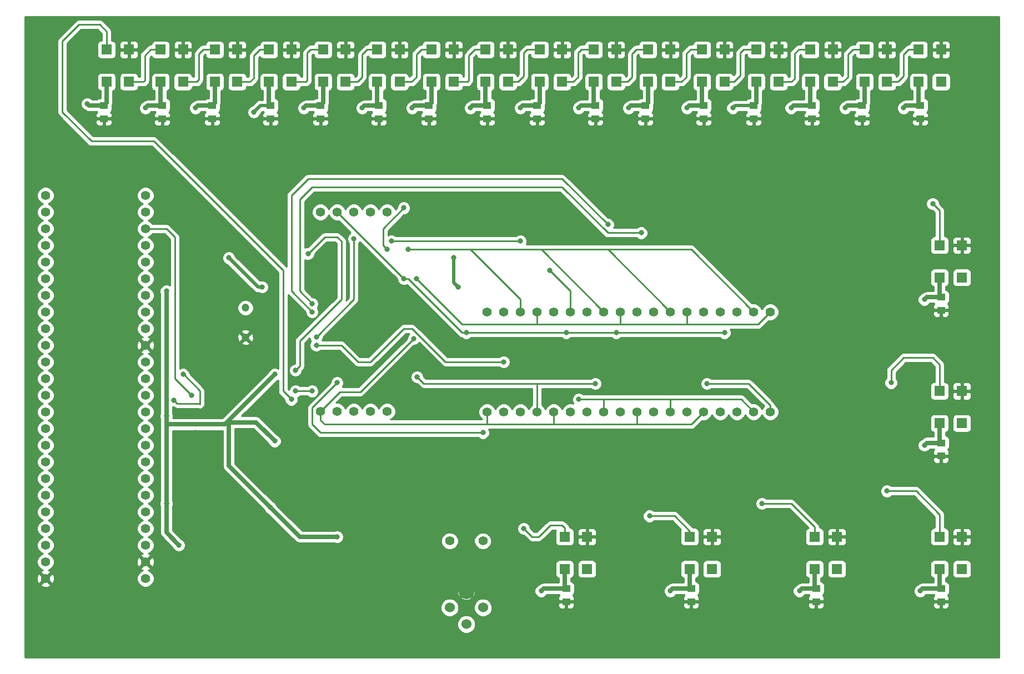
<source format=gbr>
G04 #@! TF.FileFunction,Copper,L1,Top,Signal*
%FSLAX46Y46*%
G04 Gerber Fmt 4.6, Leading zero omitted, Abs format (unit mm)*
G04 Created by KiCad (PCBNEW 4.0.6) date 06/14/17 00:59:11*
%MOMM*%
%LPD*%
G01*
G04 APERTURE LIST*
%ADD10C,0.100000*%
%ADD11R,1.250000X1.000000*%
%ADD12C,1.200000*%
%ADD13C,1.524000*%
%ADD14C,1.400000*%
%ADD15R,1.600000X1.500000*%
%ADD16C,0.800000*%
%ADD17C,2.540000*%
%ADD18C,0.635000*%
%ADD19C,0.508000*%
%ADD20C,0.250000*%
%ADD21C,0.254000*%
G04 APERTURE END LIST*
D10*
D11*
X53340000Y-64500000D03*
X53340000Y-62500000D03*
X128270000Y-64500000D03*
X128270000Y-62500000D03*
X135890000Y-64500000D03*
X135890000Y-62500000D03*
X142875000Y-138160000D03*
X142875000Y-136160000D03*
X123825000Y-138160000D03*
X123825000Y-136160000D03*
X62230000Y-64500000D03*
X62230000Y-62500000D03*
X119380000Y-64500000D03*
X119380000Y-62500000D03*
X144780000Y-64500000D03*
X144780000Y-62500000D03*
X161925000Y-138160000D03*
X161925000Y-136160000D03*
X180975000Y-138160000D03*
X180975000Y-136160000D03*
X180975000Y-115935000D03*
X180975000Y-113935000D03*
X180975000Y-93710000D03*
X180975000Y-91710000D03*
X69850000Y-64500000D03*
X69850000Y-62500000D03*
X111760000Y-64500000D03*
X111760000Y-62500000D03*
X152400000Y-64500000D03*
X152400000Y-62500000D03*
X78740000Y-64500000D03*
X78740000Y-62500000D03*
X102870000Y-64500000D03*
X102870000Y-62500000D03*
X161290000Y-64500000D03*
X161290000Y-62500000D03*
X86360000Y-64500000D03*
X86360000Y-62500000D03*
X95250000Y-64500000D03*
X95250000Y-62500000D03*
X168910000Y-64500000D03*
X168910000Y-62500000D03*
X177800000Y-64500000D03*
X177800000Y-62500000D03*
D12*
X74930000Y-93345000D03*
X74930000Y-97845000D03*
D13*
X106045000Y-139065000D03*
X108585000Y-141605000D03*
X111125000Y-139065000D03*
X108585000Y-136525000D03*
D14*
X111125000Y-128905000D03*
X108585000Y-128905000D03*
X106045000Y-128905000D03*
X44450000Y-134620000D03*
X44450000Y-132080000D03*
X44450000Y-129540000D03*
X44450000Y-127000000D03*
X44450000Y-124460000D03*
X44450000Y-121920000D03*
X44450000Y-119380000D03*
X44450000Y-116840000D03*
X44450000Y-114300000D03*
X44450000Y-111760000D03*
X44450000Y-109220000D03*
X44450000Y-106680000D03*
X44450000Y-104140000D03*
X44450000Y-101600000D03*
X44450000Y-99060000D03*
X44450000Y-96520000D03*
X44450000Y-93980000D03*
X44450000Y-91440000D03*
X44450000Y-88900000D03*
X44450000Y-86360000D03*
X44450000Y-83820000D03*
X44450000Y-81280000D03*
X44450000Y-78740000D03*
X44450000Y-76200000D03*
X59690000Y-76200000D03*
X59690000Y-78740000D03*
X59690000Y-81280000D03*
X59690000Y-83820000D03*
X59690000Y-86360000D03*
X59690000Y-88900000D03*
X59690000Y-91440000D03*
X59690000Y-93980000D03*
X59690000Y-96520000D03*
X59690000Y-99060000D03*
X59690000Y-101600000D03*
X59690000Y-104140000D03*
X59690000Y-106680000D03*
X59690000Y-109220000D03*
X59690000Y-111760000D03*
X59690000Y-114300000D03*
X59690000Y-116840000D03*
X59690000Y-119380000D03*
X59690000Y-121920000D03*
X59690000Y-124460000D03*
X59690000Y-127000000D03*
X59690000Y-129540000D03*
X59690000Y-132080000D03*
X59690000Y-134620000D03*
X111760000Y-109220000D03*
X114300000Y-109220000D03*
X116840000Y-109220000D03*
X119380000Y-109220000D03*
X121920000Y-109220000D03*
X124460000Y-109220000D03*
X127000000Y-109220000D03*
X129540000Y-109220000D03*
X132080000Y-109220000D03*
X134620000Y-109220000D03*
X137160000Y-109220000D03*
X139700000Y-109220000D03*
X142240000Y-109220000D03*
X144780000Y-109220000D03*
X147320000Y-109220000D03*
X149860000Y-109220000D03*
X152400000Y-109220000D03*
X154940000Y-109220000D03*
X154940000Y-93980000D03*
X152400000Y-93980000D03*
X149860000Y-93980000D03*
X147320000Y-93980000D03*
X144780000Y-93980000D03*
X142240000Y-93980000D03*
X139700000Y-93980000D03*
X137160000Y-93980000D03*
X134620000Y-93980000D03*
X132080000Y-93980000D03*
X129540000Y-93980000D03*
X127000000Y-93980000D03*
X124460000Y-93980000D03*
X121920000Y-93980000D03*
X119380000Y-93980000D03*
X116840000Y-93980000D03*
X114300000Y-93980000D03*
X111760000Y-93980000D03*
X86360000Y-109140000D03*
X88900000Y-109140000D03*
X91440000Y-109140000D03*
X93980000Y-109140000D03*
X96520000Y-109140000D03*
X96520000Y-78740000D03*
X93980000Y-78740000D03*
X91440000Y-78740000D03*
X88900000Y-78740000D03*
X86360000Y-78740000D03*
D15*
X53750000Y-58875000D03*
X57150000Y-58875000D03*
X53750000Y-53975000D03*
X57150000Y-53975000D03*
X62005000Y-58875000D03*
X65405000Y-58875000D03*
X62005000Y-53975000D03*
X65405000Y-53975000D03*
X70260000Y-58875000D03*
X73660000Y-58875000D03*
X70260000Y-53975000D03*
X73660000Y-53975000D03*
X78515000Y-58875000D03*
X81915000Y-58875000D03*
X78515000Y-53975000D03*
X81915000Y-53975000D03*
X86770000Y-58875000D03*
X90170000Y-58875000D03*
X86770000Y-53975000D03*
X90170000Y-53975000D03*
X95025000Y-58875000D03*
X98425000Y-58875000D03*
X95025000Y-53975000D03*
X98425000Y-53975000D03*
X103280000Y-58875000D03*
X106680000Y-58875000D03*
X103280000Y-53975000D03*
X106680000Y-53975000D03*
X111535000Y-58875000D03*
X114935000Y-58875000D03*
X111535000Y-53975000D03*
X114935000Y-53975000D03*
X119790000Y-58875000D03*
X123190000Y-58875000D03*
X119790000Y-53975000D03*
X123190000Y-53975000D03*
X128045000Y-58875000D03*
X131445000Y-58875000D03*
X128045000Y-53975000D03*
X131445000Y-53975000D03*
X136300000Y-58875000D03*
X139700000Y-58875000D03*
X136300000Y-53975000D03*
X139700000Y-53975000D03*
X144555000Y-58875000D03*
X147955000Y-58875000D03*
X144555000Y-53975000D03*
X147955000Y-53975000D03*
X152810000Y-58875000D03*
X156210000Y-58875000D03*
X152810000Y-53975000D03*
X156210000Y-53975000D03*
X161065000Y-58875000D03*
X164465000Y-58875000D03*
X161065000Y-53975000D03*
X164465000Y-53975000D03*
X169320000Y-58875000D03*
X172720000Y-58875000D03*
X169320000Y-53975000D03*
X172720000Y-53975000D03*
X177575000Y-58875000D03*
X180975000Y-58875000D03*
X177575000Y-53975000D03*
X180975000Y-53975000D03*
X142650000Y-133170000D03*
X146050000Y-133170000D03*
X142650000Y-128270000D03*
X146050000Y-128270000D03*
X123600000Y-133170000D03*
X127000000Y-133170000D03*
X123600000Y-128270000D03*
X127000000Y-128270000D03*
X161700000Y-133170000D03*
X165100000Y-133170000D03*
X161700000Y-128270000D03*
X165100000Y-128270000D03*
X180750000Y-133170000D03*
X184150000Y-133170000D03*
X180750000Y-128270000D03*
X184150000Y-128270000D03*
X180750000Y-110945000D03*
X184150000Y-110945000D03*
X180750000Y-106045000D03*
X184150000Y-106045000D03*
X180750000Y-88720000D03*
X184150000Y-88720000D03*
X180750000Y-83820000D03*
X184150000Y-83820000D03*
D16*
X85090000Y-90170000D03*
X96520000Y-133350000D03*
X83185000Y-121285000D03*
X74930000Y-121920000D03*
X71120000Y-99695000D03*
X76200000Y-112395000D03*
X80645000Y-112395000D03*
X67310000Y-112395000D03*
X67945000Y-113665000D03*
X67310000Y-122555000D03*
X67945000Y-123825000D03*
X62230000Y-139700000D03*
X64770000Y-139700000D03*
X67310000Y-133350000D03*
X80645000Y-133350000D03*
X78105000Y-133350000D03*
X95885000Y-143510000D03*
X80010000Y-142240000D03*
X62865000Y-90805000D03*
X88900000Y-128270000D03*
X79375000Y-103505000D03*
X79375000Y-113665000D03*
X78740000Y-123825000D03*
X62865000Y-123190000D03*
X64770000Y-129540000D03*
X62865000Y-109855000D03*
X149225000Y-62865000D03*
X76200000Y-63500000D03*
X77470000Y-90170000D03*
X107315000Y-90170000D03*
X106680000Y-85725000D03*
X72390000Y-85725000D03*
X120015000Y-136525000D03*
X139700000Y-136525000D03*
X159385000Y-136525000D03*
X177800000Y-136525000D03*
X178435000Y-114300000D03*
X178435000Y-92075000D03*
X166370000Y-62865000D03*
X175260000Y-62865000D03*
X158115000Y-62865000D03*
X142240000Y-62865000D03*
X133350000Y-62865000D03*
X125730000Y-62865000D03*
X116840000Y-62865000D03*
X109220000Y-62865000D03*
X100330000Y-62865000D03*
X92710000Y-62865000D03*
X83820000Y-62865000D03*
X67310000Y-62865000D03*
X59690000Y-62865000D03*
X50800000Y-62230000D03*
X66675000Y-106680000D03*
X64008000Y-107442000D03*
X65405000Y-103505000D03*
X136525000Y-125095000D03*
X117348000Y-127000000D03*
X179705000Y-77470000D03*
X173355000Y-104775000D03*
X172720000Y-121285000D03*
X153670000Y-123190000D03*
X96520000Y-84455000D03*
X99060000Y-78105000D03*
X84455000Y-85090000D03*
X82550000Y-102870000D03*
X85090000Y-106045000D03*
X82550000Y-106045000D03*
X81915000Y-107315000D03*
X85725000Y-99060000D03*
X114300000Y-101600000D03*
X91440000Y-82804000D03*
X85725000Y-97790000D03*
X130175000Y-80645000D03*
X85090000Y-93980000D03*
X135255000Y-81915000D03*
X85090000Y-92710000D03*
X121285000Y-87630000D03*
X116840000Y-83185000D03*
X97155000Y-83185000D03*
X99695000Y-84455000D03*
X108585000Y-97155000D03*
X123825000Y-97155000D03*
X131445000Y-97155000D03*
X147955000Y-97155000D03*
X99060000Y-88900000D03*
X100965000Y-88900000D03*
X125730000Y-107315000D03*
X100584000Y-98044000D03*
X145288000Y-104902000D03*
X128270000Y-104902000D03*
X101092000Y-103886000D03*
X88900000Y-104775000D03*
X111125000Y-112395000D03*
D17*
X108585000Y-128905000D02*
X108585000Y-136525000D01*
D18*
X62865000Y-109855000D02*
X62865000Y-90805000D01*
X78740000Y-123825000D02*
X83185000Y-128270000D01*
X83185000Y-128270000D02*
X88900000Y-128270000D01*
X72390000Y-110490000D02*
X79375000Y-103505000D01*
X72390000Y-110807500D02*
X72390000Y-110490000D01*
X76517500Y-110807500D02*
X79375000Y-113665000D01*
X72390000Y-110807500D02*
X76517500Y-110807500D01*
X72390000Y-117475000D02*
X78740000Y-123825000D01*
X72390000Y-110807500D02*
X72390000Y-117475000D01*
X72072500Y-110807500D02*
X72390000Y-110807500D01*
X62865000Y-111125000D02*
X71755000Y-111125000D01*
X71755000Y-111125000D02*
X72072500Y-110807500D01*
X62865000Y-127635000D02*
X64770000Y-129540000D01*
X62865000Y-127635000D02*
X62865000Y-123190000D01*
X62865000Y-123190000D02*
X62865000Y-111125000D01*
X62865000Y-111125000D02*
X62865000Y-109855000D01*
X144555000Y-58875000D02*
X144555000Y-62275000D01*
X144555000Y-62275000D02*
X144780000Y-62500000D01*
D19*
X152400000Y-62500000D02*
X149590000Y-62500000D01*
X149590000Y-62500000D02*
X149225000Y-62865000D01*
X78740000Y-62500000D02*
X77200000Y-62500000D01*
X77200000Y-62500000D02*
X76200000Y-63500000D01*
X107315000Y-90170000D02*
X106680000Y-89535000D01*
X106680000Y-89535000D02*
X106680000Y-85725000D01*
X72390000Y-85725000D02*
X76835000Y-90170000D01*
X77470000Y-90170000D02*
X76835000Y-90170000D01*
D18*
X123825000Y-136160000D02*
X120380000Y-136160000D01*
X120380000Y-136160000D02*
X120015000Y-136525000D01*
X142875000Y-136160000D02*
X140065000Y-136160000D01*
X140065000Y-136160000D02*
X139700000Y-136525000D01*
X161925000Y-136160000D02*
X159750000Y-136160000D01*
X159750000Y-136160000D02*
X159385000Y-136525000D01*
X180975000Y-136160000D02*
X178165000Y-136160000D01*
X178165000Y-136160000D02*
X177800000Y-136525000D01*
X180975000Y-113935000D02*
X178800000Y-113935000D01*
X178800000Y-113935000D02*
X178435000Y-114300000D01*
X180975000Y-91710000D02*
X178800000Y-91710000D01*
X178800000Y-91710000D02*
X178435000Y-92075000D01*
X168910000Y-62500000D02*
X166735000Y-62500000D01*
X166735000Y-62500000D02*
X166370000Y-62865000D01*
X177800000Y-62500000D02*
X175625000Y-62500000D01*
X175625000Y-62500000D02*
X175260000Y-62865000D01*
X161290000Y-62500000D02*
X158480000Y-62500000D01*
X158480000Y-62500000D02*
X158115000Y-62865000D01*
X144780000Y-62500000D02*
X142605000Y-62500000D01*
X142605000Y-62500000D02*
X142240000Y-62865000D01*
X135890000Y-62500000D02*
X133715000Y-62500000D01*
X133715000Y-62500000D02*
X133350000Y-62865000D01*
X128270000Y-62500000D02*
X126095000Y-62500000D01*
X126095000Y-62500000D02*
X125730000Y-62865000D01*
X116840000Y-62865000D02*
X117205000Y-62500000D01*
X117205000Y-62500000D02*
X119380000Y-62500000D01*
X109220000Y-62865000D02*
X109585000Y-62500000D01*
X109585000Y-62500000D02*
X111760000Y-62500000D01*
X102870000Y-62500000D02*
X100695000Y-62500000D01*
X100695000Y-62500000D02*
X100330000Y-62865000D01*
X92710000Y-62865000D02*
X93075000Y-62500000D01*
X93075000Y-62500000D02*
X95250000Y-62500000D01*
X86360000Y-62500000D02*
X84185000Y-62500000D01*
X84185000Y-62500000D02*
X83820000Y-62865000D01*
X69850000Y-62500000D02*
X67675000Y-62500000D01*
X67675000Y-62500000D02*
X67310000Y-62865000D01*
X62230000Y-62500000D02*
X60055000Y-62500000D01*
X60055000Y-62500000D02*
X59690000Y-62865000D01*
X53340000Y-62500000D02*
X51070000Y-62500000D01*
X51070000Y-62500000D02*
X50800000Y-62230000D01*
X142650000Y-133170000D02*
X142650000Y-135935000D01*
X142650000Y-135935000D02*
X142875000Y-136160000D01*
X180750000Y-133170000D02*
X180750000Y-135935000D01*
X180750000Y-135935000D02*
X180975000Y-136160000D01*
X123600000Y-133170000D02*
X123600000Y-135935000D01*
X123600000Y-135935000D02*
X123825000Y-136160000D01*
X180750000Y-110945000D02*
X180750000Y-113710000D01*
X180750000Y-113710000D02*
X180975000Y-113935000D01*
X180750000Y-88720000D02*
X180750000Y-91485000D01*
X180750000Y-91485000D02*
X180975000Y-91710000D01*
X161700000Y-133170000D02*
X161700000Y-135935000D01*
X161700000Y-135935000D02*
X161925000Y-136160000D01*
X177575000Y-58875000D02*
X177575000Y-62275000D01*
X177575000Y-62275000D02*
X177800000Y-62500000D01*
X169320000Y-58875000D02*
X169320000Y-62090000D01*
X169320000Y-62090000D02*
X168910000Y-62500000D01*
X161065000Y-58875000D02*
X161065000Y-62275000D01*
X161065000Y-62275000D02*
X161290000Y-62500000D01*
X152810000Y-58875000D02*
X152810000Y-62090000D01*
X152810000Y-62090000D02*
X152400000Y-62500000D01*
X136300000Y-58875000D02*
X136300000Y-62090000D01*
X136300000Y-62090000D02*
X135890000Y-62500000D01*
X128045000Y-58875000D02*
X128045000Y-62275000D01*
X128045000Y-62275000D02*
X128270000Y-62500000D01*
X119790000Y-58875000D02*
X119790000Y-62090000D01*
X119790000Y-62090000D02*
X119380000Y-62500000D01*
X111535000Y-58875000D02*
X111535000Y-62275000D01*
X111535000Y-62275000D02*
X111760000Y-62500000D01*
X95025000Y-58875000D02*
X95025000Y-62275000D01*
X95025000Y-62275000D02*
X95250000Y-62500000D01*
X103280000Y-58875000D02*
X103280000Y-62090000D01*
X103280000Y-62090000D02*
X102870000Y-62500000D01*
X86770000Y-58875000D02*
X86770000Y-62090000D01*
X86770000Y-62090000D02*
X86360000Y-62500000D01*
X78515000Y-58875000D02*
X78515000Y-62275000D01*
X78515000Y-62275000D02*
X78740000Y-62500000D01*
X70260000Y-58875000D02*
X70260000Y-62090000D01*
X70260000Y-62090000D02*
X69850000Y-62500000D01*
X62005000Y-58875000D02*
X62005000Y-62275000D01*
X62005000Y-62275000D02*
X62230000Y-62500000D01*
X53750000Y-58875000D02*
X53750000Y-62090000D01*
X53750000Y-62090000D02*
X53340000Y-62500000D01*
D19*
X53750000Y-62090000D02*
X53340000Y-62500000D01*
D20*
X62865000Y-81280000D02*
X59690000Y-81280000D01*
X64135000Y-82550000D02*
X62865000Y-81280000D01*
X64135000Y-104140000D02*
X64135000Y-82550000D01*
X66675000Y-106680000D02*
X64135000Y-104140000D01*
X67990000Y-108032000D02*
X67908000Y-107950000D01*
X67908000Y-107950000D02*
X64516000Y-107950000D01*
X64516000Y-107950000D02*
X64008000Y-107442000D01*
X65495000Y-103505000D02*
X67990000Y-106000000D01*
X65495000Y-103505000D02*
X65405000Y-103505000D01*
X67990000Y-106000000D02*
X67990000Y-108032000D01*
X142650000Y-127410000D02*
X142650000Y-128270000D01*
X140335000Y-125095000D02*
X142650000Y-127410000D01*
X136525000Y-125095000D02*
X140335000Y-125095000D01*
X123600000Y-126902000D02*
X123600000Y-128270000D01*
X123190000Y-126492000D02*
X123600000Y-126902000D01*
X121412000Y-126492000D02*
X123190000Y-126492000D01*
X119634000Y-128270000D02*
X121412000Y-126492000D01*
X118618000Y-128270000D02*
X119634000Y-128270000D01*
X117348000Y-127000000D02*
X118618000Y-128270000D01*
X180750000Y-78515000D02*
X180750000Y-83820000D01*
X179705000Y-77470000D02*
X180750000Y-78515000D01*
X180750000Y-102010000D02*
X180750000Y-106045000D01*
X179705000Y-100965000D02*
X180750000Y-102010000D01*
X175260000Y-100965000D02*
X179705000Y-100965000D01*
X173355000Y-102870000D02*
X175260000Y-100965000D01*
X173355000Y-104775000D02*
X173355000Y-102870000D01*
X180750000Y-124870000D02*
X180750000Y-128270000D01*
X177165000Y-121285000D02*
X180750000Y-124870000D01*
X172720000Y-121285000D02*
X177165000Y-121285000D01*
X161700000Y-126775000D02*
X161700000Y-128270000D01*
X158115000Y-123190000D02*
X161700000Y-126775000D01*
X153670000Y-123190000D02*
X158115000Y-123190000D01*
X95885000Y-81280000D02*
X95885000Y-83820000D01*
X99060000Y-78105000D02*
X95885000Y-81280000D01*
X96520000Y-84455000D02*
X95885000Y-83820000D01*
X86995000Y-82550000D02*
X84455000Y-85090000D01*
X88900000Y-82550000D02*
X86995000Y-82550000D01*
X89535000Y-83185000D02*
X88900000Y-82550000D01*
X89535000Y-92075000D02*
X89535000Y-83185000D01*
X83185000Y-98425000D02*
X89535000Y-92075000D01*
X83185000Y-102235000D02*
X83185000Y-98425000D01*
X82550000Y-102870000D02*
X83185000Y-102235000D01*
X82550000Y-106045000D02*
X85090000Y-106045000D01*
X53750000Y-51210000D02*
X53750000Y-53975000D01*
X52705000Y-50165000D02*
X53750000Y-51210000D01*
X49530000Y-50165000D02*
X52705000Y-50165000D01*
X46990000Y-52705000D02*
X49530000Y-50165000D01*
X46990000Y-63500000D02*
X46990000Y-52705000D01*
X51435000Y-67945000D02*
X46990000Y-63500000D01*
X60960000Y-67945000D02*
X51435000Y-67945000D01*
X80645000Y-87630000D02*
X60960000Y-67945000D01*
X80645000Y-106045000D02*
X80645000Y-87630000D01*
X81915000Y-107315000D02*
X80645000Y-106045000D01*
X57150000Y-58875000D02*
X59383000Y-58875000D01*
X60452000Y-53975000D02*
X62005000Y-53975000D01*
X59563000Y-54864000D02*
X60452000Y-53975000D01*
X59563000Y-58695000D02*
X59563000Y-54864000D01*
X59383000Y-58875000D02*
X59563000Y-58695000D01*
X131445000Y-58875000D02*
X133170000Y-58875000D01*
X134493000Y-53975000D02*
X136300000Y-53975000D01*
X133858000Y-54610000D02*
X134493000Y-53975000D01*
X133858000Y-58187000D02*
X133858000Y-54610000D01*
X133170000Y-58875000D02*
X133858000Y-58187000D01*
X123190000Y-58875000D02*
X124894000Y-58875000D01*
X126111000Y-53975000D02*
X128045000Y-53975000D01*
X125603000Y-54483000D02*
X126111000Y-53975000D01*
X125603000Y-58166000D02*
X125603000Y-54483000D01*
X124894000Y-58875000D02*
X125603000Y-58166000D01*
X139700000Y-58875000D02*
X141404000Y-58875000D01*
X142748000Y-53975000D02*
X144555000Y-53975000D01*
X142113000Y-54610000D02*
X142748000Y-53975000D01*
X142113000Y-58166000D02*
X142113000Y-54610000D01*
X141404000Y-58875000D02*
X142113000Y-58166000D01*
X65405000Y-58875000D02*
X67490000Y-58875000D01*
X68453000Y-53975000D02*
X70260000Y-53975000D01*
X67818000Y-54610000D02*
X68453000Y-53975000D01*
X67818000Y-55245000D02*
X67818000Y-54610000D01*
X67818000Y-58547000D02*
X67818000Y-55245000D01*
X67490000Y-58875000D02*
X67818000Y-58547000D01*
X114935000Y-58875000D02*
X116512000Y-58875000D01*
X117856000Y-53975000D02*
X119790000Y-53975000D01*
X117348000Y-54483000D02*
X117856000Y-53975000D01*
X117348000Y-58039000D02*
X117348000Y-54483000D01*
X116512000Y-58875000D02*
X117348000Y-58039000D01*
X147955000Y-58875000D02*
X149405000Y-58875000D01*
X150876000Y-53975000D02*
X152810000Y-53975000D01*
X150368000Y-54483000D02*
X150876000Y-53975000D01*
X150368000Y-57912000D02*
X150368000Y-54483000D01*
X149405000Y-58875000D02*
X150368000Y-57912000D01*
X104140000Y-100330000D02*
X105410000Y-101600000D01*
X85725000Y-99060000D02*
X89535000Y-99060000D01*
X89535000Y-99060000D02*
X92075000Y-101600000D01*
X92075000Y-101600000D02*
X93980000Y-101600000D01*
X93980000Y-101600000D02*
X99060000Y-96520000D01*
X99060000Y-96520000D02*
X100330000Y-96520000D01*
X100330000Y-96520000D02*
X104140000Y-100330000D01*
X105410000Y-101600000D02*
X114300000Y-101600000D01*
X91440000Y-83312000D02*
X91440000Y-82804000D01*
X91440000Y-92075000D02*
X91440000Y-83312000D01*
X91440000Y-83312000D02*
X91440000Y-83185000D01*
X85725000Y-97790000D02*
X91440000Y-92075000D01*
X123190000Y-73660000D02*
X130175000Y-80645000D01*
X84455000Y-73660000D02*
X123190000Y-73660000D01*
X81915000Y-76200000D02*
X84455000Y-73660000D01*
X81915000Y-90805000D02*
X81915000Y-76200000D01*
X85090000Y-93980000D02*
X81915000Y-90805000D01*
X130175000Y-81915000D02*
X135255000Y-81915000D01*
X123190000Y-74930000D02*
X130175000Y-81915000D01*
X85090000Y-74930000D02*
X123190000Y-74930000D01*
X83185000Y-76835000D02*
X85090000Y-74930000D01*
X83185000Y-90805000D02*
X83185000Y-76835000D01*
X85090000Y-92710000D02*
X83185000Y-90805000D01*
X124460000Y-90805000D02*
X124460000Y-93980000D01*
X121285000Y-87630000D02*
X124460000Y-90805000D01*
X97155000Y-83185000D02*
X116840000Y-83185000D01*
X130175000Y-84455000D02*
X142875000Y-84455000D01*
X142875000Y-84455000D02*
X152400000Y-93980000D01*
X120015000Y-84455000D02*
X130175000Y-84455000D01*
X130175000Y-84455000D02*
X139700000Y-93980000D01*
X109220000Y-84455000D02*
X120015000Y-84455000D01*
X120015000Y-84455000D02*
X129540000Y-93980000D01*
X116840000Y-93980000D02*
X116840000Y-92075000D01*
X109220000Y-84455000D02*
X116840000Y-92075000D01*
X109220000Y-84455000D02*
X99695000Y-84455000D01*
X99060000Y-88900000D02*
X99695000Y-88900000D01*
X99695000Y-88900000D02*
X107950000Y-97155000D01*
X147955000Y-97155000D02*
X131445000Y-97155000D01*
X131445000Y-97155000D02*
X123825000Y-97155000D01*
X123825000Y-97155000D02*
X108585000Y-97155000D01*
X108585000Y-97155000D02*
X107950000Y-97155000D01*
X99060000Y-88900000D02*
X88900000Y-78740000D01*
X142240000Y-93980000D02*
X142240000Y-95885000D01*
X119380000Y-93980000D02*
X119380000Y-95885000D01*
X132080000Y-93980000D02*
X132080000Y-95885000D01*
X140335000Y-95885000D02*
X142240000Y-95885000D01*
X142240000Y-95885000D02*
X153035000Y-95885000D01*
X153035000Y-95885000D02*
X154940000Y-93980000D01*
X130175000Y-95885000D02*
X132080000Y-95885000D01*
X132080000Y-95885000D02*
X140335000Y-95885000D01*
X117475000Y-95885000D02*
X119380000Y-95885000D01*
X119380000Y-95885000D02*
X130175000Y-95885000D01*
X107950000Y-95885000D02*
X117475000Y-95885000D01*
X107950000Y-95885000D02*
X100965000Y-88900000D01*
X139700000Y-107315000D02*
X139700000Y-109220000D01*
X129540000Y-107315000D02*
X129540000Y-109220000D01*
X137795000Y-107315000D02*
X139700000Y-107315000D01*
X139700000Y-107315000D02*
X150495000Y-107315000D01*
X150495000Y-107315000D02*
X152400000Y-109220000D01*
X128905000Y-107315000D02*
X129540000Y-107315000D01*
X129540000Y-107315000D02*
X137795000Y-107315000D01*
X128905000Y-107315000D02*
X125730000Y-107315000D01*
X91694000Y-106172000D02*
X89328000Y-106172000D01*
X100584000Y-98044000D02*
X92456000Y-106172000D01*
X92456000Y-106172000D02*
X91694000Y-106172000D01*
X89328000Y-106172000D02*
X86360000Y-109140000D01*
X134620000Y-109220000D02*
X134620000Y-111125000D01*
X121920000Y-109220000D02*
X121920000Y-111125000D01*
X111760000Y-109220000D02*
X111760000Y-111125000D01*
X86360000Y-109140000D02*
X86360000Y-110490000D01*
X86995000Y-111125000D02*
X109855000Y-111125000D01*
X86360000Y-110490000D02*
X86995000Y-111125000D01*
X132715000Y-111125000D02*
X134620000Y-111125000D01*
X134620000Y-111125000D02*
X142875000Y-111125000D01*
X142875000Y-111125000D02*
X144780000Y-109220000D01*
X109855000Y-111125000D02*
X111760000Y-111125000D01*
X111760000Y-111125000D02*
X120015000Y-111125000D01*
X120015000Y-111125000D02*
X121920000Y-111125000D01*
X121920000Y-111125000D02*
X132715000Y-111125000D01*
X119380000Y-109220000D02*
X119380000Y-104902000D01*
X154940000Y-108204000D02*
X154940000Y-109220000D01*
X151638000Y-104902000D02*
X154940000Y-108204000D01*
X145288000Y-104902000D02*
X151638000Y-104902000D01*
X102108000Y-104902000D02*
X119380000Y-104902000D01*
X119380000Y-104902000D02*
X128270000Y-104902000D01*
X101092000Y-103886000D02*
X102108000Y-104902000D01*
X86360000Y-112395000D02*
X111125000Y-112395000D01*
X85090000Y-111125000D02*
X86360000Y-112395000D01*
X85090000Y-108585000D02*
X85090000Y-111125000D01*
X85090000Y-108585000D02*
X88900000Y-104775000D01*
X73660000Y-58875000D02*
X75639000Y-58875000D01*
X77089000Y-53975000D02*
X78515000Y-53975000D01*
X76200000Y-54864000D02*
X77089000Y-53975000D01*
X76200000Y-58314000D02*
X76200000Y-54864000D01*
X75639000Y-58875000D02*
X76200000Y-58314000D01*
X106680000Y-58875000D02*
X108765000Y-58875000D01*
X109855000Y-53975000D02*
X111535000Y-53975000D01*
X108966000Y-54864000D02*
X109855000Y-53975000D01*
X108966000Y-58674000D02*
X108966000Y-54864000D01*
X108765000Y-58875000D02*
X108966000Y-58674000D01*
X156210000Y-58875000D02*
X158168000Y-58875000D01*
X159258000Y-53975000D02*
X161065000Y-53975000D01*
X158623000Y-54610000D02*
X159258000Y-53975000D01*
X158623000Y-58420000D02*
X158623000Y-54610000D01*
X158168000Y-58875000D02*
X158623000Y-58420000D01*
X84328000Y-54864000D02*
X84328000Y-54483000D01*
X84148000Y-58875000D02*
X84328000Y-58695000D01*
X84328000Y-58695000D02*
X84328000Y-54864000D01*
X81915000Y-58875000D02*
X84148000Y-58875000D01*
X84836000Y-53975000D02*
X86770000Y-53975000D01*
X84328000Y-54483000D02*
X84836000Y-53975000D01*
X98425000Y-58875000D02*
X100256000Y-58875000D01*
X101727000Y-53975000D02*
X103280000Y-53975000D01*
X100965000Y-54737000D02*
X101727000Y-53975000D01*
X100965000Y-58166000D02*
X100965000Y-54737000D01*
X100256000Y-58875000D02*
X100965000Y-58166000D01*
X164465000Y-58875000D02*
X166042000Y-58875000D01*
X167513000Y-53975000D02*
X169320000Y-53975000D01*
X166751000Y-54737000D02*
X167513000Y-53975000D01*
X166751000Y-58166000D02*
X166751000Y-54737000D01*
X166042000Y-58875000D02*
X166751000Y-58166000D01*
X90170000Y-58875000D02*
X92001000Y-58875000D01*
X93472000Y-53975000D02*
X95025000Y-53975000D01*
X92710000Y-54737000D02*
X93472000Y-53975000D01*
X92710000Y-58166000D02*
X92710000Y-54737000D01*
X92001000Y-58875000D02*
X92710000Y-58166000D01*
X172720000Y-58875000D02*
X174424000Y-58875000D01*
X176022000Y-53975000D02*
X177575000Y-53975000D01*
X175260000Y-54737000D02*
X176022000Y-53975000D01*
X175260000Y-58039000D02*
X175260000Y-54737000D01*
X174424000Y-58875000D02*
X175260000Y-58039000D01*
D21*
G36*
X189790000Y-146610000D02*
X41350000Y-146610000D01*
X41350000Y-141881661D01*
X107187758Y-141881661D01*
X107399990Y-142395303D01*
X107792630Y-142788629D01*
X108305900Y-143001757D01*
X108861661Y-143002242D01*
X109375303Y-142790010D01*
X109768629Y-142397370D01*
X109981757Y-141884100D01*
X109982242Y-141328339D01*
X109770010Y-140814697D01*
X109377370Y-140421371D01*
X108864100Y-140208243D01*
X108308339Y-140207758D01*
X107794697Y-140419990D01*
X107401371Y-140812630D01*
X107188243Y-141325900D01*
X107187758Y-141881661D01*
X41350000Y-141881661D01*
X41350000Y-139341661D01*
X104647758Y-139341661D01*
X104859990Y-139855303D01*
X105252630Y-140248629D01*
X105765900Y-140461757D01*
X106321661Y-140462242D01*
X106835303Y-140250010D01*
X107228629Y-139857370D01*
X107441757Y-139344100D01*
X107441759Y-139341661D01*
X109727758Y-139341661D01*
X109939990Y-139855303D01*
X110332630Y-140248629D01*
X110845900Y-140461757D01*
X111401661Y-140462242D01*
X111915303Y-140250010D01*
X112308629Y-139857370D01*
X112521757Y-139344100D01*
X112522242Y-138788339D01*
X112380688Y-138445750D01*
X122565000Y-138445750D01*
X122565000Y-138786309D01*
X122661673Y-139019698D01*
X122840301Y-139198327D01*
X123073690Y-139295000D01*
X123539250Y-139295000D01*
X123698000Y-139136250D01*
X123698000Y-138287000D01*
X123952000Y-138287000D01*
X123952000Y-139136250D01*
X124110750Y-139295000D01*
X124576310Y-139295000D01*
X124809699Y-139198327D01*
X124988327Y-139019698D01*
X125085000Y-138786309D01*
X125085000Y-138445750D01*
X141615000Y-138445750D01*
X141615000Y-138786309D01*
X141711673Y-139019698D01*
X141890301Y-139198327D01*
X142123690Y-139295000D01*
X142589250Y-139295000D01*
X142748000Y-139136250D01*
X142748000Y-138287000D01*
X143002000Y-138287000D01*
X143002000Y-139136250D01*
X143160750Y-139295000D01*
X143626310Y-139295000D01*
X143859699Y-139198327D01*
X144038327Y-139019698D01*
X144135000Y-138786309D01*
X144135000Y-138445750D01*
X160665000Y-138445750D01*
X160665000Y-138786309D01*
X160761673Y-139019698D01*
X160940301Y-139198327D01*
X161173690Y-139295000D01*
X161639250Y-139295000D01*
X161798000Y-139136250D01*
X161798000Y-138287000D01*
X162052000Y-138287000D01*
X162052000Y-139136250D01*
X162210750Y-139295000D01*
X162676310Y-139295000D01*
X162909699Y-139198327D01*
X163088327Y-139019698D01*
X163185000Y-138786309D01*
X163185000Y-138445750D01*
X179715000Y-138445750D01*
X179715000Y-138786309D01*
X179811673Y-139019698D01*
X179990301Y-139198327D01*
X180223690Y-139295000D01*
X180689250Y-139295000D01*
X180848000Y-139136250D01*
X180848000Y-138287000D01*
X181102000Y-138287000D01*
X181102000Y-139136250D01*
X181260750Y-139295000D01*
X181726310Y-139295000D01*
X181959699Y-139198327D01*
X182138327Y-139019698D01*
X182235000Y-138786309D01*
X182235000Y-138445750D01*
X182076250Y-138287000D01*
X181102000Y-138287000D01*
X180848000Y-138287000D01*
X179873750Y-138287000D01*
X179715000Y-138445750D01*
X163185000Y-138445750D01*
X163026250Y-138287000D01*
X162052000Y-138287000D01*
X161798000Y-138287000D01*
X160823750Y-138287000D01*
X160665000Y-138445750D01*
X144135000Y-138445750D01*
X143976250Y-138287000D01*
X143002000Y-138287000D01*
X142748000Y-138287000D01*
X141773750Y-138287000D01*
X141615000Y-138445750D01*
X125085000Y-138445750D01*
X124926250Y-138287000D01*
X123952000Y-138287000D01*
X123698000Y-138287000D01*
X122723750Y-138287000D01*
X122565000Y-138445750D01*
X112380688Y-138445750D01*
X112310010Y-138274697D01*
X111917370Y-137881371D01*
X111404100Y-137668243D01*
X110848339Y-137667758D01*
X110334697Y-137879990D01*
X109941371Y-138272630D01*
X109728243Y-138785900D01*
X109727758Y-139341661D01*
X107441759Y-139341661D01*
X107442242Y-138788339D01*
X107230010Y-138274697D01*
X106837370Y-137881371D01*
X106324100Y-137668243D01*
X105768339Y-137667758D01*
X105254697Y-137879990D01*
X104861371Y-138272630D01*
X104648243Y-138785900D01*
X104647758Y-139341661D01*
X41350000Y-139341661D01*
X41350000Y-137505213D01*
X107784392Y-137505213D01*
X107853857Y-137747397D01*
X108377302Y-137934144D01*
X108932368Y-137906362D01*
X109316143Y-137747397D01*
X109385608Y-137505213D01*
X108585000Y-136704605D01*
X107784392Y-137505213D01*
X41350000Y-137505213D01*
X41350000Y-136317302D01*
X107175856Y-136317302D01*
X107203638Y-136872368D01*
X107362603Y-137256143D01*
X107604787Y-137325608D01*
X108405395Y-136525000D01*
X108764605Y-136525000D01*
X109565213Y-137325608D01*
X109807397Y-137256143D01*
X109994144Y-136732698D01*
X109994008Y-136729971D01*
X118979821Y-136729971D01*
X119137058Y-137110515D01*
X119427954Y-137401919D01*
X119808223Y-137559820D01*
X120219971Y-137560179D01*
X120600515Y-137402942D01*
X120891464Y-137112500D01*
X122737460Y-137112500D01*
X122804006Y-137157969D01*
X122661673Y-137300302D01*
X122565000Y-137533691D01*
X122565000Y-137874250D01*
X122723750Y-138033000D01*
X123698000Y-138033000D01*
X123698000Y-138013000D01*
X123952000Y-138013000D01*
X123952000Y-138033000D01*
X124926250Y-138033000D01*
X125085000Y-137874250D01*
X125085000Y-137533691D01*
X124988327Y-137300302D01*
X124847090Y-137159064D01*
X124901441Y-137124090D01*
X125046431Y-136911890D01*
X125083270Y-136729971D01*
X138664821Y-136729971D01*
X138822058Y-137110515D01*
X139112954Y-137401919D01*
X139493223Y-137559820D01*
X139904971Y-137560179D01*
X140285515Y-137402942D01*
X140576464Y-137112500D01*
X141787460Y-137112500D01*
X141854006Y-137157969D01*
X141711673Y-137300302D01*
X141615000Y-137533691D01*
X141615000Y-137874250D01*
X141773750Y-138033000D01*
X142748000Y-138033000D01*
X142748000Y-138013000D01*
X143002000Y-138013000D01*
X143002000Y-138033000D01*
X143976250Y-138033000D01*
X144135000Y-137874250D01*
X144135000Y-137533691D01*
X144038327Y-137300302D01*
X143897090Y-137159064D01*
X143951441Y-137124090D01*
X144096431Y-136911890D01*
X144133270Y-136729971D01*
X158349821Y-136729971D01*
X158507058Y-137110515D01*
X158797954Y-137401919D01*
X159178223Y-137559820D01*
X159589971Y-137560179D01*
X159970515Y-137402942D01*
X160261464Y-137112500D01*
X160837460Y-137112500D01*
X160904006Y-137157969D01*
X160761673Y-137300302D01*
X160665000Y-137533691D01*
X160665000Y-137874250D01*
X160823750Y-138033000D01*
X161798000Y-138033000D01*
X161798000Y-138013000D01*
X162052000Y-138013000D01*
X162052000Y-138033000D01*
X163026250Y-138033000D01*
X163185000Y-137874250D01*
X163185000Y-137533691D01*
X163088327Y-137300302D01*
X162947090Y-137159064D01*
X163001441Y-137124090D01*
X163146431Y-136911890D01*
X163183270Y-136729971D01*
X176764821Y-136729971D01*
X176922058Y-137110515D01*
X177212954Y-137401919D01*
X177593223Y-137559820D01*
X178004971Y-137560179D01*
X178385515Y-137402942D01*
X178676464Y-137112500D01*
X179887460Y-137112500D01*
X179954006Y-137157969D01*
X179811673Y-137300302D01*
X179715000Y-137533691D01*
X179715000Y-137874250D01*
X179873750Y-138033000D01*
X180848000Y-138033000D01*
X180848000Y-138013000D01*
X181102000Y-138013000D01*
X181102000Y-138033000D01*
X182076250Y-138033000D01*
X182235000Y-137874250D01*
X182235000Y-137533691D01*
X182138327Y-137300302D01*
X181997090Y-137159064D01*
X182051441Y-137124090D01*
X182196431Y-136911890D01*
X182247440Y-136660000D01*
X182247440Y-135660000D01*
X182203162Y-135424683D01*
X182064090Y-135208559D01*
X181851890Y-135063569D01*
X181702500Y-135033317D01*
X181702500Y-134538745D01*
X181785317Y-134523162D01*
X182001441Y-134384090D01*
X182146431Y-134171890D01*
X182197440Y-133920000D01*
X182197440Y-132420000D01*
X182702560Y-132420000D01*
X182702560Y-133920000D01*
X182746838Y-134155317D01*
X182885910Y-134371441D01*
X183098110Y-134516431D01*
X183350000Y-134567440D01*
X184950000Y-134567440D01*
X185185317Y-134523162D01*
X185401441Y-134384090D01*
X185546431Y-134171890D01*
X185597440Y-133920000D01*
X185597440Y-132420000D01*
X185553162Y-132184683D01*
X185414090Y-131968559D01*
X185201890Y-131823569D01*
X184950000Y-131772560D01*
X183350000Y-131772560D01*
X183114683Y-131816838D01*
X182898559Y-131955910D01*
X182753569Y-132168110D01*
X182702560Y-132420000D01*
X182197440Y-132420000D01*
X182153162Y-132184683D01*
X182014090Y-131968559D01*
X181801890Y-131823569D01*
X181550000Y-131772560D01*
X179950000Y-131772560D01*
X179714683Y-131816838D01*
X179498559Y-131955910D01*
X179353569Y-132168110D01*
X179302560Y-132420000D01*
X179302560Y-133920000D01*
X179346838Y-134155317D01*
X179485910Y-134371441D01*
X179698110Y-134516431D01*
X179797500Y-134536558D01*
X179797500Y-135207500D01*
X178165000Y-135207500D01*
X177800494Y-135280005D01*
X177491481Y-135486481D01*
X177412878Y-135565084D01*
X177214485Y-135647058D01*
X176923081Y-135937954D01*
X176765180Y-136318223D01*
X176764821Y-136729971D01*
X163183270Y-136729971D01*
X163197440Y-136660000D01*
X163197440Y-135660000D01*
X163153162Y-135424683D01*
X163014090Y-135208559D01*
X162801890Y-135063569D01*
X162652500Y-135033317D01*
X162652500Y-134538745D01*
X162735317Y-134523162D01*
X162951441Y-134384090D01*
X163096431Y-134171890D01*
X163147440Y-133920000D01*
X163147440Y-132420000D01*
X163652560Y-132420000D01*
X163652560Y-133920000D01*
X163696838Y-134155317D01*
X163835910Y-134371441D01*
X164048110Y-134516431D01*
X164300000Y-134567440D01*
X165900000Y-134567440D01*
X166135317Y-134523162D01*
X166351441Y-134384090D01*
X166496431Y-134171890D01*
X166547440Y-133920000D01*
X166547440Y-132420000D01*
X166503162Y-132184683D01*
X166364090Y-131968559D01*
X166151890Y-131823569D01*
X165900000Y-131772560D01*
X164300000Y-131772560D01*
X164064683Y-131816838D01*
X163848559Y-131955910D01*
X163703569Y-132168110D01*
X163652560Y-132420000D01*
X163147440Y-132420000D01*
X163103162Y-132184683D01*
X162964090Y-131968559D01*
X162751890Y-131823569D01*
X162500000Y-131772560D01*
X160900000Y-131772560D01*
X160664683Y-131816838D01*
X160448559Y-131955910D01*
X160303569Y-132168110D01*
X160252560Y-132420000D01*
X160252560Y-133920000D01*
X160296838Y-134155317D01*
X160435910Y-134371441D01*
X160648110Y-134516431D01*
X160747500Y-134536558D01*
X160747500Y-135207500D01*
X159750000Y-135207500D01*
X159385494Y-135280005D01*
X159076481Y-135486481D01*
X158997878Y-135565084D01*
X158799485Y-135647058D01*
X158508081Y-135937954D01*
X158350180Y-136318223D01*
X158349821Y-136729971D01*
X144133270Y-136729971D01*
X144147440Y-136660000D01*
X144147440Y-135660000D01*
X144103162Y-135424683D01*
X143964090Y-135208559D01*
X143751890Y-135063569D01*
X143602500Y-135033317D01*
X143602500Y-134538745D01*
X143685317Y-134523162D01*
X143901441Y-134384090D01*
X144046431Y-134171890D01*
X144097440Y-133920000D01*
X144097440Y-132420000D01*
X144602560Y-132420000D01*
X144602560Y-133920000D01*
X144646838Y-134155317D01*
X144785910Y-134371441D01*
X144998110Y-134516431D01*
X145250000Y-134567440D01*
X146850000Y-134567440D01*
X147085317Y-134523162D01*
X147301441Y-134384090D01*
X147446431Y-134171890D01*
X147497440Y-133920000D01*
X147497440Y-132420000D01*
X147453162Y-132184683D01*
X147314090Y-131968559D01*
X147101890Y-131823569D01*
X146850000Y-131772560D01*
X145250000Y-131772560D01*
X145014683Y-131816838D01*
X144798559Y-131955910D01*
X144653569Y-132168110D01*
X144602560Y-132420000D01*
X144097440Y-132420000D01*
X144053162Y-132184683D01*
X143914090Y-131968559D01*
X143701890Y-131823569D01*
X143450000Y-131772560D01*
X141850000Y-131772560D01*
X141614683Y-131816838D01*
X141398559Y-131955910D01*
X141253569Y-132168110D01*
X141202560Y-132420000D01*
X141202560Y-133920000D01*
X141246838Y-134155317D01*
X141385910Y-134371441D01*
X141598110Y-134516431D01*
X141697500Y-134536558D01*
X141697500Y-135207500D01*
X140065000Y-135207500D01*
X139700494Y-135280005D01*
X139391481Y-135486481D01*
X139312878Y-135565084D01*
X139114485Y-135647058D01*
X138823081Y-135937954D01*
X138665180Y-136318223D01*
X138664821Y-136729971D01*
X125083270Y-136729971D01*
X125097440Y-136660000D01*
X125097440Y-135660000D01*
X125053162Y-135424683D01*
X124914090Y-135208559D01*
X124701890Y-135063569D01*
X124552500Y-135033317D01*
X124552500Y-134538745D01*
X124635317Y-134523162D01*
X124851441Y-134384090D01*
X124996431Y-134171890D01*
X125047440Y-133920000D01*
X125047440Y-132420000D01*
X125552560Y-132420000D01*
X125552560Y-133920000D01*
X125596838Y-134155317D01*
X125735910Y-134371441D01*
X125948110Y-134516431D01*
X126200000Y-134567440D01*
X127800000Y-134567440D01*
X128035317Y-134523162D01*
X128251441Y-134384090D01*
X128396431Y-134171890D01*
X128447440Y-133920000D01*
X128447440Y-132420000D01*
X128403162Y-132184683D01*
X128264090Y-131968559D01*
X128051890Y-131823569D01*
X127800000Y-131772560D01*
X126200000Y-131772560D01*
X125964683Y-131816838D01*
X125748559Y-131955910D01*
X125603569Y-132168110D01*
X125552560Y-132420000D01*
X125047440Y-132420000D01*
X125003162Y-132184683D01*
X124864090Y-131968559D01*
X124651890Y-131823569D01*
X124400000Y-131772560D01*
X122800000Y-131772560D01*
X122564683Y-131816838D01*
X122348559Y-131955910D01*
X122203569Y-132168110D01*
X122152560Y-132420000D01*
X122152560Y-133920000D01*
X122196838Y-134155317D01*
X122335910Y-134371441D01*
X122548110Y-134516431D01*
X122647500Y-134536558D01*
X122647500Y-135207500D01*
X120380000Y-135207500D01*
X120015494Y-135280005D01*
X119706481Y-135486481D01*
X119627878Y-135565084D01*
X119429485Y-135647058D01*
X119138081Y-135937954D01*
X118980180Y-136318223D01*
X118979821Y-136729971D01*
X109994008Y-136729971D01*
X109966362Y-136177632D01*
X109807397Y-135793857D01*
X109565213Y-135724392D01*
X108764605Y-136525000D01*
X108405395Y-136525000D01*
X107604787Y-135724392D01*
X107362603Y-135793857D01*
X107175856Y-136317302D01*
X41350000Y-136317302D01*
X41350000Y-135555275D01*
X43694331Y-135555275D01*
X43756169Y-135791042D01*
X44257122Y-135967419D01*
X44787440Y-135938664D01*
X45143831Y-135791042D01*
X45205669Y-135555275D01*
X44450000Y-134799605D01*
X43694331Y-135555275D01*
X41350000Y-135555275D01*
X41350000Y-134427122D01*
X43102581Y-134427122D01*
X43131336Y-134957440D01*
X43278958Y-135313831D01*
X43514725Y-135375669D01*
X44270395Y-134620000D01*
X44629605Y-134620000D01*
X45385275Y-135375669D01*
X45621042Y-135313831D01*
X45772243Y-134884383D01*
X58354769Y-134884383D01*
X58557582Y-135375229D01*
X58932796Y-135751098D01*
X59423287Y-135954768D01*
X59954383Y-135955231D01*
X60445229Y-135752418D01*
X60653222Y-135544787D01*
X107784392Y-135544787D01*
X108585000Y-136345395D01*
X109385608Y-135544787D01*
X109316143Y-135302603D01*
X108792698Y-135115856D01*
X108237632Y-135143638D01*
X107853857Y-135302603D01*
X107784392Y-135544787D01*
X60653222Y-135544787D01*
X60821098Y-135377204D01*
X61024768Y-134886713D01*
X61025231Y-134355617D01*
X60822418Y-133864771D01*
X60447204Y-133488902D01*
X60128788Y-133356684D01*
X60383831Y-133251042D01*
X60445669Y-133015275D01*
X59690000Y-132259605D01*
X58934331Y-133015275D01*
X58996169Y-133251042D01*
X59272111Y-133348196D01*
X58934771Y-133487582D01*
X58558902Y-133862796D01*
X58355232Y-134353287D01*
X58354769Y-134884383D01*
X45772243Y-134884383D01*
X45797419Y-134812878D01*
X45768664Y-134282560D01*
X45621042Y-133926169D01*
X45385275Y-133864331D01*
X44629605Y-134620000D01*
X44270395Y-134620000D01*
X43514725Y-133864331D01*
X43278958Y-133926169D01*
X43102581Y-134427122D01*
X41350000Y-134427122D01*
X41350000Y-76464383D01*
X43114769Y-76464383D01*
X43317582Y-76955229D01*
X43692796Y-77331098D01*
X44027527Y-77470091D01*
X43694771Y-77607582D01*
X43318902Y-77982796D01*
X43115232Y-78473287D01*
X43114769Y-79004383D01*
X43317582Y-79495229D01*
X43692796Y-79871098D01*
X44027527Y-80010091D01*
X43694771Y-80147582D01*
X43318902Y-80522796D01*
X43115232Y-81013287D01*
X43114769Y-81544383D01*
X43317582Y-82035229D01*
X43692796Y-82411098D01*
X44027527Y-82550091D01*
X43694771Y-82687582D01*
X43318902Y-83062796D01*
X43115232Y-83553287D01*
X43114769Y-84084383D01*
X43317582Y-84575229D01*
X43692796Y-84951098D01*
X44027527Y-85090091D01*
X43694771Y-85227582D01*
X43318902Y-85602796D01*
X43115232Y-86093287D01*
X43114769Y-86624383D01*
X43317582Y-87115229D01*
X43692796Y-87491098D01*
X44027527Y-87630091D01*
X43694771Y-87767582D01*
X43318902Y-88142796D01*
X43115232Y-88633287D01*
X43114769Y-89164383D01*
X43317582Y-89655229D01*
X43692796Y-90031098D01*
X44027527Y-90170091D01*
X43694771Y-90307582D01*
X43318902Y-90682796D01*
X43115232Y-91173287D01*
X43114769Y-91704383D01*
X43317582Y-92195229D01*
X43692796Y-92571098D01*
X44027527Y-92710091D01*
X43694771Y-92847582D01*
X43318902Y-93222796D01*
X43115232Y-93713287D01*
X43114769Y-94244383D01*
X43317582Y-94735229D01*
X43692796Y-95111098D01*
X44027527Y-95250091D01*
X43694771Y-95387582D01*
X43318902Y-95762796D01*
X43115232Y-96253287D01*
X43114769Y-96784383D01*
X43317582Y-97275229D01*
X43692796Y-97651098D01*
X44027527Y-97790091D01*
X43694771Y-97927582D01*
X43318902Y-98302796D01*
X43115232Y-98793287D01*
X43114769Y-99324383D01*
X43317582Y-99815229D01*
X43692796Y-100191098D01*
X44027527Y-100330091D01*
X43694771Y-100467582D01*
X43318902Y-100842796D01*
X43115232Y-101333287D01*
X43114769Y-101864383D01*
X43317582Y-102355229D01*
X43692796Y-102731098D01*
X44027527Y-102870091D01*
X43694771Y-103007582D01*
X43318902Y-103382796D01*
X43115232Y-103873287D01*
X43114769Y-104404383D01*
X43317582Y-104895229D01*
X43692796Y-105271098D01*
X44027527Y-105410091D01*
X43694771Y-105547582D01*
X43318902Y-105922796D01*
X43115232Y-106413287D01*
X43114769Y-106944383D01*
X43317582Y-107435229D01*
X43692796Y-107811098D01*
X44027527Y-107950091D01*
X43694771Y-108087582D01*
X43318902Y-108462796D01*
X43115232Y-108953287D01*
X43114769Y-109484383D01*
X43317582Y-109975229D01*
X43692796Y-110351098D01*
X44027527Y-110490091D01*
X43694771Y-110627582D01*
X43318902Y-111002796D01*
X43115232Y-111493287D01*
X43114769Y-112024383D01*
X43317582Y-112515229D01*
X43692796Y-112891098D01*
X44027527Y-113030091D01*
X43694771Y-113167582D01*
X43318902Y-113542796D01*
X43115232Y-114033287D01*
X43114769Y-114564383D01*
X43317582Y-115055229D01*
X43692796Y-115431098D01*
X44027527Y-115570091D01*
X43694771Y-115707582D01*
X43318902Y-116082796D01*
X43115232Y-116573287D01*
X43114769Y-117104383D01*
X43317582Y-117595229D01*
X43692796Y-117971098D01*
X44027527Y-118110091D01*
X43694771Y-118247582D01*
X43318902Y-118622796D01*
X43115232Y-119113287D01*
X43114769Y-119644383D01*
X43317582Y-120135229D01*
X43692796Y-120511098D01*
X44027527Y-120650091D01*
X43694771Y-120787582D01*
X43318902Y-121162796D01*
X43115232Y-121653287D01*
X43114769Y-122184383D01*
X43317582Y-122675229D01*
X43692796Y-123051098D01*
X44027527Y-123190091D01*
X43694771Y-123327582D01*
X43318902Y-123702796D01*
X43115232Y-124193287D01*
X43114769Y-124724383D01*
X43317582Y-125215229D01*
X43692796Y-125591098D01*
X44027527Y-125730091D01*
X43694771Y-125867582D01*
X43318902Y-126242796D01*
X43115232Y-126733287D01*
X43114769Y-127264383D01*
X43317582Y-127755229D01*
X43692796Y-128131098D01*
X44027527Y-128270091D01*
X43694771Y-128407582D01*
X43318902Y-128782796D01*
X43115232Y-129273287D01*
X43114769Y-129804383D01*
X43317582Y-130295229D01*
X43692796Y-130671098D01*
X44027527Y-130810091D01*
X43694771Y-130947582D01*
X43318902Y-131322796D01*
X43115232Y-131813287D01*
X43114769Y-132344383D01*
X43317582Y-132835229D01*
X43692796Y-133211098D01*
X44011212Y-133343316D01*
X43756169Y-133448958D01*
X43694331Y-133684725D01*
X44450000Y-134440395D01*
X45205669Y-133684725D01*
X45143831Y-133448958D01*
X44867889Y-133351804D01*
X45205229Y-133212418D01*
X45581098Y-132837204D01*
X45784768Y-132346713D01*
X45785168Y-131887122D01*
X58342581Y-131887122D01*
X58371336Y-132417440D01*
X58518958Y-132773831D01*
X58754725Y-132835669D01*
X59510395Y-132080000D01*
X59869605Y-132080000D01*
X60625275Y-132835669D01*
X60861042Y-132773831D01*
X61037419Y-132272878D01*
X61008664Y-131742560D01*
X60861042Y-131386169D01*
X60625275Y-131324331D01*
X59869605Y-132080000D01*
X59510395Y-132080000D01*
X58754725Y-131324331D01*
X58518958Y-131386169D01*
X58342581Y-131887122D01*
X45785168Y-131887122D01*
X45785231Y-131815617D01*
X45582418Y-131324771D01*
X45207204Y-130948902D01*
X44872473Y-130809909D01*
X45205229Y-130672418D01*
X45581098Y-130297204D01*
X45784768Y-129806713D01*
X45785231Y-129275617D01*
X45582418Y-128784771D01*
X45207204Y-128408902D01*
X44872473Y-128269909D01*
X45205229Y-128132418D01*
X45581098Y-127757204D01*
X45784768Y-127266713D01*
X45785231Y-126735617D01*
X45582418Y-126244771D01*
X45207204Y-125868902D01*
X44872473Y-125729909D01*
X45205229Y-125592418D01*
X45581098Y-125217204D01*
X45784768Y-124726713D01*
X45785231Y-124195617D01*
X45582418Y-123704771D01*
X45207204Y-123328902D01*
X44872473Y-123189909D01*
X45205229Y-123052418D01*
X45581098Y-122677204D01*
X45784768Y-122186713D01*
X45785231Y-121655617D01*
X45582418Y-121164771D01*
X45207204Y-120788902D01*
X44872473Y-120649909D01*
X45205229Y-120512418D01*
X45581098Y-120137204D01*
X45784768Y-119646713D01*
X45785231Y-119115617D01*
X45582418Y-118624771D01*
X45207204Y-118248902D01*
X44872473Y-118109909D01*
X45205229Y-117972418D01*
X45581098Y-117597204D01*
X45784768Y-117106713D01*
X45785231Y-116575617D01*
X45582418Y-116084771D01*
X45207204Y-115708902D01*
X44872473Y-115569909D01*
X45205229Y-115432418D01*
X45581098Y-115057204D01*
X45784768Y-114566713D01*
X45785231Y-114035617D01*
X45582418Y-113544771D01*
X45207204Y-113168902D01*
X44872473Y-113029909D01*
X45205229Y-112892418D01*
X45581098Y-112517204D01*
X45784768Y-112026713D01*
X45785231Y-111495617D01*
X45582418Y-111004771D01*
X45207204Y-110628902D01*
X44872473Y-110489909D01*
X45205229Y-110352418D01*
X45581098Y-109977204D01*
X45784768Y-109486713D01*
X45785231Y-108955617D01*
X45582418Y-108464771D01*
X45207204Y-108088902D01*
X44872473Y-107949909D01*
X45205229Y-107812418D01*
X45581098Y-107437204D01*
X45784768Y-106946713D01*
X45785231Y-106415617D01*
X45582418Y-105924771D01*
X45207204Y-105548902D01*
X44872473Y-105409909D01*
X45205229Y-105272418D01*
X45581098Y-104897204D01*
X45784768Y-104406713D01*
X45785231Y-103875617D01*
X45582418Y-103384771D01*
X45207204Y-103008902D01*
X44872473Y-102869909D01*
X45205229Y-102732418D01*
X45581098Y-102357204D01*
X45784768Y-101866713D01*
X45784770Y-101864383D01*
X58354769Y-101864383D01*
X58557582Y-102355229D01*
X58932796Y-102731098D01*
X59267527Y-102870091D01*
X58934771Y-103007582D01*
X58558902Y-103382796D01*
X58355232Y-103873287D01*
X58354769Y-104404383D01*
X58557582Y-104895229D01*
X58932796Y-105271098D01*
X59267527Y-105410091D01*
X58934771Y-105547582D01*
X58558902Y-105922796D01*
X58355232Y-106413287D01*
X58354769Y-106944383D01*
X58557582Y-107435229D01*
X58932796Y-107811098D01*
X59267527Y-107950091D01*
X58934771Y-108087582D01*
X58558902Y-108462796D01*
X58355232Y-108953287D01*
X58354769Y-109484383D01*
X58557582Y-109975229D01*
X58932796Y-110351098D01*
X59267527Y-110490091D01*
X58934771Y-110627582D01*
X58558902Y-111002796D01*
X58355232Y-111493287D01*
X58354769Y-112024383D01*
X58557582Y-112515229D01*
X58932796Y-112891098D01*
X59267527Y-113030091D01*
X58934771Y-113167582D01*
X58558902Y-113542796D01*
X58355232Y-114033287D01*
X58354769Y-114564383D01*
X58557582Y-115055229D01*
X58932796Y-115431098D01*
X59267527Y-115570091D01*
X58934771Y-115707582D01*
X58558902Y-116082796D01*
X58355232Y-116573287D01*
X58354769Y-117104383D01*
X58557582Y-117595229D01*
X58932796Y-117971098D01*
X59267527Y-118110091D01*
X58934771Y-118247582D01*
X58558902Y-118622796D01*
X58355232Y-119113287D01*
X58354769Y-119644383D01*
X58557582Y-120135229D01*
X58932796Y-120511098D01*
X59267527Y-120650091D01*
X58934771Y-120787582D01*
X58558902Y-121162796D01*
X58355232Y-121653287D01*
X58354769Y-122184383D01*
X58557582Y-122675229D01*
X58932796Y-123051098D01*
X59267527Y-123190091D01*
X58934771Y-123327582D01*
X58558902Y-123702796D01*
X58355232Y-124193287D01*
X58354769Y-124724383D01*
X58557582Y-125215229D01*
X58932796Y-125591098D01*
X59267527Y-125730091D01*
X58934771Y-125867582D01*
X58558902Y-126242796D01*
X58355232Y-126733287D01*
X58354769Y-127264383D01*
X58557582Y-127755229D01*
X58932796Y-128131098D01*
X59267527Y-128270091D01*
X58934771Y-128407582D01*
X58558902Y-128782796D01*
X58355232Y-129273287D01*
X58354769Y-129804383D01*
X58557582Y-130295229D01*
X58932796Y-130671098D01*
X59251212Y-130803316D01*
X58996169Y-130908958D01*
X58934331Y-131144725D01*
X59690000Y-131900395D01*
X60445669Y-131144725D01*
X60383831Y-130908958D01*
X60107889Y-130811804D01*
X60445229Y-130672418D01*
X60821098Y-130297204D01*
X61024768Y-129806713D01*
X61025231Y-129275617D01*
X60822418Y-128784771D01*
X60447204Y-128408902D01*
X60112473Y-128269909D01*
X60445229Y-128132418D01*
X60821098Y-127757204D01*
X61024768Y-127266713D01*
X61025231Y-126735617D01*
X60822418Y-126244771D01*
X60447204Y-125868902D01*
X60112473Y-125729909D01*
X60445229Y-125592418D01*
X60821098Y-125217204D01*
X61024768Y-124726713D01*
X61025231Y-124195617D01*
X60822418Y-123704771D01*
X60447204Y-123328902D01*
X60112473Y-123189909D01*
X60445229Y-123052418D01*
X60821098Y-122677204D01*
X61024768Y-122186713D01*
X61025231Y-121655617D01*
X60822418Y-121164771D01*
X60447204Y-120788902D01*
X60112473Y-120649909D01*
X60445229Y-120512418D01*
X60821098Y-120137204D01*
X61024768Y-119646713D01*
X61025231Y-119115617D01*
X60822418Y-118624771D01*
X60447204Y-118248902D01*
X60112473Y-118109909D01*
X60445229Y-117972418D01*
X60821098Y-117597204D01*
X61024768Y-117106713D01*
X61025231Y-116575617D01*
X60822418Y-116084771D01*
X60447204Y-115708902D01*
X60112473Y-115569909D01*
X60445229Y-115432418D01*
X60821098Y-115057204D01*
X61024768Y-114566713D01*
X61025231Y-114035617D01*
X60822418Y-113544771D01*
X60447204Y-113168902D01*
X60112473Y-113029909D01*
X60445229Y-112892418D01*
X60821098Y-112517204D01*
X61024768Y-112026713D01*
X61025231Y-111495617D01*
X60822418Y-111004771D01*
X60447204Y-110628902D01*
X60112473Y-110489909D01*
X60445229Y-110352418D01*
X60821098Y-109977204D01*
X61024768Y-109486713D01*
X61025231Y-108955617D01*
X60822418Y-108464771D01*
X60447204Y-108088902D01*
X60112473Y-107949909D01*
X60445229Y-107812418D01*
X60821098Y-107437204D01*
X61024768Y-106946713D01*
X61025231Y-106415617D01*
X60822418Y-105924771D01*
X60447204Y-105548902D01*
X60112473Y-105409909D01*
X60445229Y-105272418D01*
X60821098Y-104897204D01*
X61024768Y-104406713D01*
X61025231Y-103875617D01*
X60822418Y-103384771D01*
X60447204Y-103008902D01*
X60112473Y-102869909D01*
X60445229Y-102732418D01*
X60821098Y-102357204D01*
X61024768Y-101866713D01*
X61025231Y-101335617D01*
X60822418Y-100844771D01*
X60447204Y-100468902D01*
X60128788Y-100336684D01*
X60383831Y-100231042D01*
X60445669Y-99995275D01*
X59690000Y-99239605D01*
X58934331Y-99995275D01*
X58996169Y-100231042D01*
X59272111Y-100328196D01*
X58934771Y-100467582D01*
X58558902Y-100842796D01*
X58355232Y-101333287D01*
X58354769Y-101864383D01*
X45784770Y-101864383D01*
X45785231Y-101335617D01*
X45582418Y-100844771D01*
X45207204Y-100468902D01*
X44872473Y-100329909D01*
X45205229Y-100192418D01*
X45581098Y-99817204D01*
X45784768Y-99326713D01*
X45785168Y-98867122D01*
X58342581Y-98867122D01*
X58371336Y-99397440D01*
X58518958Y-99753831D01*
X58754725Y-99815669D01*
X59510395Y-99060000D01*
X59869605Y-99060000D01*
X60625275Y-99815669D01*
X60861042Y-99753831D01*
X61037419Y-99252878D01*
X61008664Y-98722560D01*
X60861042Y-98366169D01*
X60625275Y-98304331D01*
X59869605Y-99060000D01*
X59510395Y-99060000D01*
X58754725Y-98304331D01*
X58518958Y-98366169D01*
X58342581Y-98867122D01*
X45785168Y-98867122D01*
X45785231Y-98795617D01*
X45582418Y-98304771D01*
X45207204Y-97928902D01*
X44872473Y-97789909D01*
X45205229Y-97652418D01*
X45581098Y-97277204D01*
X45784768Y-96786713D01*
X45785231Y-96255617D01*
X45582418Y-95764771D01*
X45207204Y-95388902D01*
X44872473Y-95249909D01*
X45205229Y-95112418D01*
X45581098Y-94737204D01*
X45784768Y-94246713D01*
X45785231Y-93715617D01*
X45582418Y-93224771D01*
X45207204Y-92848902D01*
X44872473Y-92709909D01*
X45205229Y-92572418D01*
X45581098Y-92197204D01*
X45784768Y-91706713D01*
X45785231Y-91175617D01*
X45582418Y-90684771D01*
X45207204Y-90308902D01*
X44872473Y-90169909D01*
X45205229Y-90032418D01*
X45581098Y-89657204D01*
X45784768Y-89166713D01*
X45785231Y-88635617D01*
X45582418Y-88144771D01*
X45207204Y-87768902D01*
X44872473Y-87629909D01*
X45205229Y-87492418D01*
X45581098Y-87117204D01*
X45784768Y-86626713D01*
X45785231Y-86095617D01*
X45582418Y-85604771D01*
X45207204Y-85228902D01*
X44872473Y-85089909D01*
X45205229Y-84952418D01*
X45581098Y-84577204D01*
X45784768Y-84086713D01*
X45785231Y-83555617D01*
X45582418Y-83064771D01*
X45207204Y-82688902D01*
X44872473Y-82549909D01*
X45205229Y-82412418D01*
X45581098Y-82037204D01*
X45784768Y-81546713D01*
X45785231Y-81015617D01*
X45582418Y-80524771D01*
X45207204Y-80148902D01*
X44872473Y-80009909D01*
X45205229Y-79872418D01*
X45581098Y-79497204D01*
X45784768Y-79006713D01*
X45785231Y-78475617D01*
X45582418Y-77984771D01*
X45207204Y-77608902D01*
X44872473Y-77469909D01*
X45205229Y-77332418D01*
X45581098Y-76957204D01*
X45784768Y-76466713D01*
X45785231Y-75935617D01*
X45582418Y-75444771D01*
X45207204Y-75068902D01*
X44716713Y-74865232D01*
X44185617Y-74864769D01*
X43694771Y-75067582D01*
X43318902Y-75442796D01*
X43115232Y-75933287D01*
X43114769Y-76464383D01*
X41350000Y-76464383D01*
X41350000Y-52705000D01*
X46230000Y-52705000D01*
X46230000Y-63500000D01*
X46287852Y-63790839D01*
X46452599Y-64037401D01*
X50897599Y-68482401D01*
X51144160Y-68647148D01*
X51435000Y-68705000D01*
X60645198Y-68705000D01*
X79885000Y-87944802D01*
X79885000Y-102596089D01*
X79581777Y-102470180D01*
X79170029Y-102469821D01*
X78789485Y-102627058D01*
X78498081Y-102917954D01*
X78415052Y-103117910D01*
X71716481Y-109816481D01*
X71589308Y-110006808D01*
X71398981Y-110133981D01*
X71360462Y-110172500D01*
X63853844Y-110172500D01*
X63899820Y-110061777D01*
X63900179Y-109650029D01*
X63817500Y-109449930D01*
X63817500Y-108476834D01*
X63968164Y-108476966D01*
X63978599Y-108487401D01*
X64225161Y-108652148D01*
X64516000Y-108710000D01*
X67663021Y-108710000D01*
X67699161Y-108734148D01*
X67990000Y-108792000D01*
X68280840Y-108734148D01*
X68527401Y-108569401D01*
X68692148Y-108322840D01*
X68750000Y-108032000D01*
X68750000Y-106000000D01*
X68692148Y-105709161D01*
X68527401Y-105462599D01*
X66440113Y-103375311D01*
X66440179Y-103300029D01*
X66282942Y-102919485D01*
X65992046Y-102628081D01*
X65611777Y-102470180D01*
X65200029Y-102469821D01*
X64895000Y-102595856D01*
X64895000Y-98707735D01*
X74246870Y-98707735D01*
X74296383Y-98933164D01*
X74761036Y-99092807D01*
X75251413Y-99062482D01*
X75563617Y-98933164D01*
X75613130Y-98707735D01*
X74930000Y-98024605D01*
X74246870Y-98707735D01*
X64895000Y-98707735D01*
X64895000Y-97676036D01*
X73682193Y-97676036D01*
X73712518Y-98166413D01*
X73841836Y-98478617D01*
X74067265Y-98528130D01*
X74750395Y-97845000D01*
X75109605Y-97845000D01*
X75792735Y-98528130D01*
X76018164Y-98478617D01*
X76177807Y-98013964D01*
X76147482Y-97523587D01*
X76018164Y-97211383D01*
X75792735Y-97161870D01*
X75109605Y-97845000D01*
X74750395Y-97845000D01*
X74067265Y-97161870D01*
X73841836Y-97211383D01*
X73682193Y-97676036D01*
X64895000Y-97676036D01*
X64895000Y-96982265D01*
X74246870Y-96982265D01*
X74930000Y-97665395D01*
X75613130Y-96982265D01*
X75563617Y-96756836D01*
X75098964Y-96597193D01*
X74608587Y-96627518D01*
X74296383Y-96756836D01*
X74246870Y-96982265D01*
X64895000Y-96982265D01*
X64895000Y-93589579D01*
X73694786Y-93589579D01*
X73882408Y-94043657D01*
X74229515Y-94391371D01*
X74683266Y-94579785D01*
X75174579Y-94580214D01*
X75628657Y-94392592D01*
X75976371Y-94045485D01*
X76164785Y-93591734D01*
X76165214Y-93100421D01*
X75977592Y-92646343D01*
X75630485Y-92298629D01*
X75176734Y-92110215D01*
X74685421Y-92109786D01*
X74231343Y-92297408D01*
X73883629Y-92644515D01*
X73695215Y-93098266D01*
X73694786Y-93589579D01*
X64895000Y-93589579D01*
X64895000Y-85929971D01*
X71354821Y-85929971D01*
X71512058Y-86310515D01*
X71802954Y-86601919D01*
X72156479Y-86748715D01*
X76206382Y-90798618D01*
X76494794Y-90991329D01*
X76835000Y-91059000D01*
X76912048Y-91059000D01*
X77263223Y-91204820D01*
X77674971Y-91205179D01*
X78055515Y-91047942D01*
X78346919Y-90757046D01*
X78504820Y-90376777D01*
X78505179Y-89965029D01*
X78347942Y-89584485D01*
X78057046Y-89293081D01*
X77676777Y-89135180D01*
X77265029Y-89134821D01*
X77117864Y-89195628D01*
X73413148Y-85490912D01*
X73267942Y-85139485D01*
X72977046Y-84848081D01*
X72596777Y-84690180D01*
X72185029Y-84689821D01*
X71804485Y-84847058D01*
X71513081Y-85137954D01*
X71355180Y-85518223D01*
X71354821Y-85929971D01*
X64895000Y-85929971D01*
X64895000Y-82550000D01*
X64837148Y-82259160D01*
X64672401Y-82012599D01*
X63402401Y-80742599D01*
X63155839Y-80577852D01*
X62865000Y-80520000D01*
X60817655Y-80520000D01*
X60447204Y-80148902D01*
X60112473Y-80009909D01*
X60445229Y-79872418D01*
X60821098Y-79497204D01*
X61024768Y-79006713D01*
X61025231Y-78475617D01*
X60822418Y-77984771D01*
X60447204Y-77608902D01*
X60112473Y-77469909D01*
X60445229Y-77332418D01*
X60821098Y-76957204D01*
X61024768Y-76466713D01*
X61025231Y-75935617D01*
X60822418Y-75444771D01*
X60447204Y-75068902D01*
X59956713Y-74865232D01*
X59425617Y-74864769D01*
X58934771Y-75067582D01*
X58558902Y-75442796D01*
X58355232Y-75933287D01*
X58354769Y-76464383D01*
X58557582Y-76955229D01*
X58932796Y-77331098D01*
X59267527Y-77470091D01*
X58934771Y-77607582D01*
X58558902Y-77982796D01*
X58355232Y-78473287D01*
X58354769Y-79004383D01*
X58557582Y-79495229D01*
X58932796Y-79871098D01*
X59267527Y-80010091D01*
X58934771Y-80147582D01*
X58558902Y-80522796D01*
X58355232Y-81013287D01*
X58354769Y-81544383D01*
X58557582Y-82035229D01*
X58932796Y-82411098D01*
X59267527Y-82550091D01*
X58934771Y-82687582D01*
X58558902Y-83062796D01*
X58355232Y-83553287D01*
X58354769Y-84084383D01*
X58557582Y-84575229D01*
X58932796Y-84951098D01*
X59267527Y-85090091D01*
X58934771Y-85227582D01*
X58558902Y-85602796D01*
X58355232Y-86093287D01*
X58354769Y-86624383D01*
X58557582Y-87115229D01*
X58932796Y-87491098D01*
X59267527Y-87630091D01*
X58934771Y-87767582D01*
X58558902Y-88142796D01*
X58355232Y-88633287D01*
X58354769Y-89164383D01*
X58557582Y-89655229D01*
X58932796Y-90031098D01*
X59267527Y-90170091D01*
X58934771Y-90307582D01*
X58558902Y-90682796D01*
X58355232Y-91173287D01*
X58354769Y-91704383D01*
X58557582Y-92195229D01*
X58932796Y-92571098D01*
X59267527Y-92710091D01*
X58934771Y-92847582D01*
X58558902Y-93222796D01*
X58355232Y-93713287D01*
X58354769Y-94244383D01*
X58557582Y-94735229D01*
X58932796Y-95111098D01*
X59267527Y-95250091D01*
X58934771Y-95387582D01*
X58558902Y-95762796D01*
X58355232Y-96253287D01*
X58354769Y-96784383D01*
X58557582Y-97275229D01*
X58932796Y-97651098D01*
X59251212Y-97783316D01*
X58996169Y-97888958D01*
X58934331Y-98124725D01*
X59690000Y-98880395D01*
X60445669Y-98124725D01*
X60383831Y-97888958D01*
X60107889Y-97791804D01*
X60445229Y-97652418D01*
X60821098Y-97277204D01*
X61024768Y-96786713D01*
X61025231Y-96255617D01*
X60822418Y-95764771D01*
X60447204Y-95388902D01*
X60112473Y-95249909D01*
X60445229Y-95112418D01*
X60821098Y-94737204D01*
X61024768Y-94246713D01*
X61025231Y-93715617D01*
X60822418Y-93224771D01*
X60447204Y-92848902D01*
X60112473Y-92709909D01*
X60445229Y-92572418D01*
X60821098Y-92197204D01*
X61024768Y-91706713D01*
X61025231Y-91175617D01*
X60822418Y-90684771D01*
X60447204Y-90308902D01*
X60112473Y-90169909D01*
X60445229Y-90032418D01*
X60821098Y-89657204D01*
X61024768Y-89166713D01*
X61025231Y-88635617D01*
X60822418Y-88144771D01*
X60447204Y-87768902D01*
X60112473Y-87629909D01*
X60445229Y-87492418D01*
X60821098Y-87117204D01*
X61024768Y-86626713D01*
X61025231Y-86095617D01*
X60822418Y-85604771D01*
X60447204Y-85228902D01*
X60112473Y-85089909D01*
X60445229Y-84952418D01*
X60821098Y-84577204D01*
X61024768Y-84086713D01*
X61025231Y-83555617D01*
X60822418Y-83064771D01*
X60447204Y-82688902D01*
X60112473Y-82549909D01*
X60445229Y-82412418D01*
X60818297Y-82040000D01*
X62550198Y-82040000D01*
X63375000Y-82864802D01*
X63375000Y-89896089D01*
X63071777Y-89770180D01*
X62660029Y-89769821D01*
X62279485Y-89927058D01*
X61988081Y-90217954D01*
X61830180Y-90598223D01*
X61829821Y-91009971D01*
X61912500Y-91210070D01*
X61912500Y-109449974D01*
X61830180Y-109648223D01*
X61829821Y-110059971D01*
X61912500Y-110260070D01*
X61912500Y-122784974D01*
X61830180Y-122983223D01*
X61829821Y-123394971D01*
X61912500Y-123595070D01*
X61912500Y-127635000D01*
X61985005Y-127999506D01*
X62191481Y-128308519D01*
X63810084Y-129927122D01*
X63892058Y-130125515D01*
X64182954Y-130416919D01*
X64563223Y-130574820D01*
X64974971Y-130575179D01*
X65355515Y-130417942D01*
X65646919Y-130127046D01*
X65804820Y-129746777D01*
X65805179Y-129335029D01*
X65647942Y-128954485D01*
X65357046Y-128663081D01*
X65157090Y-128580052D01*
X63817500Y-127240462D01*
X63817500Y-123595026D01*
X63899820Y-123396777D01*
X63900179Y-122985029D01*
X63817500Y-122784930D01*
X63817500Y-112077500D01*
X71437500Y-112077500D01*
X71437500Y-117475000D01*
X71510005Y-117839506D01*
X71716481Y-118148519D01*
X77780084Y-124212122D01*
X77862058Y-124410515D01*
X78152954Y-124701919D01*
X78352910Y-124784948D01*
X82511481Y-128943519D01*
X82820494Y-129149995D01*
X83185000Y-129222500D01*
X88494974Y-129222500D01*
X88693223Y-129304820D01*
X89104971Y-129305179D01*
X89433623Y-129169383D01*
X104709769Y-129169383D01*
X104912582Y-129660229D01*
X105287796Y-130036098D01*
X105778287Y-130239768D01*
X106309383Y-130240231D01*
X106800229Y-130037418D01*
X106997716Y-129840275D01*
X107829331Y-129840275D01*
X107891169Y-130076042D01*
X108392122Y-130252419D01*
X108922440Y-130223664D01*
X109278831Y-130076042D01*
X109340669Y-129840275D01*
X108585000Y-129084605D01*
X107829331Y-129840275D01*
X106997716Y-129840275D01*
X107176098Y-129662204D01*
X107308316Y-129343788D01*
X107413958Y-129598831D01*
X107649725Y-129660669D01*
X108405395Y-128905000D01*
X108764605Y-128905000D01*
X109520275Y-129660669D01*
X109756042Y-129598831D01*
X109853196Y-129322889D01*
X109992582Y-129660229D01*
X110367796Y-130036098D01*
X110858287Y-130239768D01*
X111389383Y-130240231D01*
X111880229Y-130037418D01*
X112256098Y-129662204D01*
X112459768Y-129171713D01*
X112460231Y-128640617D01*
X112257418Y-128149771D01*
X111882204Y-127773902D01*
X111391713Y-127570232D01*
X110860617Y-127569769D01*
X110369771Y-127772582D01*
X109993902Y-128147796D01*
X109861684Y-128466212D01*
X109756042Y-128211169D01*
X109520275Y-128149331D01*
X108764605Y-128905000D01*
X108405395Y-128905000D01*
X107649725Y-128149331D01*
X107413958Y-128211169D01*
X107316804Y-128487111D01*
X107177418Y-128149771D01*
X106997686Y-127969725D01*
X107829331Y-127969725D01*
X108585000Y-128725395D01*
X109340669Y-127969725D01*
X109278831Y-127733958D01*
X108777878Y-127557581D01*
X108247560Y-127586336D01*
X107891169Y-127733958D01*
X107829331Y-127969725D01*
X106997686Y-127969725D01*
X106802204Y-127773902D01*
X106311713Y-127570232D01*
X105780617Y-127569769D01*
X105289771Y-127772582D01*
X104913902Y-128147796D01*
X104710232Y-128638287D01*
X104709769Y-129169383D01*
X89433623Y-129169383D01*
X89485515Y-129147942D01*
X89776919Y-128857046D01*
X89934820Y-128476777D01*
X89935179Y-128065029D01*
X89777942Y-127684485D01*
X89487046Y-127393081D01*
X89106777Y-127235180D01*
X88695029Y-127234821D01*
X88494930Y-127317500D01*
X83579538Y-127317500D01*
X83467009Y-127204971D01*
X116312821Y-127204971D01*
X116470058Y-127585515D01*
X116760954Y-127876919D01*
X117141223Y-128034820D01*
X117308164Y-128034966D01*
X118080599Y-128807401D01*
X118327160Y-128972148D01*
X118618000Y-129030000D01*
X119634000Y-129030000D01*
X119924839Y-128972148D01*
X120171401Y-128807401D01*
X121726802Y-127252000D01*
X122214576Y-127252000D01*
X122203569Y-127268110D01*
X122152560Y-127520000D01*
X122152560Y-129020000D01*
X122196838Y-129255317D01*
X122335910Y-129471441D01*
X122548110Y-129616431D01*
X122800000Y-129667440D01*
X124400000Y-129667440D01*
X124635317Y-129623162D01*
X124851441Y-129484090D01*
X124996431Y-129271890D01*
X125047440Y-129020000D01*
X125047440Y-128555750D01*
X125565000Y-128555750D01*
X125565000Y-129146309D01*
X125661673Y-129379698D01*
X125840301Y-129558327D01*
X126073690Y-129655000D01*
X126714250Y-129655000D01*
X126873000Y-129496250D01*
X126873000Y-128397000D01*
X127127000Y-128397000D01*
X127127000Y-129496250D01*
X127285750Y-129655000D01*
X127926310Y-129655000D01*
X128159699Y-129558327D01*
X128338327Y-129379698D01*
X128435000Y-129146309D01*
X128435000Y-128555750D01*
X128276250Y-128397000D01*
X127127000Y-128397000D01*
X126873000Y-128397000D01*
X125723750Y-128397000D01*
X125565000Y-128555750D01*
X125047440Y-128555750D01*
X125047440Y-127520000D01*
X125023674Y-127393691D01*
X125565000Y-127393691D01*
X125565000Y-127984250D01*
X125723750Y-128143000D01*
X126873000Y-128143000D01*
X126873000Y-127043750D01*
X127127000Y-127043750D01*
X127127000Y-128143000D01*
X128276250Y-128143000D01*
X128435000Y-127984250D01*
X128435000Y-127393691D01*
X128338327Y-127160302D01*
X128159699Y-126981673D01*
X127926310Y-126885000D01*
X127285750Y-126885000D01*
X127127000Y-127043750D01*
X126873000Y-127043750D01*
X126714250Y-126885000D01*
X126073690Y-126885000D01*
X125840301Y-126981673D01*
X125661673Y-127160302D01*
X125565000Y-127393691D01*
X125023674Y-127393691D01*
X125003162Y-127284683D01*
X124864090Y-127068559D01*
X124651890Y-126923569D01*
X124400000Y-126872560D01*
X124354144Y-126872560D01*
X124302148Y-126611161D01*
X124137401Y-126364599D01*
X123727401Y-125954599D01*
X123480839Y-125789852D01*
X123190000Y-125732000D01*
X121412000Y-125732000D01*
X121121161Y-125789852D01*
X120874599Y-125954599D01*
X119319198Y-127510000D01*
X118932802Y-127510000D01*
X118383035Y-126960233D01*
X118383179Y-126795029D01*
X118225942Y-126414485D01*
X117935046Y-126123081D01*
X117554777Y-125965180D01*
X117143029Y-125964821D01*
X116762485Y-126122058D01*
X116471081Y-126412954D01*
X116313180Y-126793223D01*
X116312821Y-127204971D01*
X83467009Y-127204971D01*
X81562009Y-125299971D01*
X135489821Y-125299971D01*
X135647058Y-125680515D01*
X135937954Y-125971919D01*
X136318223Y-126129820D01*
X136729971Y-126130179D01*
X137110515Y-125972942D01*
X137228663Y-125855000D01*
X140020198Y-125855000D01*
X141326528Y-127161330D01*
X141253569Y-127268110D01*
X141202560Y-127520000D01*
X141202560Y-129020000D01*
X141246838Y-129255317D01*
X141385910Y-129471441D01*
X141598110Y-129616431D01*
X141850000Y-129667440D01*
X143450000Y-129667440D01*
X143685317Y-129623162D01*
X143901441Y-129484090D01*
X144046431Y-129271890D01*
X144097440Y-129020000D01*
X144097440Y-128555750D01*
X144615000Y-128555750D01*
X144615000Y-129146309D01*
X144711673Y-129379698D01*
X144890301Y-129558327D01*
X145123690Y-129655000D01*
X145764250Y-129655000D01*
X145923000Y-129496250D01*
X145923000Y-128397000D01*
X146177000Y-128397000D01*
X146177000Y-129496250D01*
X146335750Y-129655000D01*
X146976310Y-129655000D01*
X147209699Y-129558327D01*
X147388327Y-129379698D01*
X147485000Y-129146309D01*
X147485000Y-128555750D01*
X147326250Y-128397000D01*
X146177000Y-128397000D01*
X145923000Y-128397000D01*
X144773750Y-128397000D01*
X144615000Y-128555750D01*
X144097440Y-128555750D01*
X144097440Y-127520000D01*
X144073674Y-127393691D01*
X144615000Y-127393691D01*
X144615000Y-127984250D01*
X144773750Y-128143000D01*
X145923000Y-128143000D01*
X145923000Y-127043750D01*
X146177000Y-127043750D01*
X146177000Y-128143000D01*
X147326250Y-128143000D01*
X147485000Y-127984250D01*
X147485000Y-127393691D01*
X147388327Y-127160302D01*
X147209699Y-126981673D01*
X146976310Y-126885000D01*
X146335750Y-126885000D01*
X146177000Y-127043750D01*
X145923000Y-127043750D01*
X145764250Y-126885000D01*
X145123690Y-126885000D01*
X144890301Y-126981673D01*
X144711673Y-127160302D01*
X144615000Y-127393691D01*
X144073674Y-127393691D01*
X144053162Y-127284683D01*
X143914090Y-127068559D01*
X143701890Y-126923569D01*
X143450000Y-126872560D01*
X143187362Y-126872560D01*
X140872401Y-124557599D01*
X140625839Y-124392852D01*
X140335000Y-124335000D01*
X137228761Y-124335000D01*
X137112046Y-124218081D01*
X136731777Y-124060180D01*
X136320029Y-124059821D01*
X135939485Y-124217058D01*
X135648081Y-124507954D01*
X135490180Y-124888223D01*
X135489821Y-125299971D01*
X81562009Y-125299971D01*
X79699916Y-123437878D01*
X79682188Y-123394971D01*
X152634821Y-123394971D01*
X152792058Y-123775515D01*
X153082954Y-124066919D01*
X153463223Y-124224820D01*
X153874971Y-124225179D01*
X154255515Y-124067942D01*
X154373663Y-123950000D01*
X157800198Y-123950000D01*
X160750827Y-126900629D01*
X160664683Y-126916838D01*
X160448559Y-127055910D01*
X160303569Y-127268110D01*
X160252560Y-127520000D01*
X160252560Y-129020000D01*
X160296838Y-129255317D01*
X160435910Y-129471441D01*
X160648110Y-129616431D01*
X160900000Y-129667440D01*
X162500000Y-129667440D01*
X162735317Y-129623162D01*
X162951441Y-129484090D01*
X163096431Y-129271890D01*
X163147440Y-129020000D01*
X163147440Y-128555750D01*
X163665000Y-128555750D01*
X163665000Y-129146309D01*
X163761673Y-129379698D01*
X163940301Y-129558327D01*
X164173690Y-129655000D01*
X164814250Y-129655000D01*
X164973000Y-129496250D01*
X164973000Y-128397000D01*
X165227000Y-128397000D01*
X165227000Y-129496250D01*
X165385750Y-129655000D01*
X166026310Y-129655000D01*
X166259699Y-129558327D01*
X166438327Y-129379698D01*
X166535000Y-129146309D01*
X166535000Y-128555750D01*
X166376250Y-128397000D01*
X165227000Y-128397000D01*
X164973000Y-128397000D01*
X163823750Y-128397000D01*
X163665000Y-128555750D01*
X163147440Y-128555750D01*
X163147440Y-127520000D01*
X163123674Y-127393691D01*
X163665000Y-127393691D01*
X163665000Y-127984250D01*
X163823750Y-128143000D01*
X164973000Y-128143000D01*
X164973000Y-127043750D01*
X165227000Y-127043750D01*
X165227000Y-128143000D01*
X166376250Y-128143000D01*
X166535000Y-127984250D01*
X166535000Y-127393691D01*
X166438327Y-127160302D01*
X166259699Y-126981673D01*
X166026310Y-126885000D01*
X165385750Y-126885000D01*
X165227000Y-127043750D01*
X164973000Y-127043750D01*
X164814250Y-126885000D01*
X164173690Y-126885000D01*
X163940301Y-126981673D01*
X163761673Y-127160302D01*
X163665000Y-127393691D01*
X163123674Y-127393691D01*
X163103162Y-127284683D01*
X162964090Y-127068559D01*
X162751890Y-126923569D01*
X162500000Y-126872560D01*
X162460000Y-126872560D01*
X162460000Y-126775000D01*
X162402148Y-126484161D01*
X162237401Y-126237599D01*
X158652401Y-122652599D01*
X158405839Y-122487852D01*
X158115000Y-122430000D01*
X154373761Y-122430000D01*
X154257046Y-122313081D01*
X153876777Y-122155180D01*
X153465029Y-122154821D01*
X153084485Y-122312058D01*
X152793081Y-122602954D01*
X152635180Y-122983223D01*
X152634821Y-123394971D01*
X79682188Y-123394971D01*
X79617942Y-123239485D01*
X79327046Y-122948081D01*
X79127090Y-122865052D01*
X77752009Y-121489971D01*
X171684821Y-121489971D01*
X171842058Y-121870515D01*
X172132954Y-122161919D01*
X172513223Y-122319820D01*
X172924971Y-122320179D01*
X173305515Y-122162942D01*
X173423663Y-122045000D01*
X176850198Y-122045000D01*
X179990000Y-125184802D01*
X179990000Y-126872560D01*
X179950000Y-126872560D01*
X179714683Y-126916838D01*
X179498559Y-127055910D01*
X179353569Y-127268110D01*
X179302560Y-127520000D01*
X179302560Y-129020000D01*
X179346838Y-129255317D01*
X179485910Y-129471441D01*
X179698110Y-129616431D01*
X179950000Y-129667440D01*
X181550000Y-129667440D01*
X181785317Y-129623162D01*
X182001441Y-129484090D01*
X182146431Y-129271890D01*
X182197440Y-129020000D01*
X182197440Y-128555750D01*
X182715000Y-128555750D01*
X182715000Y-129146309D01*
X182811673Y-129379698D01*
X182990301Y-129558327D01*
X183223690Y-129655000D01*
X183864250Y-129655000D01*
X184023000Y-129496250D01*
X184023000Y-128397000D01*
X184277000Y-128397000D01*
X184277000Y-129496250D01*
X184435750Y-129655000D01*
X185076310Y-129655000D01*
X185309699Y-129558327D01*
X185488327Y-129379698D01*
X185585000Y-129146309D01*
X185585000Y-128555750D01*
X185426250Y-128397000D01*
X184277000Y-128397000D01*
X184023000Y-128397000D01*
X182873750Y-128397000D01*
X182715000Y-128555750D01*
X182197440Y-128555750D01*
X182197440Y-127520000D01*
X182173674Y-127393691D01*
X182715000Y-127393691D01*
X182715000Y-127984250D01*
X182873750Y-128143000D01*
X184023000Y-128143000D01*
X184023000Y-127043750D01*
X184277000Y-127043750D01*
X184277000Y-128143000D01*
X185426250Y-128143000D01*
X185585000Y-127984250D01*
X185585000Y-127393691D01*
X185488327Y-127160302D01*
X185309699Y-126981673D01*
X185076310Y-126885000D01*
X184435750Y-126885000D01*
X184277000Y-127043750D01*
X184023000Y-127043750D01*
X183864250Y-126885000D01*
X183223690Y-126885000D01*
X182990301Y-126981673D01*
X182811673Y-127160302D01*
X182715000Y-127393691D01*
X182173674Y-127393691D01*
X182153162Y-127284683D01*
X182014090Y-127068559D01*
X181801890Y-126923569D01*
X181550000Y-126872560D01*
X181510000Y-126872560D01*
X181510000Y-124870000D01*
X181452148Y-124579161D01*
X181287401Y-124332599D01*
X177702401Y-120747599D01*
X177455839Y-120582852D01*
X177165000Y-120525000D01*
X173423761Y-120525000D01*
X173307046Y-120408081D01*
X172926777Y-120250180D01*
X172515029Y-120249821D01*
X172134485Y-120407058D01*
X171843081Y-120697954D01*
X171685180Y-121078223D01*
X171684821Y-121489971D01*
X77752009Y-121489971D01*
X73342500Y-117080462D01*
X73342500Y-116220750D01*
X179715000Y-116220750D01*
X179715000Y-116561309D01*
X179811673Y-116794698D01*
X179990301Y-116973327D01*
X180223690Y-117070000D01*
X180689250Y-117070000D01*
X180848000Y-116911250D01*
X180848000Y-116062000D01*
X181102000Y-116062000D01*
X181102000Y-116911250D01*
X181260750Y-117070000D01*
X181726310Y-117070000D01*
X181959699Y-116973327D01*
X182138327Y-116794698D01*
X182235000Y-116561309D01*
X182235000Y-116220750D01*
X182076250Y-116062000D01*
X181102000Y-116062000D01*
X180848000Y-116062000D01*
X179873750Y-116062000D01*
X179715000Y-116220750D01*
X73342500Y-116220750D01*
X73342500Y-111760000D01*
X76122962Y-111760000D01*
X78415084Y-114052122D01*
X78497058Y-114250515D01*
X78787954Y-114541919D01*
X79168223Y-114699820D01*
X79579971Y-114700179D01*
X79960515Y-114542942D01*
X79998552Y-114504971D01*
X177399821Y-114504971D01*
X177557058Y-114885515D01*
X177847954Y-115176919D01*
X178228223Y-115334820D01*
X178639971Y-115335179D01*
X179020515Y-115177942D01*
X179311464Y-114887500D01*
X179887460Y-114887500D01*
X179954006Y-114932969D01*
X179811673Y-115075302D01*
X179715000Y-115308691D01*
X179715000Y-115649250D01*
X179873750Y-115808000D01*
X180848000Y-115808000D01*
X180848000Y-115788000D01*
X181102000Y-115788000D01*
X181102000Y-115808000D01*
X182076250Y-115808000D01*
X182235000Y-115649250D01*
X182235000Y-115308691D01*
X182138327Y-115075302D01*
X181997090Y-114934064D01*
X182051441Y-114899090D01*
X182196431Y-114686890D01*
X182247440Y-114435000D01*
X182247440Y-113435000D01*
X182203162Y-113199683D01*
X182064090Y-112983559D01*
X181851890Y-112838569D01*
X181702500Y-112808317D01*
X181702500Y-112313745D01*
X181785317Y-112298162D01*
X182001441Y-112159090D01*
X182146431Y-111946890D01*
X182197440Y-111695000D01*
X182197440Y-110195000D01*
X182702560Y-110195000D01*
X182702560Y-111695000D01*
X182746838Y-111930317D01*
X182885910Y-112146441D01*
X183098110Y-112291431D01*
X183350000Y-112342440D01*
X184950000Y-112342440D01*
X185185317Y-112298162D01*
X185401441Y-112159090D01*
X185546431Y-111946890D01*
X185597440Y-111695000D01*
X185597440Y-110195000D01*
X185553162Y-109959683D01*
X185414090Y-109743559D01*
X185201890Y-109598569D01*
X184950000Y-109547560D01*
X183350000Y-109547560D01*
X183114683Y-109591838D01*
X182898559Y-109730910D01*
X182753569Y-109943110D01*
X182702560Y-110195000D01*
X182197440Y-110195000D01*
X182153162Y-109959683D01*
X182014090Y-109743559D01*
X181801890Y-109598569D01*
X181550000Y-109547560D01*
X179950000Y-109547560D01*
X179714683Y-109591838D01*
X179498559Y-109730910D01*
X179353569Y-109943110D01*
X179302560Y-110195000D01*
X179302560Y-111695000D01*
X179346838Y-111930317D01*
X179485910Y-112146441D01*
X179698110Y-112291431D01*
X179797500Y-112311558D01*
X179797500Y-112982500D01*
X178800000Y-112982500D01*
X178435494Y-113055005D01*
X178126481Y-113261481D01*
X178047878Y-113340084D01*
X177849485Y-113422058D01*
X177558081Y-113712954D01*
X177400180Y-114093223D01*
X177399821Y-114504971D01*
X79998552Y-114504971D01*
X80251919Y-114252046D01*
X80409820Y-113871777D01*
X80410179Y-113460029D01*
X80252942Y-113079485D01*
X79962046Y-112788081D01*
X79762090Y-112705052D01*
X77191019Y-110133981D01*
X76882006Y-109927505D01*
X76517500Y-109855000D01*
X74372038Y-109855000D01*
X79762122Y-104464916D01*
X79885000Y-104414144D01*
X79885000Y-106045000D01*
X79942852Y-106335839D01*
X80107599Y-106582401D01*
X80879965Y-107354767D01*
X80879821Y-107519971D01*
X81037058Y-107900515D01*
X81327954Y-108191919D01*
X81708223Y-108349820D01*
X82119971Y-108350179D01*
X82500515Y-108192942D01*
X82791919Y-107902046D01*
X82949820Y-107521777D01*
X82950179Y-107110029D01*
X82911177Y-107015636D01*
X83135515Y-106922942D01*
X83253663Y-106805000D01*
X84386239Y-106805000D01*
X84502954Y-106921919D01*
X84883223Y-107079820D01*
X85294971Y-107080179D01*
X85675515Y-106922942D01*
X85966919Y-106632046D01*
X86124820Y-106251777D01*
X86125179Y-105840029D01*
X85967942Y-105459485D01*
X85677046Y-105168081D01*
X85296777Y-105010180D01*
X84885029Y-105009821D01*
X84504485Y-105167058D01*
X84386337Y-105285000D01*
X83253761Y-105285000D01*
X83137046Y-105168081D01*
X82756777Y-105010180D01*
X82345029Y-105009821D01*
X81964485Y-105167058D01*
X81673081Y-105457954D01*
X81515180Y-105838223D01*
X81515178Y-105840376D01*
X81405000Y-105730198D01*
X81405000Y-91369802D01*
X84054965Y-94019767D01*
X84054821Y-94184971D01*
X84212058Y-94565515D01*
X84502954Y-94856919D01*
X84883223Y-95014820D01*
X85294971Y-95015179D01*
X85675515Y-94857942D01*
X85966919Y-94567046D01*
X86124820Y-94186777D01*
X86125179Y-93775029D01*
X85967942Y-93394485D01*
X85918712Y-93345169D01*
X85966919Y-93297046D01*
X86124820Y-92916777D01*
X86125179Y-92505029D01*
X85967942Y-92124485D01*
X85677046Y-91833081D01*
X85296777Y-91675180D01*
X85129836Y-91675034D01*
X83945000Y-90490198D01*
X83945000Y-85998911D01*
X84248223Y-86124820D01*
X84659971Y-86125179D01*
X85040515Y-85967942D01*
X85331919Y-85677046D01*
X85489820Y-85296777D01*
X85489966Y-85129836D01*
X87309802Y-83310000D01*
X88585198Y-83310000D01*
X88775000Y-83499802D01*
X88775000Y-91760198D01*
X82647599Y-97887599D01*
X82482852Y-98134161D01*
X82425000Y-98425000D01*
X82425000Y-101834891D01*
X82345029Y-101834821D01*
X81964485Y-101992058D01*
X81673081Y-102282954D01*
X81515180Y-102663223D01*
X81514821Y-103074971D01*
X81672058Y-103455515D01*
X81962954Y-103746919D01*
X82343223Y-103904820D01*
X82754971Y-103905179D01*
X83135515Y-103747942D01*
X83426919Y-103457046D01*
X83584820Y-103076777D01*
X83584966Y-102909836D01*
X83722401Y-102772401D01*
X83887148Y-102525839D01*
X83945000Y-102235000D01*
X83945000Y-98739802D01*
X84689824Y-97994978D01*
X84847058Y-98375515D01*
X84896288Y-98424831D01*
X84848081Y-98472954D01*
X84690180Y-98853223D01*
X84689821Y-99264971D01*
X84847058Y-99645515D01*
X85137954Y-99936919D01*
X85518223Y-100094820D01*
X85929971Y-100095179D01*
X86310515Y-99937942D01*
X86428663Y-99820000D01*
X89220198Y-99820000D01*
X91537599Y-102137401D01*
X91784160Y-102302148D01*
X91832414Y-102311746D01*
X92075000Y-102360000D01*
X93980000Y-102360000D01*
X94270839Y-102302148D01*
X94517401Y-102137401D01*
X99374802Y-97280000D01*
X99884344Y-97280000D01*
X99707081Y-97456954D01*
X99549180Y-97837223D01*
X99549034Y-98004164D01*
X92141198Y-105412000D01*
X89726878Y-105412000D01*
X89776919Y-105362046D01*
X89934820Y-104981777D01*
X89935179Y-104570029D01*
X89777942Y-104189485D01*
X89487046Y-103898081D01*
X89106777Y-103740180D01*
X88695029Y-103739821D01*
X88314485Y-103897058D01*
X88023081Y-104187954D01*
X87865180Y-104568223D01*
X87865034Y-104735164D01*
X84552599Y-108047599D01*
X84387852Y-108294161D01*
X84330000Y-108585000D01*
X84330000Y-111125000D01*
X84387852Y-111415839D01*
X84552599Y-111662401D01*
X85822599Y-112932401D01*
X86069160Y-113097148D01*
X86360000Y-113155000D01*
X110421239Y-113155000D01*
X110537954Y-113271919D01*
X110918223Y-113429820D01*
X111329971Y-113430179D01*
X111710515Y-113272942D01*
X112001919Y-112982046D01*
X112159820Y-112601777D01*
X112160179Y-112190029D01*
X112034144Y-111885000D01*
X142875000Y-111885000D01*
X143165839Y-111827148D01*
X143412401Y-111662401D01*
X144520028Y-110554774D01*
X145044383Y-110555231D01*
X145535229Y-110352418D01*
X145911098Y-109977204D01*
X146050091Y-109642473D01*
X146187582Y-109975229D01*
X146562796Y-110351098D01*
X147053287Y-110554768D01*
X147584383Y-110555231D01*
X148075229Y-110352418D01*
X148451098Y-109977204D01*
X148590091Y-109642473D01*
X148727582Y-109975229D01*
X149102796Y-110351098D01*
X149593287Y-110554768D01*
X150124383Y-110555231D01*
X150615229Y-110352418D01*
X150991098Y-109977204D01*
X151130091Y-109642473D01*
X151267582Y-109975229D01*
X151642796Y-110351098D01*
X152133287Y-110554768D01*
X152664383Y-110555231D01*
X153155229Y-110352418D01*
X153531098Y-109977204D01*
X153670091Y-109642473D01*
X153807582Y-109975229D01*
X154182796Y-110351098D01*
X154673287Y-110554768D01*
X155204383Y-110555231D01*
X155695229Y-110352418D01*
X156071098Y-109977204D01*
X156274768Y-109486713D01*
X156275231Y-108955617D01*
X156072418Y-108464771D01*
X155697204Y-108088902D01*
X155675296Y-108079805D01*
X155664895Y-108027515D01*
X155642148Y-107913160D01*
X155477401Y-107666599D01*
X152790773Y-104979971D01*
X172319821Y-104979971D01*
X172477058Y-105360515D01*
X172767954Y-105651919D01*
X173148223Y-105809820D01*
X173559971Y-105810179D01*
X173940515Y-105652942D01*
X174231919Y-105362046D01*
X174389820Y-104981777D01*
X174390179Y-104570029D01*
X174232942Y-104189485D01*
X174115000Y-104071337D01*
X174115000Y-103184802D01*
X175574802Y-101725000D01*
X179390198Y-101725000D01*
X179990000Y-102324802D01*
X179990000Y-104647560D01*
X179950000Y-104647560D01*
X179714683Y-104691838D01*
X179498559Y-104830910D01*
X179353569Y-105043110D01*
X179302560Y-105295000D01*
X179302560Y-106795000D01*
X179346838Y-107030317D01*
X179485910Y-107246441D01*
X179698110Y-107391431D01*
X179950000Y-107442440D01*
X181550000Y-107442440D01*
X181785317Y-107398162D01*
X182001441Y-107259090D01*
X182146431Y-107046890D01*
X182197440Y-106795000D01*
X182197440Y-106330750D01*
X182715000Y-106330750D01*
X182715000Y-106921309D01*
X182811673Y-107154698D01*
X182990301Y-107333327D01*
X183223690Y-107430000D01*
X183864250Y-107430000D01*
X184023000Y-107271250D01*
X184023000Y-106172000D01*
X184277000Y-106172000D01*
X184277000Y-107271250D01*
X184435750Y-107430000D01*
X185076310Y-107430000D01*
X185309699Y-107333327D01*
X185488327Y-107154698D01*
X185585000Y-106921309D01*
X185585000Y-106330750D01*
X185426250Y-106172000D01*
X184277000Y-106172000D01*
X184023000Y-106172000D01*
X182873750Y-106172000D01*
X182715000Y-106330750D01*
X182197440Y-106330750D01*
X182197440Y-105295000D01*
X182173674Y-105168691D01*
X182715000Y-105168691D01*
X182715000Y-105759250D01*
X182873750Y-105918000D01*
X184023000Y-105918000D01*
X184023000Y-104818750D01*
X184277000Y-104818750D01*
X184277000Y-105918000D01*
X185426250Y-105918000D01*
X185585000Y-105759250D01*
X185585000Y-105168691D01*
X185488327Y-104935302D01*
X185309699Y-104756673D01*
X185076310Y-104660000D01*
X184435750Y-104660000D01*
X184277000Y-104818750D01*
X184023000Y-104818750D01*
X183864250Y-104660000D01*
X183223690Y-104660000D01*
X182990301Y-104756673D01*
X182811673Y-104935302D01*
X182715000Y-105168691D01*
X182173674Y-105168691D01*
X182153162Y-105059683D01*
X182014090Y-104843559D01*
X181801890Y-104698569D01*
X181550000Y-104647560D01*
X181510000Y-104647560D01*
X181510000Y-102010000D01*
X181506431Y-101992058D01*
X181452148Y-101719160D01*
X181287401Y-101472599D01*
X180242401Y-100427599D01*
X179995839Y-100262852D01*
X179705000Y-100205000D01*
X175260000Y-100205000D01*
X174969161Y-100262852D01*
X174722599Y-100427599D01*
X172817599Y-102332599D01*
X172652852Y-102579161D01*
X172595000Y-102870000D01*
X172595000Y-104071239D01*
X172478081Y-104187954D01*
X172320180Y-104568223D01*
X172319821Y-104979971D01*
X152790773Y-104979971D01*
X152175401Y-104364599D01*
X151928839Y-104199852D01*
X151638000Y-104142000D01*
X145991761Y-104142000D01*
X145875046Y-104025081D01*
X145494777Y-103867180D01*
X145083029Y-103866821D01*
X144702485Y-104024058D01*
X144411081Y-104314954D01*
X144253180Y-104695223D01*
X144252821Y-105106971D01*
X144410058Y-105487515D01*
X144700954Y-105778919D01*
X145081223Y-105936820D01*
X145492971Y-105937179D01*
X145873515Y-105779942D01*
X145991663Y-105662000D01*
X151323198Y-105662000D01*
X153966585Y-108305387D01*
X153808902Y-108462796D01*
X153669909Y-108797527D01*
X153532418Y-108464771D01*
X153157204Y-108088902D01*
X152666713Y-107885232D01*
X152139574Y-107884772D01*
X151032401Y-106777599D01*
X150785839Y-106612852D01*
X150495000Y-106555000D01*
X126433761Y-106555000D01*
X126317046Y-106438081D01*
X125936777Y-106280180D01*
X125525029Y-106279821D01*
X125144485Y-106437058D01*
X124853081Y-106727954D01*
X124695180Y-107108223D01*
X124694821Y-107519971D01*
X124852058Y-107900515D01*
X124914742Y-107963309D01*
X124726713Y-107885232D01*
X124195617Y-107884769D01*
X123704771Y-108087582D01*
X123328902Y-108462796D01*
X123189909Y-108797527D01*
X123052418Y-108464771D01*
X122677204Y-108088902D01*
X122186713Y-107885232D01*
X121655617Y-107884769D01*
X121164771Y-108087582D01*
X120788902Y-108462796D01*
X120649909Y-108797527D01*
X120512418Y-108464771D01*
X120140000Y-108091703D01*
X120140000Y-105662000D01*
X127566239Y-105662000D01*
X127682954Y-105778919D01*
X128063223Y-105936820D01*
X128474971Y-105937179D01*
X128855515Y-105779942D01*
X129146919Y-105489046D01*
X129304820Y-105108777D01*
X129305179Y-104697029D01*
X129147942Y-104316485D01*
X128857046Y-104025081D01*
X128476777Y-103867180D01*
X128065029Y-103866821D01*
X127684485Y-104024058D01*
X127566337Y-104142000D01*
X102422802Y-104142000D01*
X102127035Y-103846233D01*
X102127179Y-103681029D01*
X101969942Y-103300485D01*
X101679046Y-103009081D01*
X101298777Y-102851180D01*
X100887029Y-102850821D01*
X100506485Y-103008058D01*
X100215081Y-103298954D01*
X100057180Y-103679223D01*
X100056821Y-104090971D01*
X100214058Y-104471515D01*
X100504954Y-104762919D01*
X100885223Y-104920820D01*
X101052164Y-104920966D01*
X101570599Y-105439401D01*
X101817161Y-105604148D01*
X102108000Y-105662000D01*
X118620000Y-105662000D01*
X118620000Y-108092345D01*
X118248902Y-108462796D01*
X118109909Y-108797527D01*
X117972418Y-108464771D01*
X117597204Y-108088902D01*
X117106713Y-107885232D01*
X116575617Y-107884769D01*
X116084771Y-108087582D01*
X115708902Y-108462796D01*
X115569909Y-108797527D01*
X115432418Y-108464771D01*
X115057204Y-108088902D01*
X114566713Y-107885232D01*
X114035617Y-107884769D01*
X113544771Y-108087582D01*
X113168902Y-108462796D01*
X113029909Y-108797527D01*
X112892418Y-108464771D01*
X112517204Y-108088902D01*
X112026713Y-107885232D01*
X111495617Y-107884769D01*
X111004771Y-108087582D01*
X110628902Y-108462796D01*
X110425232Y-108953287D01*
X110424769Y-109484383D01*
X110627582Y-109975229D01*
X111000000Y-110348297D01*
X111000000Y-110365000D01*
X97051163Y-110365000D01*
X97275229Y-110272418D01*
X97651098Y-109897204D01*
X97854768Y-109406713D01*
X97855231Y-108875617D01*
X97652418Y-108384771D01*
X97277204Y-108008902D01*
X96786713Y-107805232D01*
X96255617Y-107804769D01*
X95764771Y-108007582D01*
X95388902Y-108382796D01*
X95249909Y-108717527D01*
X95112418Y-108384771D01*
X94737204Y-108008902D01*
X94246713Y-107805232D01*
X93715617Y-107804769D01*
X93224771Y-108007582D01*
X92848902Y-108382796D01*
X92709909Y-108717527D01*
X92572418Y-108384771D01*
X92197204Y-108008902D01*
X91706713Y-107805232D01*
X91175617Y-107804769D01*
X90684771Y-108007582D01*
X90308902Y-108382796D01*
X90169909Y-108717527D01*
X90032418Y-108384771D01*
X89657204Y-108008902D01*
X89166713Y-107805232D01*
X88769916Y-107804886D01*
X89642802Y-106932000D01*
X92456000Y-106932000D01*
X92746839Y-106874148D01*
X92993401Y-106709401D01*
X100623767Y-99079035D01*
X100788971Y-99079179D01*
X101169515Y-98921942D01*
X101413540Y-98678342D01*
X104872599Y-102137401D01*
X105119160Y-102302148D01*
X105410000Y-102360000D01*
X113596239Y-102360000D01*
X113712954Y-102476919D01*
X114093223Y-102634820D01*
X114504971Y-102635179D01*
X114885515Y-102477942D01*
X115176919Y-102187046D01*
X115334820Y-101806777D01*
X115335179Y-101395029D01*
X115177942Y-101014485D01*
X114887046Y-100723081D01*
X114506777Y-100565180D01*
X114095029Y-100564821D01*
X113714485Y-100722058D01*
X113596337Y-100840000D01*
X105724802Y-100840000D01*
X100867401Y-95982599D01*
X100620839Y-95817852D01*
X100330000Y-95760000D01*
X99060000Y-95760000D01*
X98769161Y-95817852D01*
X98522599Y-95982599D01*
X93665198Y-100840000D01*
X92389802Y-100840000D01*
X90072401Y-98522599D01*
X89825839Y-98357852D01*
X89535000Y-98300000D01*
X86633911Y-98300000D01*
X86759820Y-97996777D01*
X86759966Y-97829837D01*
X91977402Y-92612401D01*
X92142148Y-92365839D01*
X92200000Y-92075000D01*
X92200000Y-83507761D01*
X92316919Y-83391046D01*
X92363666Y-83278468D01*
X98024965Y-88939767D01*
X98024821Y-89104971D01*
X98182058Y-89485515D01*
X98472954Y-89776919D01*
X98853223Y-89934820D01*
X99264971Y-89935179D01*
X99541230Y-89821032D01*
X107412599Y-97692401D01*
X107659161Y-97857148D01*
X107864202Y-97897934D01*
X107997954Y-98031919D01*
X108378223Y-98189820D01*
X108789971Y-98190179D01*
X109170515Y-98032942D01*
X109288663Y-97915000D01*
X123121239Y-97915000D01*
X123237954Y-98031919D01*
X123618223Y-98189820D01*
X124029971Y-98190179D01*
X124410515Y-98032942D01*
X124528663Y-97915000D01*
X130741239Y-97915000D01*
X130857954Y-98031919D01*
X131238223Y-98189820D01*
X131649971Y-98190179D01*
X132030515Y-98032942D01*
X132148663Y-97915000D01*
X147251239Y-97915000D01*
X147367954Y-98031919D01*
X147748223Y-98189820D01*
X148159971Y-98190179D01*
X148540515Y-98032942D01*
X148831919Y-97742046D01*
X148989820Y-97361777D01*
X148990179Y-96950029D01*
X148864144Y-96645000D01*
X153035000Y-96645000D01*
X153325839Y-96587148D01*
X153572401Y-96422401D01*
X154680028Y-95314774D01*
X155204383Y-95315231D01*
X155695229Y-95112418D01*
X156071098Y-94737204D01*
X156274768Y-94246713D01*
X156274986Y-93995750D01*
X179715000Y-93995750D01*
X179715000Y-94336309D01*
X179811673Y-94569698D01*
X179990301Y-94748327D01*
X180223690Y-94845000D01*
X180689250Y-94845000D01*
X180848000Y-94686250D01*
X180848000Y-93837000D01*
X181102000Y-93837000D01*
X181102000Y-94686250D01*
X181260750Y-94845000D01*
X181726310Y-94845000D01*
X181959699Y-94748327D01*
X182138327Y-94569698D01*
X182235000Y-94336309D01*
X182235000Y-93995750D01*
X182076250Y-93837000D01*
X181102000Y-93837000D01*
X180848000Y-93837000D01*
X179873750Y-93837000D01*
X179715000Y-93995750D01*
X156274986Y-93995750D01*
X156275231Y-93715617D01*
X156072418Y-93224771D01*
X155697204Y-92848902D01*
X155206713Y-92645232D01*
X154675617Y-92644769D01*
X154184771Y-92847582D01*
X153808902Y-93222796D01*
X153669909Y-93557527D01*
X153532418Y-93224771D01*
X153157204Y-92848902D01*
X152666713Y-92645232D01*
X152139574Y-92644772D01*
X151774773Y-92279971D01*
X177399821Y-92279971D01*
X177557058Y-92660515D01*
X177847954Y-92951919D01*
X178228223Y-93109820D01*
X178639971Y-93110179D01*
X179020515Y-92952942D01*
X179311464Y-92662500D01*
X179887460Y-92662500D01*
X179954006Y-92707969D01*
X179811673Y-92850302D01*
X179715000Y-93083691D01*
X179715000Y-93424250D01*
X179873750Y-93583000D01*
X180848000Y-93583000D01*
X180848000Y-93563000D01*
X181102000Y-93563000D01*
X181102000Y-93583000D01*
X182076250Y-93583000D01*
X182235000Y-93424250D01*
X182235000Y-93083691D01*
X182138327Y-92850302D01*
X181997090Y-92709064D01*
X182051441Y-92674090D01*
X182196431Y-92461890D01*
X182247440Y-92210000D01*
X182247440Y-91210000D01*
X182203162Y-90974683D01*
X182064090Y-90758559D01*
X181851890Y-90613569D01*
X181702500Y-90583317D01*
X181702500Y-90088745D01*
X181785317Y-90073162D01*
X182001441Y-89934090D01*
X182146431Y-89721890D01*
X182197440Y-89470000D01*
X182197440Y-87970000D01*
X182702560Y-87970000D01*
X182702560Y-89470000D01*
X182746838Y-89705317D01*
X182885910Y-89921441D01*
X183098110Y-90066431D01*
X183350000Y-90117440D01*
X184950000Y-90117440D01*
X185185317Y-90073162D01*
X185401441Y-89934090D01*
X185546431Y-89721890D01*
X185597440Y-89470000D01*
X185597440Y-87970000D01*
X185553162Y-87734683D01*
X185414090Y-87518559D01*
X185201890Y-87373569D01*
X184950000Y-87322560D01*
X183350000Y-87322560D01*
X183114683Y-87366838D01*
X182898559Y-87505910D01*
X182753569Y-87718110D01*
X182702560Y-87970000D01*
X182197440Y-87970000D01*
X182153162Y-87734683D01*
X182014090Y-87518559D01*
X181801890Y-87373569D01*
X181550000Y-87322560D01*
X179950000Y-87322560D01*
X179714683Y-87366838D01*
X179498559Y-87505910D01*
X179353569Y-87718110D01*
X179302560Y-87970000D01*
X179302560Y-89470000D01*
X179346838Y-89705317D01*
X179485910Y-89921441D01*
X179698110Y-90066431D01*
X179797500Y-90086558D01*
X179797500Y-90757500D01*
X178800000Y-90757500D01*
X178435494Y-90830005D01*
X178126481Y-91036481D01*
X178047878Y-91115084D01*
X177849485Y-91197058D01*
X177558081Y-91487954D01*
X177400180Y-91868223D01*
X177399821Y-92279971D01*
X151774773Y-92279971D01*
X143412401Y-83917599D01*
X143165839Y-83752852D01*
X142875000Y-83695000D01*
X117748911Y-83695000D01*
X117874820Y-83391777D01*
X117875179Y-82980029D01*
X117717942Y-82599485D01*
X117427046Y-82308081D01*
X117046777Y-82150180D01*
X116635029Y-82149821D01*
X116254485Y-82307058D01*
X116136337Y-82425000D01*
X97858761Y-82425000D01*
X97742046Y-82308081D01*
X97361777Y-82150180D01*
X96950029Y-82149821D01*
X96645000Y-82275856D01*
X96645000Y-81594802D01*
X99099767Y-79140035D01*
X99264971Y-79140179D01*
X99645515Y-78982942D01*
X99936919Y-78692046D01*
X100094820Y-78311777D01*
X100095179Y-77900029D01*
X99937942Y-77519485D01*
X99647046Y-77228081D01*
X99266777Y-77070180D01*
X98855029Y-77069821D01*
X98474485Y-77227058D01*
X98183081Y-77517954D01*
X98025180Y-77898223D01*
X98025034Y-78065164D01*
X97784869Y-78305329D01*
X97652418Y-77984771D01*
X97277204Y-77608902D01*
X96786713Y-77405232D01*
X96255617Y-77404769D01*
X95764771Y-77607582D01*
X95388902Y-77982796D01*
X95249909Y-78317527D01*
X95112418Y-77984771D01*
X94737204Y-77608902D01*
X94246713Y-77405232D01*
X93715617Y-77404769D01*
X93224771Y-77607582D01*
X92848902Y-77982796D01*
X92709909Y-78317527D01*
X92572418Y-77984771D01*
X92197204Y-77608902D01*
X91706713Y-77405232D01*
X91175617Y-77404769D01*
X90684771Y-77607582D01*
X90308902Y-77982796D01*
X90169909Y-78317527D01*
X90032418Y-77984771D01*
X89657204Y-77608902D01*
X89166713Y-77405232D01*
X88635617Y-77404769D01*
X88144771Y-77607582D01*
X87768902Y-77982796D01*
X87629909Y-78317527D01*
X87492418Y-77984771D01*
X87117204Y-77608902D01*
X86626713Y-77405232D01*
X86095617Y-77404769D01*
X85604771Y-77607582D01*
X85228902Y-77982796D01*
X85025232Y-78473287D01*
X85024769Y-79004383D01*
X85227582Y-79495229D01*
X85602796Y-79871098D01*
X86093287Y-80074768D01*
X86624383Y-80075231D01*
X87115229Y-79872418D01*
X87491098Y-79497204D01*
X87630091Y-79162473D01*
X87767582Y-79495229D01*
X88142796Y-79871098D01*
X88633287Y-80074768D01*
X89160426Y-80075228D01*
X90965419Y-81880221D01*
X90854485Y-81926058D01*
X90563081Y-82216954D01*
X90405180Y-82597223D01*
X90404821Y-83008971D01*
X90562058Y-83389515D01*
X90680000Y-83507663D01*
X90680000Y-91760197D01*
X90277570Y-92162627D01*
X90295000Y-92075000D01*
X90295000Y-83185000D01*
X90237148Y-82894161D01*
X90072401Y-82647599D01*
X89437401Y-82012599D01*
X89190839Y-81847852D01*
X88900000Y-81790000D01*
X86995000Y-81790000D01*
X86752414Y-81838254D01*
X86704160Y-81847852D01*
X86457599Y-82012599D01*
X84415233Y-84054965D01*
X84250029Y-84054821D01*
X83945000Y-84180856D01*
X83945000Y-77149802D01*
X85404802Y-75690000D01*
X122875198Y-75690000D01*
X129637599Y-82452401D01*
X129884161Y-82617148D01*
X130175000Y-82675000D01*
X134551239Y-82675000D01*
X134667954Y-82791919D01*
X135048223Y-82949820D01*
X135459971Y-82950179D01*
X135840515Y-82792942D01*
X136131919Y-82502046D01*
X136289820Y-82121777D01*
X136290179Y-81710029D01*
X136132942Y-81329485D01*
X135842046Y-81038081D01*
X135461777Y-80880180D01*
X135050029Y-80879821D01*
X134669485Y-81037058D01*
X134551337Y-81155000D01*
X131083911Y-81155000D01*
X131209820Y-80851777D01*
X131210179Y-80440029D01*
X131052942Y-80059485D01*
X130762046Y-79768081D01*
X130381777Y-79610180D01*
X130214836Y-79610034D01*
X128279773Y-77674971D01*
X178669821Y-77674971D01*
X178827058Y-78055515D01*
X179117954Y-78346919D01*
X179498223Y-78504820D01*
X179665164Y-78504966D01*
X179990000Y-78829802D01*
X179990000Y-82422560D01*
X179950000Y-82422560D01*
X179714683Y-82466838D01*
X179498559Y-82605910D01*
X179353569Y-82818110D01*
X179302560Y-83070000D01*
X179302560Y-84570000D01*
X179346838Y-84805317D01*
X179485910Y-85021441D01*
X179698110Y-85166431D01*
X179950000Y-85217440D01*
X181550000Y-85217440D01*
X181785317Y-85173162D01*
X182001441Y-85034090D01*
X182146431Y-84821890D01*
X182197440Y-84570000D01*
X182197440Y-84105750D01*
X182715000Y-84105750D01*
X182715000Y-84696309D01*
X182811673Y-84929698D01*
X182990301Y-85108327D01*
X183223690Y-85205000D01*
X183864250Y-85205000D01*
X184023000Y-85046250D01*
X184023000Y-83947000D01*
X184277000Y-83947000D01*
X184277000Y-85046250D01*
X184435750Y-85205000D01*
X185076310Y-85205000D01*
X185309699Y-85108327D01*
X185488327Y-84929698D01*
X185585000Y-84696309D01*
X185585000Y-84105750D01*
X185426250Y-83947000D01*
X184277000Y-83947000D01*
X184023000Y-83947000D01*
X182873750Y-83947000D01*
X182715000Y-84105750D01*
X182197440Y-84105750D01*
X182197440Y-83070000D01*
X182173674Y-82943691D01*
X182715000Y-82943691D01*
X182715000Y-83534250D01*
X182873750Y-83693000D01*
X184023000Y-83693000D01*
X184023000Y-82593750D01*
X184277000Y-82593750D01*
X184277000Y-83693000D01*
X185426250Y-83693000D01*
X185585000Y-83534250D01*
X185585000Y-82943691D01*
X185488327Y-82710302D01*
X185309699Y-82531673D01*
X185076310Y-82435000D01*
X184435750Y-82435000D01*
X184277000Y-82593750D01*
X184023000Y-82593750D01*
X183864250Y-82435000D01*
X183223690Y-82435000D01*
X182990301Y-82531673D01*
X182811673Y-82710302D01*
X182715000Y-82943691D01*
X182173674Y-82943691D01*
X182153162Y-82834683D01*
X182014090Y-82618559D01*
X181801890Y-82473569D01*
X181550000Y-82422560D01*
X181510000Y-82422560D01*
X181510000Y-78515000D01*
X181452148Y-78224161D01*
X181452148Y-78224160D01*
X181287401Y-77977599D01*
X180740035Y-77430233D01*
X180740179Y-77265029D01*
X180582942Y-76884485D01*
X180292046Y-76593081D01*
X179911777Y-76435180D01*
X179500029Y-76434821D01*
X179119485Y-76592058D01*
X178828081Y-76882954D01*
X178670180Y-77263223D01*
X178669821Y-77674971D01*
X128279773Y-77674971D01*
X123727401Y-73122599D01*
X123480839Y-72957852D01*
X123190000Y-72900000D01*
X84455000Y-72900000D01*
X84212414Y-72948254D01*
X84164160Y-72957852D01*
X83917599Y-73122599D01*
X81377599Y-75662599D01*
X81212852Y-75909161D01*
X81155000Y-76200000D01*
X81155000Y-87065198D01*
X61497401Y-67407599D01*
X61250839Y-67242852D01*
X60960000Y-67185000D01*
X51749802Y-67185000D01*
X49350552Y-64785750D01*
X52080000Y-64785750D01*
X52080000Y-65126309D01*
X52176673Y-65359698D01*
X52355301Y-65538327D01*
X52588690Y-65635000D01*
X53054250Y-65635000D01*
X53213000Y-65476250D01*
X53213000Y-64627000D01*
X53467000Y-64627000D01*
X53467000Y-65476250D01*
X53625750Y-65635000D01*
X54091310Y-65635000D01*
X54324699Y-65538327D01*
X54503327Y-65359698D01*
X54600000Y-65126309D01*
X54600000Y-64785750D01*
X60970000Y-64785750D01*
X60970000Y-65126309D01*
X61066673Y-65359698D01*
X61245301Y-65538327D01*
X61478690Y-65635000D01*
X61944250Y-65635000D01*
X62103000Y-65476250D01*
X62103000Y-64627000D01*
X62357000Y-64627000D01*
X62357000Y-65476250D01*
X62515750Y-65635000D01*
X62981310Y-65635000D01*
X63214699Y-65538327D01*
X63393327Y-65359698D01*
X63490000Y-65126309D01*
X63490000Y-64785750D01*
X68590000Y-64785750D01*
X68590000Y-65126309D01*
X68686673Y-65359698D01*
X68865301Y-65538327D01*
X69098690Y-65635000D01*
X69564250Y-65635000D01*
X69723000Y-65476250D01*
X69723000Y-64627000D01*
X69977000Y-64627000D01*
X69977000Y-65476250D01*
X70135750Y-65635000D01*
X70601310Y-65635000D01*
X70834699Y-65538327D01*
X71013327Y-65359698D01*
X71110000Y-65126309D01*
X71110000Y-64785750D01*
X77480000Y-64785750D01*
X77480000Y-65126309D01*
X77576673Y-65359698D01*
X77755301Y-65538327D01*
X77988690Y-65635000D01*
X78454250Y-65635000D01*
X78613000Y-65476250D01*
X78613000Y-64627000D01*
X78867000Y-64627000D01*
X78867000Y-65476250D01*
X79025750Y-65635000D01*
X79491310Y-65635000D01*
X79724699Y-65538327D01*
X79903327Y-65359698D01*
X80000000Y-65126309D01*
X80000000Y-64785750D01*
X85100000Y-64785750D01*
X85100000Y-65126309D01*
X85196673Y-65359698D01*
X85375301Y-65538327D01*
X85608690Y-65635000D01*
X86074250Y-65635000D01*
X86233000Y-65476250D01*
X86233000Y-64627000D01*
X86487000Y-64627000D01*
X86487000Y-65476250D01*
X86645750Y-65635000D01*
X87111310Y-65635000D01*
X87344699Y-65538327D01*
X87523327Y-65359698D01*
X87620000Y-65126309D01*
X87620000Y-64785750D01*
X93990000Y-64785750D01*
X93990000Y-65126309D01*
X94086673Y-65359698D01*
X94265301Y-65538327D01*
X94498690Y-65635000D01*
X94964250Y-65635000D01*
X95123000Y-65476250D01*
X95123000Y-64627000D01*
X95377000Y-64627000D01*
X95377000Y-65476250D01*
X95535750Y-65635000D01*
X96001310Y-65635000D01*
X96234699Y-65538327D01*
X96413327Y-65359698D01*
X96510000Y-65126309D01*
X96510000Y-64785750D01*
X101610000Y-64785750D01*
X101610000Y-65126309D01*
X101706673Y-65359698D01*
X101885301Y-65538327D01*
X102118690Y-65635000D01*
X102584250Y-65635000D01*
X102743000Y-65476250D01*
X102743000Y-64627000D01*
X102997000Y-64627000D01*
X102997000Y-65476250D01*
X103155750Y-65635000D01*
X103621310Y-65635000D01*
X103854699Y-65538327D01*
X104033327Y-65359698D01*
X104130000Y-65126309D01*
X104130000Y-64785750D01*
X110500000Y-64785750D01*
X110500000Y-65126309D01*
X110596673Y-65359698D01*
X110775301Y-65538327D01*
X111008690Y-65635000D01*
X111474250Y-65635000D01*
X111633000Y-65476250D01*
X111633000Y-64627000D01*
X111887000Y-64627000D01*
X111887000Y-65476250D01*
X112045750Y-65635000D01*
X112511310Y-65635000D01*
X112744699Y-65538327D01*
X112923327Y-65359698D01*
X113020000Y-65126309D01*
X113020000Y-64785750D01*
X118120000Y-64785750D01*
X118120000Y-65126309D01*
X118216673Y-65359698D01*
X118395301Y-65538327D01*
X118628690Y-65635000D01*
X119094250Y-65635000D01*
X119253000Y-65476250D01*
X119253000Y-64627000D01*
X119507000Y-64627000D01*
X119507000Y-65476250D01*
X119665750Y-65635000D01*
X120131310Y-65635000D01*
X120364699Y-65538327D01*
X120543327Y-65359698D01*
X120640000Y-65126309D01*
X120640000Y-64785750D01*
X127010000Y-64785750D01*
X127010000Y-65126309D01*
X127106673Y-65359698D01*
X127285301Y-65538327D01*
X127518690Y-65635000D01*
X127984250Y-65635000D01*
X128143000Y-65476250D01*
X128143000Y-64627000D01*
X128397000Y-64627000D01*
X128397000Y-65476250D01*
X128555750Y-65635000D01*
X129021310Y-65635000D01*
X129254699Y-65538327D01*
X129433327Y-65359698D01*
X129530000Y-65126309D01*
X129530000Y-64785750D01*
X134630000Y-64785750D01*
X134630000Y-65126309D01*
X134726673Y-65359698D01*
X134905301Y-65538327D01*
X135138690Y-65635000D01*
X135604250Y-65635000D01*
X135763000Y-65476250D01*
X135763000Y-64627000D01*
X136017000Y-64627000D01*
X136017000Y-65476250D01*
X136175750Y-65635000D01*
X136641310Y-65635000D01*
X136874699Y-65538327D01*
X137053327Y-65359698D01*
X137150000Y-65126309D01*
X137150000Y-64785750D01*
X143520000Y-64785750D01*
X143520000Y-65126309D01*
X143616673Y-65359698D01*
X143795301Y-65538327D01*
X144028690Y-65635000D01*
X144494250Y-65635000D01*
X144653000Y-65476250D01*
X144653000Y-64627000D01*
X144907000Y-64627000D01*
X144907000Y-65476250D01*
X145065750Y-65635000D01*
X145531310Y-65635000D01*
X145764699Y-65538327D01*
X145943327Y-65359698D01*
X146040000Y-65126309D01*
X146040000Y-64785750D01*
X151140000Y-64785750D01*
X151140000Y-65126309D01*
X151236673Y-65359698D01*
X151415301Y-65538327D01*
X151648690Y-65635000D01*
X152114250Y-65635000D01*
X152273000Y-65476250D01*
X152273000Y-64627000D01*
X152527000Y-64627000D01*
X152527000Y-65476250D01*
X152685750Y-65635000D01*
X153151310Y-65635000D01*
X153384699Y-65538327D01*
X153563327Y-65359698D01*
X153660000Y-65126309D01*
X153660000Y-64785750D01*
X160030000Y-64785750D01*
X160030000Y-65126309D01*
X160126673Y-65359698D01*
X160305301Y-65538327D01*
X160538690Y-65635000D01*
X161004250Y-65635000D01*
X161163000Y-65476250D01*
X161163000Y-64627000D01*
X161417000Y-64627000D01*
X161417000Y-65476250D01*
X161575750Y-65635000D01*
X162041310Y-65635000D01*
X162274699Y-65538327D01*
X162453327Y-65359698D01*
X162550000Y-65126309D01*
X162550000Y-64785750D01*
X167650000Y-64785750D01*
X167650000Y-65126309D01*
X167746673Y-65359698D01*
X167925301Y-65538327D01*
X168158690Y-65635000D01*
X168624250Y-65635000D01*
X168783000Y-65476250D01*
X168783000Y-64627000D01*
X169037000Y-64627000D01*
X169037000Y-65476250D01*
X169195750Y-65635000D01*
X169661310Y-65635000D01*
X169894699Y-65538327D01*
X170073327Y-65359698D01*
X170170000Y-65126309D01*
X170170000Y-64785750D01*
X176540000Y-64785750D01*
X176540000Y-65126309D01*
X176636673Y-65359698D01*
X176815301Y-65538327D01*
X177048690Y-65635000D01*
X177514250Y-65635000D01*
X177673000Y-65476250D01*
X177673000Y-64627000D01*
X177927000Y-64627000D01*
X177927000Y-65476250D01*
X178085750Y-65635000D01*
X178551310Y-65635000D01*
X178784699Y-65538327D01*
X178963327Y-65359698D01*
X179060000Y-65126309D01*
X179060000Y-64785750D01*
X178901250Y-64627000D01*
X177927000Y-64627000D01*
X177673000Y-64627000D01*
X176698750Y-64627000D01*
X176540000Y-64785750D01*
X170170000Y-64785750D01*
X170011250Y-64627000D01*
X169037000Y-64627000D01*
X168783000Y-64627000D01*
X167808750Y-64627000D01*
X167650000Y-64785750D01*
X162550000Y-64785750D01*
X162391250Y-64627000D01*
X161417000Y-64627000D01*
X161163000Y-64627000D01*
X160188750Y-64627000D01*
X160030000Y-64785750D01*
X153660000Y-64785750D01*
X153501250Y-64627000D01*
X152527000Y-64627000D01*
X152273000Y-64627000D01*
X151298750Y-64627000D01*
X151140000Y-64785750D01*
X146040000Y-64785750D01*
X145881250Y-64627000D01*
X144907000Y-64627000D01*
X144653000Y-64627000D01*
X143678750Y-64627000D01*
X143520000Y-64785750D01*
X137150000Y-64785750D01*
X136991250Y-64627000D01*
X136017000Y-64627000D01*
X135763000Y-64627000D01*
X134788750Y-64627000D01*
X134630000Y-64785750D01*
X129530000Y-64785750D01*
X129371250Y-64627000D01*
X128397000Y-64627000D01*
X128143000Y-64627000D01*
X127168750Y-64627000D01*
X127010000Y-64785750D01*
X120640000Y-64785750D01*
X120481250Y-64627000D01*
X119507000Y-64627000D01*
X119253000Y-64627000D01*
X118278750Y-64627000D01*
X118120000Y-64785750D01*
X113020000Y-64785750D01*
X112861250Y-64627000D01*
X111887000Y-64627000D01*
X111633000Y-64627000D01*
X110658750Y-64627000D01*
X110500000Y-64785750D01*
X104130000Y-64785750D01*
X103971250Y-64627000D01*
X102997000Y-64627000D01*
X102743000Y-64627000D01*
X101768750Y-64627000D01*
X101610000Y-64785750D01*
X96510000Y-64785750D01*
X96351250Y-64627000D01*
X95377000Y-64627000D01*
X95123000Y-64627000D01*
X94148750Y-64627000D01*
X93990000Y-64785750D01*
X87620000Y-64785750D01*
X87461250Y-64627000D01*
X86487000Y-64627000D01*
X86233000Y-64627000D01*
X85258750Y-64627000D01*
X85100000Y-64785750D01*
X80000000Y-64785750D01*
X79841250Y-64627000D01*
X78867000Y-64627000D01*
X78613000Y-64627000D01*
X77638750Y-64627000D01*
X77480000Y-64785750D01*
X71110000Y-64785750D01*
X70951250Y-64627000D01*
X69977000Y-64627000D01*
X69723000Y-64627000D01*
X68748750Y-64627000D01*
X68590000Y-64785750D01*
X63490000Y-64785750D01*
X63331250Y-64627000D01*
X62357000Y-64627000D01*
X62103000Y-64627000D01*
X61128750Y-64627000D01*
X60970000Y-64785750D01*
X54600000Y-64785750D01*
X54441250Y-64627000D01*
X53467000Y-64627000D01*
X53213000Y-64627000D01*
X52238750Y-64627000D01*
X52080000Y-64785750D01*
X49350552Y-64785750D01*
X47750000Y-63185198D01*
X47750000Y-62434971D01*
X49764821Y-62434971D01*
X49922058Y-62815515D01*
X50212954Y-63106919D01*
X50434461Y-63198896D01*
X50705494Y-63379995D01*
X51070000Y-63452500D01*
X52252460Y-63452500D01*
X52319006Y-63497969D01*
X52176673Y-63640302D01*
X52080000Y-63873691D01*
X52080000Y-64214250D01*
X52238750Y-64373000D01*
X53213000Y-64373000D01*
X53213000Y-64353000D01*
X53467000Y-64353000D01*
X53467000Y-64373000D01*
X54441250Y-64373000D01*
X54600000Y-64214250D01*
X54600000Y-63873691D01*
X54503327Y-63640302D01*
X54362090Y-63499064D01*
X54416441Y-63464090D01*
X54561431Y-63251890D01*
X54598270Y-63069971D01*
X58654821Y-63069971D01*
X58812058Y-63450515D01*
X59102954Y-63741919D01*
X59483223Y-63899820D01*
X59894971Y-63900179D01*
X60275515Y-63742942D01*
X60566464Y-63452500D01*
X61142460Y-63452500D01*
X61209006Y-63497969D01*
X61066673Y-63640302D01*
X60970000Y-63873691D01*
X60970000Y-64214250D01*
X61128750Y-64373000D01*
X62103000Y-64373000D01*
X62103000Y-64353000D01*
X62357000Y-64353000D01*
X62357000Y-64373000D01*
X63331250Y-64373000D01*
X63490000Y-64214250D01*
X63490000Y-63873691D01*
X63393327Y-63640302D01*
X63252090Y-63499064D01*
X63306441Y-63464090D01*
X63451431Y-63251890D01*
X63488270Y-63069971D01*
X66274821Y-63069971D01*
X66432058Y-63450515D01*
X66722954Y-63741919D01*
X67103223Y-63899820D01*
X67514971Y-63900179D01*
X67895515Y-63742942D01*
X68186464Y-63452500D01*
X68762460Y-63452500D01*
X68829006Y-63497969D01*
X68686673Y-63640302D01*
X68590000Y-63873691D01*
X68590000Y-64214250D01*
X68748750Y-64373000D01*
X69723000Y-64373000D01*
X69723000Y-64353000D01*
X69977000Y-64353000D01*
X69977000Y-64373000D01*
X70951250Y-64373000D01*
X71110000Y-64214250D01*
X71110000Y-63873691D01*
X71040114Y-63704971D01*
X75164821Y-63704971D01*
X75322058Y-64085515D01*
X75612954Y-64376919D01*
X75993223Y-64534820D01*
X76404971Y-64535179D01*
X76785515Y-64377942D01*
X77076919Y-64087046D01*
X77223715Y-63733521D01*
X77568236Y-63389000D01*
X77610730Y-63389000D01*
X77650910Y-63451441D01*
X77719006Y-63497969D01*
X77576673Y-63640302D01*
X77480000Y-63873691D01*
X77480000Y-64214250D01*
X77638750Y-64373000D01*
X78613000Y-64373000D01*
X78613000Y-64353000D01*
X78867000Y-64353000D01*
X78867000Y-64373000D01*
X79841250Y-64373000D01*
X80000000Y-64214250D01*
X80000000Y-63873691D01*
X79903327Y-63640302D01*
X79762090Y-63499064D01*
X79816441Y-63464090D01*
X79961431Y-63251890D01*
X79998270Y-63069971D01*
X82784821Y-63069971D01*
X82942058Y-63450515D01*
X83232954Y-63741919D01*
X83613223Y-63899820D01*
X84024971Y-63900179D01*
X84405515Y-63742942D01*
X84696464Y-63452500D01*
X85272460Y-63452500D01*
X85339006Y-63497969D01*
X85196673Y-63640302D01*
X85100000Y-63873691D01*
X85100000Y-64214250D01*
X85258750Y-64373000D01*
X86233000Y-64373000D01*
X86233000Y-64353000D01*
X86487000Y-64353000D01*
X86487000Y-64373000D01*
X87461250Y-64373000D01*
X87620000Y-64214250D01*
X87620000Y-63873691D01*
X87523327Y-63640302D01*
X87382090Y-63499064D01*
X87436441Y-63464090D01*
X87581431Y-63251890D01*
X87618270Y-63069971D01*
X91674821Y-63069971D01*
X91832058Y-63450515D01*
X92122954Y-63741919D01*
X92503223Y-63899820D01*
X92914971Y-63900179D01*
X93295515Y-63742942D01*
X93586464Y-63452500D01*
X94162460Y-63452500D01*
X94229006Y-63497969D01*
X94086673Y-63640302D01*
X93990000Y-63873691D01*
X93990000Y-64214250D01*
X94148750Y-64373000D01*
X95123000Y-64373000D01*
X95123000Y-64353000D01*
X95377000Y-64353000D01*
X95377000Y-64373000D01*
X96351250Y-64373000D01*
X96510000Y-64214250D01*
X96510000Y-63873691D01*
X96413327Y-63640302D01*
X96272090Y-63499064D01*
X96326441Y-63464090D01*
X96471431Y-63251890D01*
X96508270Y-63069971D01*
X99294821Y-63069971D01*
X99452058Y-63450515D01*
X99742954Y-63741919D01*
X100123223Y-63899820D01*
X100534971Y-63900179D01*
X100915515Y-63742942D01*
X101206464Y-63452500D01*
X101782460Y-63452500D01*
X101849006Y-63497969D01*
X101706673Y-63640302D01*
X101610000Y-63873691D01*
X101610000Y-64214250D01*
X101768750Y-64373000D01*
X102743000Y-64373000D01*
X102743000Y-64353000D01*
X102997000Y-64353000D01*
X102997000Y-64373000D01*
X103971250Y-64373000D01*
X104130000Y-64214250D01*
X104130000Y-63873691D01*
X104033327Y-63640302D01*
X103892090Y-63499064D01*
X103946441Y-63464090D01*
X104091431Y-63251890D01*
X104128270Y-63069971D01*
X108184821Y-63069971D01*
X108342058Y-63450515D01*
X108632954Y-63741919D01*
X109013223Y-63899820D01*
X109424971Y-63900179D01*
X109805515Y-63742942D01*
X110096464Y-63452500D01*
X110672460Y-63452500D01*
X110739006Y-63497969D01*
X110596673Y-63640302D01*
X110500000Y-63873691D01*
X110500000Y-64214250D01*
X110658750Y-64373000D01*
X111633000Y-64373000D01*
X111633000Y-64353000D01*
X111887000Y-64353000D01*
X111887000Y-64373000D01*
X112861250Y-64373000D01*
X113020000Y-64214250D01*
X113020000Y-63873691D01*
X112923327Y-63640302D01*
X112782090Y-63499064D01*
X112836441Y-63464090D01*
X112981431Y-63251890D01*
X113018270Y-63069971D01*
X115804821Y-63069971D01*
X115962058Y-63450515D01*
X116252954Y-63741919D01*
X116633223Y-63899820D01*
X117044971Y-63900179D01*
X117425515Y-63742942D01*
X117716464Y-63452500D01*
X118292460Y-63452500D01*
X118359006Y-63497969D01*
X118216673Y-63640302D01*
X118120000Y-63873691D01*
X118120000Y-64214250D01*
X118278750Y-64373000D01*
X119253000Y-64373000D01*
X119253000Y-64353000D01*
X119507000Y-64353000D01*
X119507000Y-64373000D01*
X120481250Y-64373000D01*
X120640000Y-64214250D01*
X120640000Y-63873691D01*
X120543327Y-63640302D01*
X120402090Y-63499064D01*
X120456441Y-63464090D01*
X120601431Y-63251890D01*
X120638270Y-63069971D01*
X124694821Y-63069971D01*
X124852058Y-63450515D01*
X125142954Y-63741919D01*
X125523223Y-63899820D01*
X125934971Y-63900179D01*
X126315515Y-63742942D01*
X126606464Y-63452500D01*
X127182460Y-63452500D01*
X127249006Y-63497969D01*
X127106673Y-63640302D01*
X127010000Y-63873691D01*
X127010000Y-64214250D01*
X127168750Y-64373000D01*
X128143000Y-64373000D01*
X128143000Y-64353000D01*
X128397000Y-64353000D01*
X128397000Y-64373000D01*
X129371250Y-64373000D01*
X129530000Y-64214250D01*
X129530000Y-63873691D01*
X129433327Y-63640302D01*
X129292090Y-63499064D01*
X129346441Y-63464090D01*
X129491431Y-63251890D01*
X129528270Y-63069971D01*
X132314821Y-63069971D01*
X132472058Y-63450515D01*
X132762954Y-63741919D01*
X133143223Y-63899820D01*
X133554971Y-63900179D01*
X133935515Y-63742942D01*
X134226464Y-63452500D01*
X134802460Y-63452500D01*
X134869006Y-63497969D01*
X134726673Y-63640302D01*
X134630000Y-63873691D01*
X134630000Y-64214250D01*
X134788750Y-64373000D01*
X135763000Y-64373000D01*
X135763000Y-64353000D01*
X136017000Y-64353000D01*
X136017000Y-64373000D01*
X136991250Y-64373000D01*
X137150000Y-64214250D01*
X137150000Y-63873691D01*
X137053327Y-63640302D01*
X136912090Y-63499064D01*
X136966441Y-63464090D01*
X137111431Y-63251890D01*
X137148270Y-63069971D01*
X141204821Y-63069971D01*
X141362058Y-63450515D01*
X141652954Y-63741919D01*
X142033223Y-63899820D01*
X142444971Y-63900179D01*
X142825515Y-63742942D01*
X143116464Y-63452500D01*
X143692460Y-63452500D01*
X143759006Y-63497969D01*
X143616673Y-63640302D01*
X143520000Y-63873691D01*
X143520000Y-64214250D01*
X143678750Y-64373000D01*
X144653000Y-64373000D01*
X144653000Y-64353000D01*
X144907000Y-64353000D01*
X144907000Y-64373000D01*
X145881250Y-64373000D01*
X146040000Y-64214250D01*
X146040000Y-63873691D01*
X145943327Y-63640302D01*
X145802090Y-63499064D01*
X145856441Y-63464090D01*
X146001431Y-63251890D01*
X146038270Y-63069971D01*
X148189821Y-63069971D01*
X148347058Y-63450515D01*
X148637954Y-63741919D01*
X149018223Y-63899820D01*
X149429971Y-63900179D01*
X149810515Y-63742942D01*
X150101919Y-63452046D01*
X150128098Y-63389000D01*
X151270730Y-63389000D01*
X151310910Y-63451441D01*
X151379006Y-63497969D01*
X151236673Y-63640302D01*
X151140000Y-63873691D01*
X151140000Y-64214250D01*
X151298750Y-64373000D01*
X152273000Y-64373000D01*
X152273000Y-64353000D01*
X152527000Y-64353000D01*
X152527000Y-64373000D01*
X153501250Y-64373000D01*
X153660000Y-64214250D01*
X153660000Y-63873691D01*
X153563327Y-63640302D01*
X153422090Y-63499064D01*
X153476441Y-63464090D01*
X153621431Y-63251890D01*
X153658270Y-63069971D01*
X157079821Y-63069971D01*
X157237058Y-63450515D01*
X157527954Y-63741919D01*
X157908223Y-63899820D01*
X158319971Y-63900179D01*
X158700515Y-63742942D01*
X158991464Y-63452500D01*
X160202460Y-63452500D01*
X160269006Y-63497969D01*
X160126673Y-63640302D01*
X160030000Y-63873691D01*
X160030000Y-64214250D01*
X160188750Y-64373000D01*
X161163000Y-64373000D01*
X161163000Y-64353000D01*
X161417000Y-64353000D01*
X161417000Y-64373000D01*
X162391250Y-64373000D01*
X162550000Y-64214250D01*
X162550000Y-63873691D01*
X162453327Y-63640302D01*
X162312090Y-63499064D01*
X162366441Y-63464090D01*
X162511431Y-63251890D01*
X162548270Y-63069971D01*
X165334821Y-63069971D01*
X165492058Y-63450515D01*
X165782954Y-63741919D01*
X166163223Y-63899820D01*
X166574971Y-63900179D01*
X166955515Y-63742942D01*
X167246464Y-63452500D01*
X167822460Y-63452500D01*
X167889006Y-63497969D01*
X167746673Y-63640302D01*
X167650000Y-63873691D01*
X167650000Y-64214250D01*
X167808750Y-64373000D01*
X168783000Y-64373000D01*
X168783000Y-64353000D01*
X169037000Y-64353000D01*
X169037000Y-64373000D01*
X170011250Y-64373000D01*
X170170000Y-64214250D01*
X170170000Y-63873691D01*
X170073327Y-63640302D01*
X169932090Y-63499064D01*
X169986441Y-63464090D01*
X170131431Y-63251890D01*
X170168270Y-63069971D01*
X174224821Y-63069971D01*
X174382058Y-63450515D01*
X174672954Y-63741919D01*
X175053223Y-63899820D01*
X175464971Y-63900179D01*
X175845515Y-63742942D01*
X176136464Y-63452500D01*
X176712460Y-63452500D01*
X176779006Y-63497969D01*
X176636673Y-63640302D01*
X176540000Y-63873691D01*
X176540000Y-64214250D01*
X176698750Y-64373000D01*
X177673000Y-64373000D01*
X177673000Y-64353000D01*
X177927000Y-64353000D01*
X177927000Y-64373000D01*
X178901250Y-64373000D01*
X179060000Y-64214250D01*
X179060000Y-63873691D01*
X178963327Y-63640302D01*
X178822090Y-63499064D01*
X178876441Y-63464090D01*
X179021431Y-63251890D01*
X179072440Y-63000000D01*
X179072440Y-62000000D01*
X179028162Y-61764683D01*
X178889090Y-61548559D01*
X178676890Y-61403569D01*
X178527500Y-61373317D01*
X178527500Y-60243745D01*
X178610317Y-60228162D01*
X178826441Y-60089090D01*
X178971431Y-59876890D01*
X179022440Y-59625000D01*
X179022440Y-58125000D01*
X179527560Y-58125000D01*
X179527560Y-59625000D01*
X179571838Y-59860317D01*
X179710910Y-60076441D01*
X179923110Y-60221431D01*
X180175000Y-60272440D01*
X181775000Y-60272440D01*
X182010317Y-60228162D01*
X182226441Y-60089090D01*
X182371431Y-59876890D01*
X182422440Y-59625000D01*
X182422440Y-58125000D01*
X182378162Y-57889683D01*
X182239090Y-57673559D01*
X182026890Y-57528569D01*
X181775000Y-57477560D01*
X180175000Y-57477560D01*
X179939683Y-57521838D01*
X179723559Y-57660910D01*
X179578569Y-57873110D01*
X179527560Y-58125000D01*
X179022440Y-58125000D01*
X178978162Y-57889683D01*
X178839090Y-57673559D01*
X178626890Y-57528569D01*
X178375000Y-57477560D01*
X176775000Y-57477560D01*
X176539683Y-57521838D01*
X176323559Y-57660910D01*
X176178569Y-57873110D01*
X176127560Y-58125000D01*
X176127560Y-59625000D01*
X176171838Y-59860317D01*
X176310910Y-60076441D01*
X176523110Y-60221431D01*
X176622500Y-60241558D01*
X176622500Y-61547500D01*
X175625000Y-61547500D01*
X175260494Y-61620005D01*
X174951481Y-61826481D01*
X174872878Y-61905084D01*
X174674485Y-61987058D01*
X174383081Y-62277954D01*
X174225180Y-62658223D01*
X174224821Y-63069971D01*
X170168270Y-63069971D01*
X170182440Y-63000000D01*
X170182440Y-62480779D01*
X170199995Y-62454506D01*
X170272500Y-62090000D01*
X170272500Y-60243745D01*
X170355317Y-60228162D01*
X170571441Y-60089090D01*
X170716431Y-59876890D01*
X170767440Y-59625000D01*
X170767440Y-58125000D01*
X171272560Y-58125000D01*
X171272560Y-59625000D01*
X171316838Y-59860317D01*
X171455910Y-60076441D01*
X171668110Y-60221431D01*
X171920000Y-60272440D01*
X173520000Y-60272440D01*
X173755317Y-60228162D01*
X173971441Y-60089090D01*
X174116431Y-59876890D01*
X174165415Y-59635000D01*
X174424000Y-59635000D01*
X174714839Y-59577148D01*
X174961401Y-59412401D01*
X175797401Y-58576401D01*
X175962148Y-58329839D01*
X176020000Y-58039000D01*
X176020000Y-55051802D01*
X176162280Y-54909522D01*
X176171838Y-54960317D01*
X176310910Y-55176441D01*
X176523110Y-55321431D01*
X176775000Y-55372440D01*
X178375000Y-55372440D01*
X178610317Y-55328162D01*
X178826441Y-55189090D01*
X178971431Y-54976890D01*
X179022440Y-54725000D01*
X179022440Y-54260750D01*
X179540000Y-54260750D01*
X179540000Y-54851309D01*
X179636673Y-55084698D01*
X179815301Y-55263327D01*
X180048690Y-55360000D01*
X180689250Y-55360000D01*
X180848000Y-55201250D01*
X180848000Y-54102000D01*
X181102000Y-54102000D01*
X181102000Y-55201250D01*
X181260750Y-55360000D01*
X181901310Y-55360000D01*
X182134699Y-55263327D01*
X182313327Y-55084698D01*
X182410000Y-54851309D01*
X182410000Y-54260750D01*
X182251250Y-54102000D01*
X181102000Y-54102000D01*
X180848000Y-54102000D01*
X179698750Y-54102000D01*
X179540000Y-54260750D01*
X179022440Y-54260750D01*
X179022440Y-53225000D01*
X178998674Y-53098691D01*
X179540000Y-53098691D01*
X179540000Y-53689250D01*
X179698750Y-53848000D01*
X180848000Y-53848000D01*
X180848000Y-52748750D01*
X181102000Y-52748750D01*
X181102000Y-53848000D01*
X182251250Y-53848000D01*
X182410000Y-53689250D01*
X182410000Y-53098691D01*
X182313327Y-52865302D01*
X182134699Y-52686673D01*
X181901310Y-52590000D01*
X181260750Y-52590000D01*
X181102000Y-52748750D01*
X180848000Y-52748750D01*
X180689250Y-52590000D01*
X180048690Y-52590000D01*
X179815301Y-52686673D01*
X179636673Y-52865302D01*
X179540000Y-53098691D01*
X178998674Y-53098691D01*
X178978162Y-52989683D01*
X178839090Y-52773559D01*
X178626890Y-52628569D01*
X178375000Y-52577560D01*
X176775000Y-52577560D01*
X176539683Y-52621838D01*
X176323559Y-52760910D01*
X176178569Y-52973110D01*
X176129585Y-53215000D01*
X176022000Y-53215000D01*
X175731161Y-53272852D01*
X175484599Y-53437599D01*
X174722599Y-54199599D01*
X174557852Y-54446161D01*
X174500000Y-54737000D01*
X174500000Y-57724198D01*
X174156633Y-58067565D01*
X174123162Y-57889683D01*
X173984090Y-57673559D01*
X173771890Y-57528569D01*
X173520000Y-57477560D01*
X171920000Y-57477560D01*
X171684683Y-57521838D01*
X171468559Y-57660910D01*
X171323569Y-57873110D01*
X171272560Y-58125000D01*
X170767440Y-58125000D01*
X170723162Y-57889683D01*
X170584090Y-57673559D01*
X170371890Y-57528569D01*
X170120000Y-57477560D01*
X168520000Y-57477560D01*
X168284683Y-57521838D01*
X168068559Y-57660910D01*
X167923569Y-57873110D01*
X167872560Y-58125000D01*
X167872560Y-59625000D01*
X167916838Y-59860317D01*
X168055910Y-60076441D01*
X168268110Y-60221431D01*
X168367500Y-60241558D01*
X168367500Y-61352560D01*
X168285000Y-61352560D01*
X168049683Y-61396838D01*
X167833559Y-61535910D01*
X167825640Y-61547500D01*
X166735000Y-61547500D01*
X166370494Y-61620005D01*
X166061481Y-61826481D01*
X165982878Y-61905084D01*
X165784485Y-61987058D01*
X165493081Y-62277954D01*
X165335180Y-62658223D01*
X165334821Y-63069971D01*
X162548270Y-63069971D01*
X162562440Y-63000000D01*
X162562440Y-62000000D01*
X162518162Y-61764683D01*
X162379090Y-61548559D01*
X162166890Y-61403569D01*
X162017500Y-61373317D01*
X162017500Y-60243745D01*
X162100317Y-60228162D01*
X162316441Y-60089090D01*
X162461431Y-59876890D01*
X162512440Y-59625000D01*
X162512440Y-58125000D01*
X163017560Y-58125000D01*
X163017560Y-59625000D01*
X163061838Y-59860317D01*
X163200910Y-60076441D01*
X163413110Y-60221431D01*
X163665000Y-60272440D01*
X165265000Y-60272440D01*
X165500317Y-60228162D01*
X165716441Y-60089090D01*
X165861431Y-59876890D01*
X165910415Y-59635000D01*
X166042000Y-59635000D01*
X166332839Y-59577148D01*
X166579401Y-59412401D01*
X167288401Y-58703401D01*
X167453148Y-58456840D01*
X167463626Y-58404161D01*
X167511000Y-58166000D01*
X167511000Y-55051802D01*
X167827802Y-54735000D01*
X167874442Y-54735000D01*
X167916838Y-54960317D01*
X168055910Y-55176441D01*
X168268110Y-55321431D01*
X168520000Y-55372440D01*
X170120000Y-55372440D01*
X170355317Y-55328162D01*
X170571441Y-55189090D01*
X170716431Y-54976890D01*
X170767440Y-54725000D01*
X170767440Y-54260750D01*
X171285000Y-54260750D01*
X171285000Y-54851309D01*
X171381673Y-55084698D01*
X171560301Y-55263327D01*
X171793690Y-55360000D01*
X172434250Y-55360000D01*
X172593000Y-55201250D01*
X172593000Y-54102000D01*
X172847000Y-54102000D01*
X172847000Y-55201250D01*
X173005750Y-55360000D01*
X173646310Y-55360000D01*
X173879699Y-55263327D01*
X174058327Y-55084698D01*
X174155000Y-54851309D01*
X174155000Y-54260750D01*
X173996250Y-54102000D01*
X172847000Y-54102000D01*
X172593000Y-54102000D01*
X171443750Y-54102000D01*
X171285000Y-54260750D01*
X170767440Y-54260750D01*
X170767440Y-53225000D01*
X170743674Y-53098691D01*
X171285000Y-53098691D01*
X171285000Y-53689250D01*
X171443750Y-53848000D01*
X172593000Y-53848000D01*
X172593000Y-52748750D01*
X172847000Y-52748750D01*
X172847000Y-53848000D01*
X173996250Y-53848000D01*
X174155000Y-53689250D01*
X174155000Y-53098691D01*
X174058327Y-52865302D01*
X173879699Y-52686673D01*
X173646310Y-52590000D01*
X173005750Y-52590000D01*
X172847000Y-52748750D01*
X172593000Y-52748750D01*
X172434250Y-52590000D01*
X171793690Y-52590000D01*
X171560301Y-52686673D01*
X171381673Y-52865302D01*
X171285000Y-53098691D01*
X170743674Y-53098691D01*
X170723162Y-52989683D01*
X170584090Y-52773559D01*
X170371890Y-52628569D01*
X170120000Y-52577560D01*
X168520000Y-52577560D01*
X168284683Y-52621838D01*
X168068559Y-52760910D01*
X167923569Y-52973110D01*
X167874585Y-53215000D01*
X167513000Y-53215000D01*
X167222161Y-53272852D01*
X166975599Y-53437599D01*
X166213599Y-54199599D01*
X166048852Y-54446161D01*
X165991000Y-54737000D01*
X165991000Y-57851198D01*
X165881521Y-57960677D01*
X165868162Y-57889683D01*
X165729090Y-57673559D01*
X165516890Y-57528569D01*
X165265000Y-57477560D01*
X163665000Y-57477560D01*
X163429683Y-57521838D01*
X163213559Y-57660910D01*
X163068569Y-57873110D01*
X163017560Y-58125000D01*
X162512440Y-58125000D01*
X162468162Y-57889683D01*
X162329090Y-57673559D01*
X162116890Y-57528569D01*
X161865000Y-57477560D01*
X160265000Y-57477560D01*
X160029683Y-57521838D01*
X159813559Y-57660910D01*
X159668569Y-57873110D01*
X159617560Y-58125000D01*
X159617560Y-59625000D01*
X159661838Y-59860317D01*
X159800910Y-60076441D01*
X160013110Y-60221431D01*
X160112500Y-60241558D01*
X160112500Y-61547500D01*
X158480000Y-61547500D01*
X158115494Y-61620005D01*
X157806481Y-61826481D01*
X157727878Y-61905084D01*
X157529485Y-61987058D01*
X157238081Y-62277954D01*
X157080180Y-62658223D01*
X157079821Y-63069971D01*
X153658270Y-63069971D01*
X153672440Y-63000000D01*
X153672440Y-62480779D01*
X153689995Y-62454506D01*
X153762500Y-62090000D01*
X153762500Y-60243745D01*
X153845317Y-60228162D01*
X154061441Y-60089090D01*
X154206431Y-59876890D01*
X154257440Y-59625000D01*
X154257440Y-58125000D01*
X154762560Y-58125000D01*
X154762560Y-59625000D01*
X154806838Y-59860317D01*
X154945910Y-60076441D01*
X155158110Y-60221431D01*
X155410000Y-60272440D01*
X157010000Y-60272440D01*
X157245317Y-60228162D01*
X157461441Y-60089090D01*
X157606431Y-59876890D01*
X157655415Y-59635000D01*
X158168000Y-59635000D01*
X158458839Y-59577148D01*
X158705401Y-59412401D01*
X159160401Y-58957401D01*
X159325148Y-58710840D01*
X159383000Y-58420000D01*
X159383000Y-54924802D01*
X159572802Y-54735000D01*
X159619442Y-54735000D01*
X159661838Y-54960317D01*
X159800910Y-55176441D01*
X160013110Y-55321431D01*
X160265000Y-55372440D01*
X161865000Y-55372440D01*
X162100317Y-55328162D01*
X162316441Y-55189090D01*
X162461431Y-54976890D01*
X162512440Y-54725000D01*
X162512440Y-54260750D01*
X163030000Y-54260750D01*
X163030000Y-54851309D01*
X163126673Y-55084698D01*
X163305301Y-55263327D01*
X163538690Y-55360000D01*
X164179250Y-55360000D01*
X164338000Y-55201250D01*
X164338000Y-54102000D01*
X164592000Y-54102000D01*
X164592000Y-55201250D01*
X164750750Y-55360000D01*
X165391310Y-55360000D01*
X165624699Y-55263327D01*
X165803327Y-55084698D01*
X165900000Y-54851309D01*
X165900000Y-54260750D01*
X165741250Y-54102000D01*
X164592000Y-54102000D01*
X164338000Y-54102000D01*
X163188750Y-54102000D01*
X163030000Y-54260750D01*
X162512440Y-54260750D01*
X162512440Y-53225000D01*
X162488674Y-53098691D01*
X163030000Y-53098691D01*
X163030000Y-53689250D01*
X163188750Y-53848000D01*
X164338000Y-53848000D01*
X164338000Y-52748750D01*
X164592000Y-52748750D01*
X164592000Y-53848000D01*
X165741250Y-53848000D01*
X165900000Y-53689250D01*
X165900000Y-53098691D01*
X165803327Y-52865302D01*
X165624699Y-52686673D01*
X165391310Y-52590000D01*
X164750750Y-52590000D01*
X164592000Y-52748750D01*
X164338000Y-52748750D01*
X164179250Y-52590000D01*
X163538690Y-52590000D01*
X163305301Y-52686673D01*
X163126673Y-52865302D01*
X163030000Y-53098691D01*
X162488674Y-53098691D01*
X162468162Y-52989683D01*
X162329090Y-52773559D01*
X162116890Y-52628569D01*
X161865000Y-52577560D01*
X160265000Y-52577560D01*
X160029683Y-52621838D01*
X159813559Y-52760910D01*
X159668569Y-52973110D01*
X159619585Y-53215000D01*
X159258000Y-53215000D01*
X158967161Y-53272852D01*
X158720599Y-53437599D01*
X158085599Y-54072599D01*
X157920852Y-54319161D01*
X157863000Y-54610000D01*
X157863000Y-58105198D01*
X157853198Y-58115000D01*
X157655558Y-58115000D01*
X157613162Y-57889683D01*
X157474090Y-57673559D01*
X157261890Y-57528569D01*
X157010000Y-57477560D01*
X155410000Y-57477560D01*
X155174683Y-57521838D01*
X154958559Y-57660910D01*
X154813569Y-57873110D01*
X154762560Y-58125000D01*
X154257440Y-58125000D01*
X154213162Y-57889683D01*
X154074090Y-57673559D01*
X153861890Y-57528569D01*
X153610000Y-57477560D01*
X152010000Y-57477560D01*
X151774683Y-57521838D01*
X151558559Y-57660910D01*
X151413569Y-57873110D01*
X151362560Y-58125000D01*
X151362560Y-59625000D01*
X151406838Y-59860317D01*
X151545910Y-60076441D01*
X151758110Y-60221431D01*
X151857500Y-60241558D01*
X151857500Y-61352560D01*
X151775000Y-61352560D01*
X151539683Y-61396838D01*
X151323559Y-61535910D01*
X151272252Y-61611000D01*
X149590000Y-61611000D01*
X149249794Y-61678671D01*
X149023578Y-61829824D01*
X149020029Y-61829821D01*
X148639485Y-61987058D01*
X148348081Y-62277954D01*
X148190180Y-62658223D01*
X148189821Y-63069971D01*
X146038270Y-63069971D01*
X146052440Y-63000000D01*
X146052440Y-62000000D01*
X146008162Y-61764683D01*
X145869090Y-61548559D01*
X145656890Y-61403569D01*
X145507500Y-61373317D01*
X145507500Y-60243745D01*
X145590317Y-60228162D01*
X145806441Y-60089090D01*
X145951431Y-59876890D01*
X146002440Y-59625000D01*
X146002440Y-58125000D01*
X146507560Y-58125000D01*
X146507560Y-59625000D01*
X146551838Y-59860317D01*
X146690910Y-60076441D01*
X146903110Y-60221431D01*
X147155000Y-60272440D01*
X148755000Y-60272440D01*
X148990317Y-60228162D01*
X149206441Y-60089090D01*
X149351431Y-59876890D01*
X149400415Y-59635000D01*
X149405000Y-59635000D01*
X149695839Y-59577148D01*
X149942401Y-59412401D01*
X150905401Y-58449401D01*
X151070148Y-58202839D01*
X151128000Y-57912000D01*
X151128000Y-54797802D01*
X151190802Y-54735000D01*
X151364442Y-54735000D01*
X151406838Y-54960317D01*
X151545910Y-55176441D01*
X151758110Y-55321431D01*
X152010000Y-55372440D01*
X153610000Y-55372440D01*
X153845317Y-55328162D01*
X154061441Y-55189090D01*
X154206431Y-54976890D01*
X154257440Y-54725000D01*
X154257440Y-54260750D01*
X154775000Y-54260750D01*
X154775000Y-54851309D01*
X154871673Y-55084698D01*
X155050301Y-55263327D01*
X155283690Y-55360000D01*
X155924250Y-55360000D01*
X156083000Y-55201250D01*
X156083000Y-54102000D01*
X156337000Y-54102000D01*
X156337000Y-55201250D01*
X156495750Y-55360000D01*
X157136310Y-55360000D01*
X157369699Y-55263327D01*
X157548327Y-55084698D01*
X157645000Y-54851309D01*
X157645000Y-54260750D01*
X157486250Y-54102000D01*
X156337000Y-54102000D01*
X156083000Y-54102000D01*
X154933750Y-54102000D01*
X154775000Y-54260750D01*
X154257440Y-54260750D01*
X154257440Y-53225000D01*
X154233674Y-53098691D01*
X154775000Y-53098691D01*
X154775000Y-53689250D01*
X154933750Y-53848000D01*
X156083000Y-53848000D01*
X156083000Y-52748750D01*
X156337000Y-52748750D01*
X156337000Y-53848000D01*
X157486250Y-53848000D01*
X157645000Y-53689250D01*
X157645000Y-53098691D01*
X157548327Y-52865302D01*
X157369699Y-52686673D01*
X157136310Y-52590000D01*
X156495750Y-52590000D01*
X156337000Y-52748750D01*
X156083000Y-52748750D01*
X155924250Y-52590000D01*
X155283690Y-52590000D01*
X155050301Y-52686673D01*
X154871673Y-52865302D01*
X154775000Y-53098691D01*
X154233674Y-53098691D01*
X154213162Y-52989683D01*
X154074090Y-52773559D01*
X153861890Y-52628569D01*
X153610000Y-52577560D01*
X152010000Y-52577560D01*
X151774683Y-52621838D01*
X151558559Y-52760910D01*
X151413569Y-52973110D01*
X151364585Y-53215000D01*
X150876000Y-53215000D01*
X150585161Y-53272852D01*
X150585159Y-53272853D01*
X150585160Y-53272853D01*
X150338599Y-53437599D01*
X149830599Y-53945599D01*
X149665852Y-54192161D01*
X149608000Y-54483000D01*
X149608000Y-57597198D01*
X149341464Y-57863734D01*
X149219090Y-57673559D01*
X149006890Y-57528569D01*
X148755000Y-57477560D01*
X147155000Y-57477560D01*
X146919683Y-57521838D01*
X146703559Y-57660910D01*
X146558569Y-57873110D01*
X146507560Y-58125000D01*
X146002440Y-58125000D01*
X145958162Y-57889683D01*
X145819090Y-57673559D01*
X145606890Y-57528569D01*
X145355000Y-57477560D01*
X143755000Y-57477560D01*
X143519683Y-57521838D01*
X143303559Y-57660910D01*
X143158569Y-57873110D01*
X143107560Y-58125000D01*
X143107560Y-59625000D01*
X143151838Y-59860317D01*
X143290910Y-60076441D01*
X143503110Y-60221431D01*
X143602500Y-60241558D01*
X143602500Y-61547500D01*
X142605000Y-61547500D01*
X142240494Y-61620005D01*
X141931481Y-61826481D01*
X141852878Y-61905084D01*
X141654485Y-61987058D01*
X141363081Y-62277954D01*
X141205180Y-62658223D01*
X141204821Y-63069971D01*
X137148270Y-63069971D01*
X137162440Y-63000000D01*
X137162440Y-62480779D01*
X137179995Y-62454506D01*
X137252500Y-62090000D01*
X137252500Y-60243745D01*
X137335317Y-60228162D01*
X137551441Y-60089090D01*
X137696431Y-59876890D01*
X137747440Y-59625000D01*
X137747440Y-58125000D01*
X138252560Y-58125000D01*
X138252560Y-59625000D01*
X138296838Y-59860317D01*
X138435910Y-60076441D01*
X138648110Y-60221431D01*
X138900000Y-60272440D01*
X140500000Y-60272440D01*
X140735317Y-60228162D01*
X140951441Y-60089090D01*
X141096431Y-59876890D01*
X141145415Y-59635000D01*
X141404000Y-59635000D01*
X141694839Y-59577148D01*
X141941401Y-59412401D01*
X142650401Y-58703401D01*
X142815148Y-58456840D01*
X142825626Y-58404161D01*
X142873000Y-58166000D01*
X142873000Y-54924802D01*
X143062802Y-54735000D01*
X143109442Y-54735000D01*
X143151838Y-54960317D01*
X143290910Y-55176441D01*
X143503110Y-55321431D01*
X143755000Y-55372440D01*
X145355000Y-55372440D01*
X145590317Y-55328162D01*
X145806441Y-55189090D01*
X145951431Y-54976890D01*
X146002440Y-54725000D01*
X146002440Y-54260750D01*
X146520000Y-54260750D01*
X146520000Y-54851309D01*
X146616673Y-55084698D01*
X146795301Y-55263327D01*
X147028690Y-55360000D01*
X147669250Y-55360000D01*
X147828000Y-55201250D01*
X147828000Y-54102000D01*
X148082000Y-54102000D01*
X148082000Y-55201250D01*
X148240750Y-55360000D01*
X148881310Y-55360000D01*
X149114699Y-55263327D01*
X149293327Y-55084698D01*
X149390000Y-54851309D01*
X149390000Y-54260750D01*
X149231250Y-54102000D01*
X148082000Y-54102000D01*
X147828000Y-54102000D01*
X146678750Y-54102000D01*
X146520000Y-54260750D01*
X146002440Y-54260750D01*
X146002440Y-53225000D01*
X145978674Y-53098691D01*
X146520000Y-53098691D01*
X146520000Y-53689250D01*
X146678750Y-53848000D01*
X147828000Y-53848000D01*
X147828000Y-52748750D01*
X148082000Y-52748750D01*
X148082000Y-53848000D01*
X149231250Y-53848000D01*
X149390000Y-53689250D01*
X149390000Y-53098691D01*
X149293327Y-52865302D01*
X149114699Y-52686673D01*
X148881310Y-52590000D01*
X148240750Y-52590000D01*
X148082000Y-52748750D01*
X147828000Y-52748750D01*
X147669250Y-52590000D01*
X147028690Y-52590000D01*
X146795301Y-52686673D01*
X146616673Y-52865302D01*
X146520000Y-53098691D01*
X145978674Y-53098691D01*
X145958162Y-52989683D01*
X145819090Y-52773559D01*
X145606890Y-52628569D01*
X145355000Y-52577560D01*
X143755000Y-52577560D01*
X143519683Y-52621838D01*
X143303559Y-52760910D01*
X143158569Y-52973110D01*
X143109585Y-53215000D01*
X142748000Y-53215000D01*
X142457161Y-53272852D01*
X142210599Y-53437599D01*
X141575599Y-54072599D01*
X141410852Y-54319161D01*
X141353000Y-54610000D01*
X141353000Y-57851198D01*
X141136633Y-58067565D01*
X141103162Y-57889683D01*
X140964090Y-57673559D01*
X140751890Y-57528569D01*
X140500000Y-57477560D01*
X138900000Y-57477560D01*
X138664683Y-57521838D01*
X138448559Y-57660910D01*
X138303569Y-57873110D01*
X138252560Y-58125000D01*
X137747440Y-58125000D01*
X137703162Y-57889683D01*
X137564090Y-57673559D01*
X137351890Y-57528569D01*
X137100000Y-57477560D01*
X135500000Y-57477560D01*
X135264683Y-57521838D01*
X135048559Y-57660910D01*
X134903569Y-57873110D01*
X134852560Y-58125000D01*
X134852560Y-59625000D01*
X134896838Y-59860317D01*
X135035910Y-60076441D01*
X135248110Y-60221431D01*
X135347500Y-60241558D01*
X135347500Y-61352560D01*
X135265000Y-61352560D01*
X135029683Y-61396838D01*
X134813559Y-61535910D01*
X134805640Y-61547500D01*
X133715000Y-61547500D01*
X133350494Y-61620005D01*
X133041481Y-61826481D01*
X132962878Y-61905084D01*
X132764485Y-61987058D01*
X132473081Y-62277954D01*
X132315180Y-62658223D01*
X132314821Y-63069971D01*
X129528270Y-63069971D01*
X129542440Y-63000000D01*
X129542440Y-62000000D01*
X129498162Y-61764683D01*
X129359090Y-61548559D01*
X129146890Y-61403569D01*
X128997500Y-61373317D01*
X128997500Y-60243745D01*
X129080317Y-60228162D01*
X129296441Y-60089090D01*
X129441431Y-59876890D01*
X129492440Y-59625000D01*
X129492440Y-58125000D01*
X129997560Y-58125000D01*
X129997560Y-59625000D01*
X130041838Y-59860317D01*
X130180910Y-60076441D01*
X130393110Y-60221431D01*
X130645000Y-60272440D01*
X132245000Y-60272440D01*
X132480317Y-60228162D01*
X132696441Y-60089090D01*
X132841431Y-59876890D01*
X132890415Y-59635000D01*
X133170000Y-59635000D01*
X133460839Y-59577148D01*
X133707401Y-59412401D01*
X134395401Y-58724401D01*
X134560148Y-58477839D01*
X134618000Y-58187000D01*
X134618000Y-54924802D01*
X134807802Y-54735000D01*
X134854442Y-54735000D01*
X134896838Y-54960317D01*
X135035910Y-55176441D01*
X135248110Y-55321431D01*
X135500000Y-55372440D01*
X137100000Y-55372440D01*
X137335317Y-55328162D01*
X137551441Y-55189090D01*
X137696431Y-54976890D01*
X137747440Y-54725000D01*
X137747440Y-54260750D01*
X138265000Y-54260750D01*
X138265000Y-54851309D01*
X138361673Y-55084698D01*
X138540301Y-55263327D01*
X138773690Y-55360000D01*
X139414250Y-55360000D01*
X139573000Y-55201250D01*
X139573000Y-54102000D01*
X139827000Y-54102000D01*
X139827000Y-55201250D01*
X139985750Y-55360000D01*
X140626310Y-55360000D01*
X140859699Y-55263327D01*
X141038327Y-55084698D01*
X141135000Y-54851309D01*
X141135000Y-54260750D01*
X140976250Y-54102000D01*
X139827000Y-54102000D01*
X139573000Y-54102000D01*
X138423750Y-54102000D01*
X138265000Y-54260750D01*
X137747440Y-54260750D01*
X137747440Y-53225000D01*
X137723674Y-53098691D01*
X138265000Y-53098691D01*
X138265000Y-53689250D01*
X138423750Y-53848000D01*
X139573000Y-53848000D01*
X139573000Y-52748750D01*
X139827000Y-52748750D01*
X139827000Y-53848000D01*
X140976250Y-53848000D01*
X141135000Y-53689250D01*
X141135000Y-53098691D01*
X141038327Y-52865302D01*
X140859699Y-52686673D01*
X140626310Y-52590000D01*
X139985750Y-52590000D01*
X139827000Y-52748750D01*
X139573000Y-52748750D01*
X139414250Y-52590000D01*
X138773690Y-52590000D01*
X138540301Y-52686673D01*
X138361673Y-52865302D01*
X138265000Y-53098691D01*
X137723674Y-53098691D01*
X137703162Y-52989683D01*
X137564090Y-52773559D01*
X137351890Y-52628569D01*
X137100000Y-52577560D01*
X135500000Y-52577560D01*
X135264683Y-52621838D01*
X135048559Y-52760910D01*
X134903569Y-52973110D01*
X134854585Y-53215000D01*
X134493000Y-53215000D01*
X134202161Y-53272852D01*
X133955599Y-53437599D01*
X133320599Y-54072599D01*
X133155852Y-54319161D01*
X133098000Y-54610000D01*
X133098000Y-57872198D01*
X132884959Y-58085239D01*
X132848162Y-57889683D01*
X132709090Y-57673559D01*
X132496890Y-57528569D01*
X132245000Y-57477560D01*
X130645000Y-57477560D01*
X130409683Y-57521838D01*
X130193559Y-57660910D01*
X130048569Y-57873110D01*
X129997560Y-58125000D01*
X129492440Y-58125000D01*
X129448162Y-57889683D01*
X129309090Y-57673559D01*
X129096890Y-57528569D01*
X128845000Y-57477560D01*
X127245000Y-57477560D01*
X127009683Y-57521838D01*
X126793559Y-57660910D01*
X126648569Y-57873110D01*
X126597560Y-58125000D01*
X126597560Y-59625000D01*
X126641838Y-59860317D01*
X126780910Y-60076441D01*
X126993110Y-60221431D01*
X127092500Y-60241558D01*
X127092500Y-61547500D01*
X126095000Y-61547500D01*
X125730494Y-61620005D01*
X125421481Y-61826481D01*
X125342878Y-61905084D01*
X125144485Y-61987058D01*
X124853081Y-62277954D01*
X124695180Y-62658223D01*
X124694821Y-63069971D01*
X120638270Y-63069971D01*
X120652440Y-63000000D01*
X120652440Y-62480779D01*
X120669995Y-62454506D01*
X120742500Y-62090000D01*
X120742500Y-60243745D01*
X120825317Y-60228162D01*
X121041441Y-60089090D01*
X121186431Y-59876890D01*
X121237440Y-59625000D01*
X121237440Y-58125000D01*
X121742560Y-58125000D01*
X121742560Y-59625000D01*
X121786838Y-59860317D01*
X121925910Y-60076441D01*
X122138110Y-60221431D01*
X122390000Y-60272440D01*
X123990000Y-60272440D01*
X124225317Y-60228162D01*
X124441441Y-60089090D01*
X124586431Y-59876890D01*
X124635415Y-59635000D01*
X124894000Y-59635000D01*
X125184839Y-59577148D01*
X125431401Y-59412401D01*
X126140401Y-58703401D01*
X126305148Y-58456840D01*
X126315626Y-58404161D01*
X126363000Y-58166000D01*
X126363000Y-54797802D01*
X126425802Y-54735000D01*
X126599442Y-54735000D01*
X126641838Y-54960317D01*
X126780910Y-55176441D01*
X126993110Y-55321431D01*
X127245000Y-55372440D01*
X128845000Y-55372440D01*
X129080317Y-55328162D01*
X129296441Y-55189090D01*
X129441431Y-54976890D01*
X129492440Y-54725000D01*
X129492440Y-54260750D01*
X130010000Y-54260750D01*
X130010000Y-54851309D01*
X130106673Y-55084698D01*
X130285301Y-55263327D01*
X130518690Y-55360000D01*
X131159250Y-55360000D01*
X131318000Y-55201250D01*
X131318000Y-54102000D01*
X131572000Y-54102000D01*
X131572000Y-55201250D01*
X131730750Y-55360000D01*
X132371310Y-55360000D01*
X132604699Y-55263327D01*
X132783327Y-55084698D01*
X132880000Y-54851309D01*
X132880000Y-54260750D01*
X132721250Y-54102000D01*
X131572000Y-54102000D01*
X131318000Y-54102000D01*
X130168750Y-54102000D01*
X130010000Y-54260750D01*
X129492440Y-54260750D01*
X129492440Y-53225000D01*
X129468674Y-53098691D01*
X130010000Y-53098691D01*
X130010000Y-53689250D01*
X130168750Y-53848000D01*
X131318000Y-53848000D01*
X131318000Y-52748750D01*
X131572000Y-52748750D01*
X131572000Y-53848000D01*
X132721250Y-53848000D01*
X132880000Y-53689250D01*
X132880000Y-53098691D01*
X132783327Y-52865302D01*
X132604699Y-52686673D01*
X132371310Y-52590000D01*
X131730750Y-52590000D01*
X131572000Y-52748750D01*
X131318000Y-52748750D01*
X131159250Y-52590000D01*
X130518690Y-52590000D01*
X130285301Y-52686673D01*
X130106673Y-52865302D01*
X130010000Y-53098691D01*
X129468674Y-53098691D01*
X129448162Y-52989683D01*
X129309090Y-52773559D01*
X129096890Y-52628569D01*
X128845000Y-52577560D01*
X127245000Y-52577560D01*
X127009683Y-52621838D01*
X126793559Y-52760910D01*
X126648569Y-52973110D01*
X126599585Y-53215000D01*
X126111000Y-53215000D01*
X125820161Y-53272852D01*
X125820159Y-53272853D01*
X125820160Y-53272853D01*
X125573599Y-53437599D01*
X125065599Y-53945599D01*
X124900852Y-54192161D01*
X124843000Y-54483000D01*
X124843000Y-57851198D01*
X124626633Y-58067565D01*
X124593162Y-57889683D01*
X124454090Y-57673559D01*
X124241890Y-57528569D01*
X123990000Y-57477560D01*
X122390000Y-57477560D01*
X122154683Y-57521838D01*
X121938559Y-57660910D01*
X121793569Y-57873110D01*
X121742560Y-58125000D01*
X121237440Y-58125000D01*
X121193162Y-57889683D01*
X121054090Y-57673559D01*
X120841890Y-57528569D01*
X120590000Y-57477560D01*
X118990000Y-57477560D01*
X118754683Y-57521838D01*
X118538559Y-57660910D01*
X118393569Y-57873110D01*
X118342560Y-58125000D01*
X118342560Y-59625000D01*
X118386838Y-59860317D01*
X118525910Y-60076441D01*
X118738110Y-60221431D01*
X118837500Y-60241558D01*
X118837500Y-61352560D01*
X118755000Y-61352560D01*
X118519683Y-61396838D01*
X118303559Y-61535910D01*
X118295640Y-61547500D01*
X117205000Y-61547500D01*
X116840494Y-61620005D01*
X116531481Y-61826481D01*
X116452878Y-61905084D01*
X116254485Y-61987058D01*
X115963081Y-62277954D01*
X115805180Y-62658223D01*
X115804821Y-63069971D01*
X113018270Y-63069971D01*
X113032440Y-63000000D01*
X113032440Y-62000000D01*
X112988162Y-61764683D01*
X112849090Y-61548559D01*
X112636890Y-61403569D01*
X112487500Y-61373317D01*
X112487500Y-60243745D01*
X112570317Y-60228162D01*
X112786441Y-60089090D01*
X112931431Y-59876890D01*
X112982440Y-59625000D01*
X112982440Y-58125000D01*
X113487560Y-58125000D01*
X113487560Y-59625000D01*
X113531838Y-59860317D01*
X113670910Y-60076441D01*
X113883110Y-60221431D01*
X114135000Y-60272440D01*
X115735000Y-60272440D01*
X115970317Y-60228162D01*
X116186441Y-60089090D01*
X116331431Y-59876890D01*
X116380415Y-59635000D01*
X116512000Y-59635000D01*
X116802839Y-59577148D01*
X117049401Y-59412401D01*
X117885401Y-58576401D01*
X118050148Y-58329839D01*
X118108000Y-58039000D01*
X118108000Y-54797802D01*
X118170802Y-54735000D01*
X118344442Y-54735000D01*
X118386838Y-54960317D01*
X118525910Y-55176441D01*
X118738110Y-55321431D01*
X118990000Y-55372440D01*
X120590000Y-55372440D01*
X120825317Y-55328162D01*
X121041441Y-55189090D01*
X121186431Y-54976890D01*
X121237440Y-54725000D01*
X121237440Y-54260750D01*
X121755000Y-54260750D01*
X121755000Y-54851309D01*
X121851673Y-55084698D01*
X122030301Y-55263327D01*
X122263690Y-55360000D01*
X122904250Y-55360000D01*
X123063000Y-55201250D01*
X123063000Y-54102000D01*
X123317000Y-54102000D01*
X123317000Y-55201250D01*
X123475750Y-55360000D01*
X124116310Y-55360000D01*
X124349699Y-55263327D01*
X124528327Y-55084698D01*
X124625000Y-54851309D01*
X124625000Y-54260750D01*
X124466250Y-54102000D01*
X123317000Y-54102000D01*
X123063000Y-54102000D01*
X121913750Y-54102000D01*
X121755000Y-54260750D01*
X121237440Y-54260750D01*
X121237440Y-53225000D01*
X121213674Y-53098691D01*
X121755000Y-53098691D01*
X121755000Y-53689250D01*
X121913750Y-53848000D01*
X123063000Y-53848000D01*
X123063000Y-52748750D01*
X123317000Y-52748750D01*
X123317000Y-53848000D01*
X124466250Y-53848000D01*
X124625000Y-53689250D01*
X124625000Y-53098691D01*
X124528327Y-52865302D01*
X124349699Y-52686673D01*
X124116310Y-52590000D01*
X123475750Y-52590000D01*
X123317000Y-52748750D01*
X123063000Y-52748750D01*
X122904250Y-52590000D01*
X122263690Y-52590000D01*
X122030301Y-52686673D01*
X121851673Y-52865302D01*
X121755000Y-53098691D01*
X121213674Y-53098691D01*
X121193162Y-52989683D01*
X121054090Y-52773559D01*
X120841890Y-52628569D01*
X120590000Y-52577560D01*
X118990000Y-52577560D01*
X118754683Y-52621838D01*
X118538559Y-52760910D01*
X118393569Y-52973110D01*
X118344585Y-53215000D01*
X117856000Y-53215000D01*
X117565161Y-53272852D01*
X117565159Y-53272853D01*
X117565160Y-53272853D01*
X117318599Y-53437599D01*
X116810599Y-53945599D01*
X116645852Y-54192161D01*
X116588000Y-54483000D01*
X116588000Y-57724198D01*
X116351521Y-57960677D01*
X116338162Y-57889683D01*
X116199090Y-57673559D01*
X115986890Y-57528569D01*
X115735000Y-57477560D01*
X114135000Y-57477560D01*
X113899683Y-57521838D01*
X113683559Y-57660910D01*
X113538569Y-57873110D01*
X113487560Y-58125000D01*
X112982440Y-58125000D01*
X112938162Y-57889683D01*
X112799090Y-57673559D01*
X112586890Y-57528569D01*
X112335000Y-57477560D01*
X110735000Y-57477560D01*
X110499683Y-57521838D01*
X110283559Y-57660910D01*
X110138569Y-57873110D01*
X110087560Y-58125000D01*
X110087560Y-59625000D01*
X110131838Y-59860317D01*
X110270910Y-60076441D01*
X110483110Y-60221431D01*
X110582500Y-60241558D01*
X110582500Y-61547500D01*
X109585000Y-61547500D01*
X109220494Y-61620005D01*
X108911481Y-61826481D01*
X108832878Y-61905084D01*
X108634485Y-61987058D01*
X108343081Y-62277954D01*
X108185180Y-62658223D01*
X108184821Y-63069971D01*
X104128270Y-63069971D01*
X104142440Y-63000000D01*
X104142440Y-62480779D01*
X104159995Y-62454506D01*
X104232500Y-62090000D01*
X104232500Y-60243745D01*
X104315317Y-60228162D01*
X104531441Y-60089090D01*
X104676431Y-59876890D01*
X104727440Y-59625000D01*
X104727440Y-58125000D01*
X105232560Y-58125000D01*
X105232560Y-59625000D01*
X105276838Y-59860317D01*
X105415910Y-60076441D01*
X105628110Y-60221431D01*
X105880000Y-60272440D01*
X107480000Y-60272440D01*
X107715317Y-60228162D01*
X107931441Y-60089090D01*
X108076431Y-59876890D01*
X108125415Y-59635000D01*
X108765000Y-59635000D01*
X109055839Y-59577148D01*
X109302401Y-59412401D01*
X109503401Y-59211401D01*
X109668148Y-58964839D01*
X109726000Y-58674000D01*
X109726000Y-55178802D01*
X110102168Y-54802634D01*
X110131838Y-54960317D01*
X110270910Y-55176441D01*
X110483110Y-55321431D01*
X110735000Y-55372440D01*
X112335000Y-55372440D01*
X112570317Y-55328162D01*
X112786441Y-55189090D01*
X112931431Y-54976890D01*
X112982440Y-54725000D01*
X112982440Y-54260750D01*
X113500000Y-54260750D01*
X113500000Y-54851309D01*
X113596673Y-55084698D01*
X113775301Y-55263327D01*
X114008690Y-55360000D01*
X114649250Y-55360000D01*
X114808000Y-55201250D01*
X114808000Y-54102000D01*
X115062000Y-54102000D01*
X115062000Y-55201250D01*
X115220750Y-55360000D01*
X115861310Y-55360000D01*
X116094699Y-55263327D01*
X116273327Y-55084698D01*
X116370000Y-54851309D01*
X116370000Y-54260750D01*
X116211250Y-54102000D01*
X115062000Y-54102000D01*
X114808000Y-54102000D01*
X113658750Y-54102000D01*
X113500000Y-54260750D01*
X112982440Y-54260750D01*
X112982440Y-53225000D01*
X112958674Y-53098691D01*
X113500000Y-53098691D01*
X113500000Y-53689250D01*
X113658750Y-53848000D01*
X114808000Y-53848000D01*
X114808000Y-52748750D01*
X115062000Y-52748750D01*
X115062000Y-53848000D01*
X116211250Y-53848000D01*
X116370000Y-53689250D01*
X116370000Y-53098691D01*
X116273327Y-52865302D01*
X116094699Y-52686673D01*
X115861310Y-52590000D01*
X115220750Y-52590000D01*
X115062000Y-52748750D01*
X114808000Y-52748750D01*
X114649250Y-52590000D01*
X114008690Y-52590000D01*
X113775301Y-52686673D01*
X113596673Y-52865302D01*
X113500000Y-53098691D01*
X112958674Y-53098691D01*
X112938162Y-52989683D01*
X112799090Y-52773559D01*
X112586890Y-52628569D01*
X112335000Y-52577560D01*
X110735000Y-52577560D01*
X110499683Y-52621838D01*
X110283559Y-52760910D01*
X110138569Y-52973110D01*
X110089585Y-53215000D01*
X109855000Y-53215000D01*
X109564161Y-53272852D01*
X109317599Y-53437599D01*
X108428599Y-54326599D01*
X108263852Y-54573161D01*
X108206000Y-54864000D01*
X108206000Y-58115000D01*
X108125558Y-58115000D01*
X108083162Y-57889683D01*
X107944090Y-57673559D01*
X107731890Y-57528569D01*
X107480000Y-57477560D01*
X105880000Y-57477560D01*
X105644683Y-57521838D01*
X105428559Y-57660910D01*
X105283569Y-57873110D01*
X105232560Y-58125000D01*
X104727440Y-58125000D01*
X104683162Y-57889683D01*
X104544090Y-57673559D01*
X104331890Y-57528569D01*
X104080000Y-57477560D01*
X102480000Y-57477560D01*
X102244683Y-57521838D01*
X102028559Y-57660910D01*
X101883569Y-57873110D01*
X101832560Y-58125000D01*
X101832560Y-59625000D01*
X101876838Y-59860317D01*
X102015910Y-60076441D01*
X102228110Y-60221431D01*
X102327500Y-60241558D01*
X102327500Y-61352560D01*
X102245000Y-61352560D01*
X102009683Y-61396838D01*
X101793559Y-61535910D01*
X101785640Y-61547500D01*
X100695000Y-61547500D01*
X100330494Y-61620005D01*
X100021481Y-61826481D01*
X99942878Y-61905084D01*
X99744485Y-61987058D01*
X99453081Y-62277954D01*
X99295180Y-62658223D01*
X99294821Y-63069971D01*
X96508270Y-63069971D01*
X96522440Y-63000000D01*
X96522440Y-62000000D01*
X96478162Y-61764683D01*
X96339090Y-61548559D01*
X96126890Y-61403569D01*
X95977500Y-61373317D01*
X95977500Y-60243745D01*
X96060317Y-60228162D01*
X96276441Y-60089090D01*
X96421431Y-59876890D01*
X96472440Y-59625000D01*
X96472440Y-58125000D01*
X96977560Y-58125000D01*
X96977560Y-59625000D01*
X97021838Y-59860317D01*
X97160910Y-60076441D01*
X97373110Y-60221431D01*
X97625000Y-60272440D01*
X99225000Y-60272440D01*
X99460317Y-60228162D01*
X99676441Y-60089090D01*
X99821431Y-59876890D01*
X99870415Y-59635000D01*
X100256000Y-59635000D01*
X100546839Y-59577148D01*
X100793401Y-59412401D01*
X101502401Y-58703401D01*
X101667148Y-58456840D01*
X101677626Y-58404161D01*
X101725000Y-58166000D01*
X101725000Y-55051802D01*
X101867280Y-54909522D01*
X101876838Y-54960317D01*
X102015910Y-55176441D01*
X102228110Y-55321431D01*
X102480000Y-55372440D01*
X104080000Y-55372440D01*
X104315317Y-55328162D01*
X104531441Y-55189090D01*
X104676431Y-54976890D01*
X104727440Y-54725000D01*
X104727440Y-54260750D01*
X105245000Y-54260750D01*
X105245000Y-54851309D01*
X105341673Y-55084698D01*
X105520301Y-55263327D01*
X105753690Y-55360000D01*
X106394250Y-55360000D01*
X106553000Y-55201250D01*
X106553000Y-54102000D01*
X106807000Y-54102000D01*
X106807000Y-55201250D01*
X106965750Y-55360000D01*
X107606310Y-55360000D01*
X107839699Y-55263327D01*
X108018327Y-55084698D01*
X108115000Y-54851309D01*
X108115000Y-54260750D01*
X107956250Y-54102000D01*
X106807000Y-54102000D01*
X106553000Y-54102000D01*
X105403750Y-54102000D01*
X105245000Y-54260750D01*
X104727440Y-54260750D01*
X104727440Y-53225000D01*
X104703674Y-53098691D01*
X105245000Y-53098691D01*
X105245000Y-53689250D01*
X105403750Y-53848000D01*
X106553000Y-53848000D01*
X106553000Y-52748750D01*
X106807000Y-52748750D01*
X106807000Y-53848000D01*
X107956250Y-53848000D01*
X108115000Y-53689250D01*
X108115000Y-53098691D01*
X108018327Y-52865302D01*
X107839699Y-52686673D01*
X107606310Y-52590000D01*
X106965750Y-52590000D01*
X106807000Y-52748750D01*
X106553000Y-52748750D01*
X106394250Y-52590000D01*
X105753690Y-52590000D01*
X105520301Y-52686673D01*
X105341673Y-52865302D01*
X105245000Y-53098691D01*
X104703674Y-53098691D01*
X104683162Y-52989683D01*
X104544090Y-52773559D01*
X104331890Y-52628569D01*
X104080000Y-52577560D01*
X102480000Y-52577560D01*
X102244683Y-52621838D01*
X102028559Y-52760910D01*
X101883569Y-52973110D01*
X101834585Y-53215000D01*
X101727000Y-53215000D01*
X101436161Y-53272852D01*
X101189599Y-53437599D01*
X100427599Y-54199599D01*
X100262852Y-54446161D01*
X100205000Y-54737000D01*
X100205000Y-57851198D01*
X99941198Y-58115000D01*
X99870558Y-58115000D01*
X99828162Y-57889683D01*
X99689090Y-57673559D01*
X99476890Y-57528569D01*
X99225000Y-57477560D01*
X97625000Y-57477560D01*
X97389683Y-57521838D01*
X97173559Y-57660910D01*
X97028569Y-57873110D01*
X96977560Y-58125000D01*
X96472440Y-58125000D01*
X96428162Y-57889683D01*
X96289090Y-57673559D01*
X96076890Y-57528569D01*
X95825000Y-57477560D01*
X94225000Y-57477560D01*
X93989683Y-57521838D01*
X93773559Y-57660910D01*
X93628569Y-57873110D01*
X93577560Y-58125000D01*
X93577560Y-59625000D01*
X93621838Y-59860317D01*
X93760910Y-60076441D01*
X93973110Y-60221431D01*
X94072500Y-60241558D01*
X94072500Y-61547500D01*
X93075000Y-61547500D01*
X92710494Y-61620005D01*
X92401481Y-61826481D01*
X92322878Y-61905084D01*
X92124485Y-61987058D01*
X91833081Y-62277954D01*
X91675180Y-62658223D01*
X91674821Y-63069971D01*
X87618270Y-63069971D01*
X87632440Y-63000000D01*
X87632440Y-62480779D01*
X87649995Y-62454506D01*
X87722500Y-62090000D01*
X87722500Y-60243745D01*
X87805317Y-60228162D01*
X88021441Y-60089090D01*
X88166431Y-59876890D01*
X88217440Y-59625000D01*
X88217440Y-58125000D01*
X88722560Y-58125000D01*
X88722560Y-59625000D01*
X88766838Y-59860317D01*
X88905910Y-60076441D01*
X89118110Y-60221431D01*
X89370000Y-60272440D01*
X90970000Y-60272440D01*
X91205317Y-60228162D01*
X91421441Y-60089090D01*
X91566431Y-59876890D01*
X91615415Y-59635000D01*
X92001000Y-59635000D01*
X92291839Y-59577148D01*
X92538401Y-59412401D01*
X93247401Y-58703401D01*
X93412148Y-58456840D01*
X93422626Y-58404161D01*
X93470000Y-58166000D01*
X93470000Y-55051802D01*
X93612280Y-54909522D01*
X93621838Y-54960317D01*
X93760910Y-55176441D01*
X93973110Y-55321431D01*
X94225000Y-55372440D01*
X95825000Y-55372440D01*
X96060317Y-55328162D01*
X96276441Y-55189090D01*
X96421431Y-54976890D01*
X96472440Y-54725000D01*
X96472440Y-54260750D01*
X96990000Y-54260750D01*
X96990000Y-54851309D01*
X97086673Y-55084698D01*
X97265301Y-55263327D01*
X97498690Y-55360000D01*
X98139250Y-55360000D01*
X98298000Y-55201250D01*
X98298000Y-54102000D01*
X98552000Y-54102000D01*
X98552000Y-55201250D01*
X98710750Y-55360000D01*
X99351310Y-55360000D01*
X99584699Y-55263327D01*
X99763327Y-55084698D01*
X99860000Y-54851309D01*
X99860000Y-54260750D01*
X99701250Y-54102000D01*
X98552000Y-54102000D01*
X98298000Y-54102000D01*
X97148750Y-54102000D01*
X96990000Y-54260750D01*
X96472440Y-54260750D01*
X96472440Y-53225000D01*
X96448674Y-53098691D01*
X96990000Y-53098691D01*
X96990000Y-53689250D01*
X97148750Y-53848000D01*
X98298000Y-53848000D01*
X98298000Y-52748750D01*
X98552000Y-52748750D01*
X98552000Y-53848000D01*
X99701250Y-53848000D01*
X99860000Y-53689250D01*
X99860000Y-53098691D01*
X99763327Y-52865302D01*
X99584699Y-52686673D01*
X99351310Y-52590000D01*
X98710750Y-52590000D01*
X98552000Y-52748750D01*
X98298000Y-52748750D01*
X98139250Y-52590000D01*
X97498690Y-52590000D01*
X97265301Y-52686673D01*
X97086673Y-52865302D01*
X96990000Y-53098691D01*
X96448674Y-53098691D01*
X96428162Y-52989683D01*
X96289090Y-52773559D01*
X96076890Y-52628569D01*
X95825000Y-52577560D01*
X94225000Y-52577560D01*
X93989683Y-52621838D01*
X93773559Y-52760910D01*
X93628569Y-52973110D01*
X93579585Y-53215000D01*
X93472000Y-53215000D01*
X93181161Y-53272852D01*
X92934599Y-53437599D01*
X92172599Y-54199599D01*
X92007852Y-54446161D01*
X91950000Y-54737000D01*
X91950000Y-57851198D01*
X91686198Y-58115000D01*
X91615558Y-58115000D01*
X91573162Y-57889683D01*
X91434090Y-57673559D01*
X91221890Y-57528569D01*
X90970000Y-57477560D01*
X89370000Y-57477560D01*
X89134683Y-57521838D01*
X88918559Y-57660910D01*
X88773569Y-57873110D01*
X88722560Y-58125000D01*
X88217440Y-58125000D01*
X88173162Y-57889683D01*
X88034090Y-57673559D01*
X87821890Y-57528569D01*
X87570000Y-57477560D01*
X85970000Y-57477560D01*
X85734683Y-57521838D01*
X85518559Y-57660910D01*
X85373569Y-57873110D01*
X85322560Y-58125000D01*
X85322560Y-59625000D01*
X85366838Y-59860317D01*
X85505910Y-60076441D01*
X85718110Y-60221431D01*
X85817500Y-60241558D01*
X85817500Y-61352560D01*
X85735000Y-61352560D01*
X85499683Y-61396838D01*
X85283559Y-61535910D01*
X85275640Y-61547500D01*
X84185000Y-61547500D01*
X83820494Y-61620005D01*
X83511481Y-61826481D01*
X83432878Y-61905084D01*
X83234485Y-61987058D01*
X82943081Y-62277954D01*
X82785180Y-62658223D01*
X82784821Y-63069971D01*
X79998270Y-63069971D01*
X80012440Y-63000000D01*
X80012440Y-62000000D01*
X79968162Y-61764683D01*
X79829090Y-61548559D01*
X79616890Y-61403569D01*
X79467500Y-61373317D01*
X79467500Y-60243745D01*
X79550317Y-60228162D01*
X79766441Y-60089090D01*
X79911431Y-59876890D01*
X79962440Y-59625000D01*
X79962440Y-58125000D01*
X80467560Y-58125000D01*
X80467560Y-59625000D01*
X80511838Y-59860317D01*
X80650910Y-60076441D01*
X80863110Y-60221431D01*
X81115000Y-60272440D01*
X82715000Y-60272440D01*
X82950317Y-60228162D01*
X83166441Y-60089090D01*
X83311431Y-59876890D01*
X83360415Y-59635000D01*
X84148000Y-59635000D01*
X84438839Y-59577148D01*
X84685401Y-59412401D01*
X84865401Y-59232401D01*
X85030148Y-58985840D01*
X85053558Y-58868148D01*
X85088000Y-58695000D01*
X85088000Y-54797802D01*
X85150802Y-54735000D01*
X85324442Y-54735000D01*
X85366838Y-54960317D01*
X85505910Y-55176441D01*
X85718110Y-55321431D01*
X85970000Y-55372440D01*
X87570000Y-55372440D01*
X87805317Y-55328162D01*
X88021441Y-55189090D01*
X88166431Y-54976890D01*
X88217440Y-54725000D01*
X88217440Y-54260750D01*
X88735000Y-54260750D01*
X88735000Y-54851309D01*
X88831673Y-55084698D01*
X89010301Y-55263327D01*
X89243690Y-55360000D01*
X89884250Y-55360000D01*
X90043000Y-55201250D01*
X90043000Y-54102000D01*
X90297000Y-54102000D01*
X90297000Y-55201250D01*
X90455750Y-55360000D01*
X91096310Y-55360000D01*
X91329699Y-55263327D01*
X91508327Y-55084698D01*
X91605000Y-54851309D01*
X91605000Y-54260750D01*
X91446250Y-54102000D01*
X90297000Y-54102000D01*
X90043000Y-54102000D01*
X88893750Y-54102000D01*
X88735000Y-54260750D01*
X88217440Y-54260750D01*
X88217440Y-53225000D01*
X88193674Y-53098691D01*
X88735000Y-53098691D01*
X88735000Y-53689250D01*
X88893750Y-53848000D01*
X90043000Y-53848000D01*
X90043000Y-52748750D01*
X90297000Y-52748750D01*
X90297000Y-53848000D01*
X91446250Y-53848000D01*
X91605000Y-53689250D01*
X91605000Y-53098691D01*
X91508327Y-52865302D01*
X91329699Y-52686673D01*
X91096310Y-52590000D01*
X90455750Y-52590000D01*
X90297000Y-52748750D01*
X90043000Y-52748750D01*
X89884250Y-52590000D01*
X89243690Y-52590000D01*
X89010301Y-52686673D01*
X88831673Y-52865302D01*
X88735000Y-53098691D01*
X88193674Y-53098691D01*
X88173162Y-52989683D01*
X88034090Y-52773559D01*
X87821890Y-52628569D01*
X87570000Y-52577560D01*
X85970000Y-52577560D01*
X85734683Y-52621838D01*
X85518559Y-52760910D01*
X85373569Y-52973110D01*
X85324585Y-53215000D01*
X84836000Y-53215000D01*
X84545161Y-53272852D01*
X84545159Y-53272853D01*
X84545160Y-53272853D01*
X84298599Y-53437599D01*
X83790599Y-53945599D01*
X83625852Y-54192161D01*
X83568000Y-54483000D01*
X83568000Y-58115000D01*
X83360558Y-58115000D01*
X83318162Y-57889683D01*
X83179090Y-57673559D01*
X82966890Y-57528569D01*
X82715000Y-57477560D01*
X81115000Y-57477560D01*
X80879683Y-57521838D01*
X80663559Y-57660910D01*
X80518569Y-57873110D01*
X80467560Y-58125000D01*
X79962440Y-58125000D01*
X79918162Y-57889683D01*
X79779090Y-57673559D01*
X79566890Y-57528569D01*
X79315000Y-57477560D01*
X77715000Y-57477560D01*
X77479683Y-57521838D01*
X77263559Y-57660910D01*
X77118569Y-57873110D01*
X77067560Y-58125000D01*
X77067560Y-59625000D01*
X77111838Y-59860317D01*
X77250910Y-60076441D01*
X77463110Y-60221431D01*
X77562500Y-60241558D01*
X77562500Y-61611000D01*
X77200000Y-61611000D01*
X76859795Y-61678670D01*
X76571382Y-61871382D01*
X75965912Y-62476852D01*
X75614485Y-62622058D01*
X75323081Y-62912954D01*
X75165180Y-63293223D01*
X75164821Y-63704971D01*
X71040114Y-63704971D01*
X71013327Y-63640302D01*
X70872090Y-63499064D01*
X70926441Y-63464090D01*
X71071431Y-63251890D01*
X71122440Y-63000000D01*
X71122440Y-62480779D01*
X71139995Y-62454506D01*
X71212500Y-62090000D01*
X71212500Y-60243745D01*
X71295317Y-60228162D01*
X71511441Y-60089090D01*
X71656431Y-59876890D01*
X71707440Y-59625000D01*
X71707440Y-58125000D01*
X72212560Y-58125000D01*
X72212560Y-59625000D01*
X72256838Y-59860317D01*
X72395910Y-60076441D01*
X72608110Y-60221431D01*
X72860000Y-60272440D01*
X74460000Y-60272440D01*
X74695317Y-60228162D01*
X74911441Y-60089090D01*
X75056431Y-59876890D01*
X75105415Y-59635000D01*
X75639000Y-59635000D01*
X75929839Y-59577148D01*
X76176401Y-59412401D01*
X76737401Y-58851401D01*
X76902148Y-58604839D01*
X76960000Y-58314000D01*
X76960000Y-55178802D01*
X77137933Y-55000869D01*
X77250910Y-55176441D01*
X77463110Y-55321431D01*
X77715000Y-55372440D01*
X79315000Y-55372440D01*
X79550317Y-55328162D01*
X79766441Y-55189090D01*
X79911431Y-54976890D01*
X79962440Y-54725000D01*
X79962440Y-54260750D01*
X80480000Y-54260750D01*
X80480000Y-54851309D01*
X80576673Y-55084698D01*
X80755301Y-55263327D01*
X80988690Y-55360000D01*
X81629250Y-55360000D01*
X81788000Y-55201250D01*
X81788000Y-54102000D01*
X82042000Y-54102000D01*
X82042000Y-55201250D01*
X82200750Y-55360000D01*
X82841310Y-55360000D01*
X83074699Y-55263327D01*
X83253327Y-55084698D01*
X83350000Y-54851309D01*
X83350000Y-54260750D01*
X83191250Y-54102000D01*
X82042000Y-54102000D01*
X81788000Y-54102000D01*
X80638750Y-54102000D01*
X80480000Y-54260750D01*
X79962440Y-54260750D01*
X79962440Y-53225000D01*
X79938674Y-53098691D01*
X80480000Y-53098691D01*
X80480000Y-53689250D01*
X80638750Y-53848000D01*
X81788000Y-53848000D01*
X81788000Y-52748750D01*
X82042000Y-52748750D01*
X82042000Y-53848000D01*
X83191250Y-53848000D01*
X83350000Y-53689250D01*
X83350000Y-53098691D01*
X83253327Y-52865302D01*
X83074699Y-52686673D01*
X82841310Y-52590000D01*
X82200750Y-52590000D01*
X82042000Y-52748750D01*
X81788000Y-52748750D01*
X81629250Y-52590000D01*
X80988690Y-52590000D01*
X80755301Y-52686673D01*
X80576673Y-52865302D01*
X80480000Y-53098691D01*
X79938674Y-53098691D01*
X79918162Y-52989683D01*
X79779090Y-52773559D01*
X79566890Y-52628569D01*
X79315000Y-52577560D01*
X77715000Y-52577560D01*
X77479683Y-52621838D01*
X77263559Y-52760910D01*
X77118569Y-52973110D01*
X77068770Y-53219024D01*
X76798161Y-53272852D01*
X76551599Y-53437599D01*
X75662599Y-54326599D01*
X75497852Y-54573161D01*
X75440000Y-54864000D01*
X75440000Y-57999198D01*
X75324198Y-58115000D01*
X75105558Y-58115000D01*
X75063162Y-57889683D01*
X74924090Y-57673559D01*
X74711890Y-57528569D01*
X74460000Y-57477560D01*
X72860000Y-57477560D01*
X72624683Y-57521838D01*
X72408559Y-57660910D01*
X72263569Y-57873110D01*
X72212560Y-58125000D01*
X71707440Y-58125000D01*
X71663162Y-57889683D01*
X71524090Y-57673559D01*
X71311890Y-57528569D01*
X71060000Y-57477560D01*
X69460000Y-57477560D01*
X69224683Y-57521838D01*
X69008559Y-57660910D01*
X68863569Y-57873110D01*
X68812560Y-58125000D01*
X68812560Y-59625000D01*
X68856838Y-59860317D01*
X68995910Y-60076441D01*
X69208110Y-60221431D01*
X69307500Y-60241558D01*
X69307500Y-61352560D01*
X69225000Y-61352560D01*
X68989683Y-61396838D01*
X68773559Y-61535910D01*
X68765640Y-61547500D01*
X67675000Y-61547500D01*
X67310494Y-61620005D01*
X67001481Y-61826481D01*
X66922878Y-61905084D01*
X66724485Y-61987058D01*
X66433081Y-62277954D01*
X66275180Y-62658223D01*
X66274821Y-63069971D01*
X63488270Y-63069971D01*
X63502440Y-63000000D01*
X63502440Y-62000000D01*
X63458162Y-61764683D01*
X63319090Y-61548559D01*
X63106890Y-61403569D01*
X62957500Y-61373317D01*
X62957500Y-60243745D01*
X63040317Y-60228162D01*
X63256441Y-60089090D01*
X63401431Y-59876890D01*
X63452440Y-59625000D01*
X63452440Y-58125000D01*
X63957560Y-58125000D01*
X63957560Y-59625000D01*
X64001838Y-59860317D01*
X64140910Y-60076441D01*
X64353110Y-60221431D01*
X64605000Y-60272440D01*
X66205000Y-60272440D01*
X66440317Y-60228162D01*
X66656441Y-60089090D01*
X66801431Y-59876890D01*
X66850415Y-59635000D01*
X67490000Y-59635000D01*
X67780839Y-59577148D01*
X68027401Y-59412401D01*
X68355401Y-59084401D01*
X68520148Y-58837839D01*
X68578000Y-58547000D01*
X68578000Y-54924802D01*
X68767802Y-54735000D01*
X68814442Y-54735000D01*
X68856838Y-54960317D01*
X68995910Y-55176441D01*
X69208110Y-55321431D01*
X69460000Y-55372440D01*
X71060000Y-55372440D01*
X71295317Y-55328162D01*
X71511441Y-55189090D01*
X71656431Y-54976890D01*
X71707440Y-54725000D01*
X71707440Y-54260750D01*
X72225000Y-54260750D01*
X72225000Y-54851309D01*
X72321673Y-55084698D01*
X72500301Y-55263327D01*
X72733690Y-55360000D01*
X73374250Y-55360000D01*
X73533000Y-55201250D01*
X73533000Y-54102000D01*
X73787000Y-54102000D01*
X73787000Y-55201250D01*
X73945750Y-55360000D01*
X74586310Y-55360000D01*
X74819699Y-55263327D01*
X74998327Y-55084698D01*
X75095000Y-54851309D01*
X75095000Y-54260750D01*
X74936250Y-54102000D01*
X73787000Y-54102000D01*
X73533000Y-54102000D01*
X72383750Y-54102000D01*
X72225000Y-54260750D01*
X71707440Y-54260750D01*
X71707440Y-53225000D01*
X71683674Y-53098691D01*
X72225000Y-53098691D01*
X72225000Y-53689250D01*
X72383750Y-53848000D01*
X73533000Y-53848000D01*
X73533000Y-52748750D01*
X73787000Y-52748750D01*
X73787000Y-53848000D01*
X74936250Y-53848000D01*
X75095000Y-53689250D01*
X75095000Y-53098691D01*
X74998327Y-52865302D01*
X74819699Y-52686673D01*
X74586310Y-52590000D01*
X73945750Y-52590000D01*
X73787000Y-52748750D01*
X73533000Y-52748750D01*
X73374250Y-52590000D01*
X72733690Y-52590000D01*
X72500301Y-52686673D01*
X72321673Y-52865302D01*
X72225000Y-53098691D01*
X71683674Y-53098691D01*
X71663162Y-52989683D01*
X71524090Y-52773559D01*
X71311890Y-52628569D01*
X71060000Y-52577560D01*
X69460000Y-52577560D01*
X69224683Y-52621838D01*
X69008559Y-52760910D01*
X68863569Y-52973110D01*
X68814585Y-53215000D01*
X68453000Y-53215000D01*
X68162161Y-53272852D01*
X67915599Y-53437599D01*
X67280599Y-54072599D01*
X67115852Y-54319161D01*
X67058000Y-54610000D01*
X67058000Y-58115000D01*
X66850558Y-58115000D01*
X66808162Y-57889683D01*
X66669090Y-57673559D01*
X66456890Y-57528569D01*
X66205000Y-57477560D01*
X64605000Y-57477560D01*
X64369683Y-57521838D01*
X64153559Y-57660910D01*
X64008569Y-57873110D01*
X63957560Y-58125000D01*
X63452440Y-58125000D01*
X63408162Y-57889683D01*
X63269090Y-57673559D01*
X63056890Y-57528569D01*
X62805000Y-57477560D01*
X61205000Y-57477560D01*
X60969683Y-57521838D01*
X60753559Y-57660910D01*
X60608569Y-57873110D01*
X60557560Y-58125000D01*
X60557560Y-59625000D01*
X60601838Y-59860317D01*
X60740910Y-60076441D01*
X60953110Y-60221431D01*
X61052500Y-60241558D01*
X61052500Y-61547500D01*
X60055000Y-61547500D01*
X59690494Y-61620005D01*
X59381481Y-61826481D01*
X59302878Y-61905084D01*
X59104485Y-61987058D01*
X58813081Y-62277954D01*
X58655180Y-62658223D01*
X58654821Y-63069971D01*
X54598270Y-63069971D01*
X54612440Y-63000000D01*
X54612440Y-62480779D01*
X54629995Y-62454506D01*
X54702500Y-62090000D01*
X54702500Y-60243745D01*
X54785317Y-60228162D01*
X55001441Y-60089090D01*
X55146431Y-59876890D01*
X55197440Y-59625000D01*
X55197440Y-58125000D01*
X55702560Y-58125000D01*
X55702560Y-59625000D01*
X55746838Y-59860317D01*
X55885910Y-60076441D01*
X56098110Y-60221431D01*
X56350000Y-60272440D01*
X57950000Y-60272440D01*
X58185317Y-60228162D01*
X58401441Y-60089090D01*
X58546431Y-59876890D01*
X58595415Y-59635000D01*
X59383000Y-59635000D01*
X59673839Y-59577148D01*
X59920401Y-59412401D01*
X60100401Y-59232401D01*
X60265148Y-58985840D01*
X60288558Y-58868148D01*
X60323000Y-58695000D01*
X60323000Y-55178802D01*
X60592280Y-54909522D01*
X60601838Y-54960317D01*
X60740910Y-55176441D01*
X60953110Y-55321431D01*
X61205000Y-55372440D01*
X62805000Y-55372440D01*
X63040317Y-55328162D01*
X63256441Y-55189090D01*
X63401431Y-54976890D01*
X63452440Y-54725000D01*
X63452440Y-54260750D01*
X63970000Y-54260750D01*
X63970000Y-54851309D01*
X64066673Y-55084698D01*
X64245301Y-55263327D01*
X64478690Y-55360000D01*
X65119250Y-55360000D01*
X65278000Y-55201250D01*
X65278000Y-54102000D01*
X65532000Y-54102000D01*
X65532000Y-55201250D01*
X65690750Y-55360000D01*
X66331310Y-55360000D01*
X66564699Y-55263327D01*
X66743327Y-55084698D01*
X66840000Y-54851309D01*
X66840000Y-54260750D01*
X66681250Y-54102000D01*
X65532000Y-54102000D01*
X65278000Y-54102000D01*
X64128750Y-54102000D01*
X63970000Y-54260750D01*
X63452440Y-54260750D01*
X63452440Y-53225000D01*
X63428674Y-53098691D01*
X63970000Y-53098691D01*
X63970000Y-53689250D01*
X64128750Y-53848000D01*
X65278000Y-53848000D01*
X65278000Y-52748750D01*
X65532000Y-52748750D01*
X65532000Y-53848000D01*
X66681250Y-53848000D01*
X66840000Y-53689250D01*
X66840000Y-53098691D01*
X66743327Y-52865302D01*
X66564699Y-52686673D01*
X66331310Y-52590000D01*
X65690750Y-52590000D01*
X65532000Y-52748750D01*
X65278000Y-52748750D01*
X65119250Y-52590000D01*
X64478690Y-52590000D01*
X64245301Y-52686673D01*
X64066673Y-52865302D01*
X63970000Y-53098691D01*
X63428674Y-53098691D01*
X63408162Y-52989683D01*
X63269090Y-52773559D01*
X63056890Y-52628569D01*
X62805000Y-52577560D01*
X61205000Y-52577560D01*
X60969683Y-52621838D01*
X60753559Y-52760910D01*
X60608569Y-52973110D01*
X60559585Y-53215000D01*
X60452000Y-53215000D01*
X60161161Y-53272852D01*
X59914599Y-53437599D01*
X59025599Y-54326599D01*
X58860852Y-54573161D01*
X58803000Y-54864000D01*
X58803000Y-58115000D01*
X58595558Y-58115000D01*
X58553162Y-57889683D01*
X58414090Y-57673559D01*
X58201890Y-57528569D01*
X57950000Y-57477560D01*
X56350000Y-57477560D01*
X56114683Y-57521838D01*
X55898559Y-57660910D01*
X55753569Y-57873110D01*
X55702560Y-58125000D01*
X55197440Y-58125000D01*
X55153162Y-57889683D01*
X55014090Y-57673559D01*
X54801890Y-57528569D01*
X54550000Y-57477560D01*
X52950000Y-57477560D01*
X52714683Y-57521838D01*
X52498559Y-57660910D01*
X52353569Y-57873110D01*
X52302560Y-58125000D01*
X52302560Y-59625000D01*
X52346838Y-59860317D01*
X52485910Y-60076441D01*
X52698110Y-60221431D01*
X52797500Y-60241558D01*
X52797500Y-61352560D01*
X52715000Y-61352560D01*
X52479683Y-61396838D01*
X52263559Y-61535910D01*
X52255640Y-61547500D01*
X51581126Y-61547500D01*
X51387046Y-61353081D01*
X51006777Y-61195180D01*
X50595029Y-61194821D01*
X50214485Y-61352058D01*
X49923081Y-61642954D01*
X49765180Y-62023223D01*
X49764821Y-62434971D01*
X47750000Y-62434971D01*
X47750000Y-53019802D01*
X49844802Y-50925000D01*
X52390198Y-50925000D01*
X52990000Y-51524802D01*
X52990000Y-52577560D01*
X52950000Y-52577560D01*
X52714683Y-52621838D01*
X52498559Y-52760910D01*
X52353569Y-52973110D01*
X52302560Y-53225000D01*
X52302560Y-54725000D01*
X52346838Y-54960317D01*
X52485910Y-55176441D01*
X52698110Y-55321431D01*
X52950000Y-55372440D01*
X54550000Y-55372440D01*
X54785317Y-55328162D01*
X55001441Y-55189090D01*
X55146431Y-54976890D01*
X55197440Y-54725000D01*
X55197440Y-54260750D01*
X55715000Y-54260750D01*
X55715000Y-54851309D01*
X55811673Y-55084698D01*
X55990301Y-55263327D01*
X56223690Y-55360000D01*
X56864250Y-55360000D01*
X57023000Y-55201250D01*
X57023000Y-54102000D01*
X57277000Y-54102000D01*
X57277000Y-55201250D01*
X57435750Y-55360000D01*
X58076310Y-55360000D01*
X58309699Y-55263327D01*
X58488327Y-55084698D01*
X58585000Y-54851309D01*
X58585000Y-54260750D01*
X58426250Y-54102000D01*
X57277000Y-54102000D01*
X57023000Y-54102000D01*
X55873750Y-54102000D01*
X55715000Y-54260750D01*
X55197440Y-54260750D01*
X55197440Y-53225000D01*
X55173674Y-53098691D01*
X55715000Y-53098691D01*
X55715000Y-53689250D01*
X55873750Y-53848000D01*
X57023000Y-53848000D01*
X57023000Y-52748750D01*
X57277000Y-52748750D01*
X57277000Y-53848000D01*
X58426250Y-53848000D01*
X58585000Y-53689250D01*
X58585000Y-53098691D01*
X58488327Y-52865302D01*
X58309699Y-52686673D01*
X58076310Y-52590000D01*
X57435750Y-52590000D01*
X57277000Y-52748750D01*
X57023000Y-52748750D01*
X56864250Y-52590000D01*
X56223690Y-52590000D01*
X55990301Y-52686673D01*
X55811673Y-52865302D01*
X55715000Y-53098691D01*
X55173674Y-53098691D01*
X55153162Y-52989683D01*
X55014090Y-52773559D01*
X54801890Y-52628569D01*
X54550000Y-52577560D01*
X54510000Y-52577560D01*
X54510000Y-51210000D01*
X54452148Y-50919160D01*
X54287401Y-50672599D01*
X53242401Y-49627599D01*
X52995839Y-49462852D01*
X52705000Y-49405000D01*
X49530000Y-49405000D01*
X49287414Y-49453254D01*
X49239160Y-49462852D01*
X48992599Y-49627599D01*
X46452599Y-52167599D01*
X46287852Y-52414161D01*
X46230000Y-52705000D01*
X41350000Y-52705000D01*
X41350000Y-48970000D01*
X189790000Y-48970000D01*
X189790000Y-146610000D01*
X189790000Y-146610000D01*
G37*
X189790000Y-146610000D02*
X41350000Y-146610000D01*
X41350000Y-141881661D01*
X107187758Y-141881661D01*
X107399990Y-142395303D01*
X107792630Y-142788629D01*
X108305900Y-143001757D01*
X108861661Y-143002242D01*
X109375303Y-142790010D01*
X109768629Y-142397370D01*
X109981757Y-141884100D01*
X109982242Y-141328339D01*
X109770010Y-140814697D01*
X109377370Y-140421371D01*
X108864100Y-140208243D01*
X108308339Y-140207758D01*
X107794697Y-140419990D01*
X107401371Y-140812630D01*
X107188243Y-141325900D01*
X107187758Y-141881661D01*
X41350000Y-141881661D01*
X41350000Y-139341661D01*
X104647758Y-139341661D01*
X104859990Y-139855303D01*
X105252630Y-140248629D01*
X105765900Y-140461757D01*
X106321661Y-140462242D01*
X106835303Y-140250010D01*
X107228629Y-139857370D01*
X107441757Y-139344100D01*
X107441759Y-139341661D01*
X109727758Y-139341661D01*
X109939990Y-139855303D01*
X110332630Y-140248629D01*
X110845900Y-140461757D01*
X111401661Y-140462242D01*
X111915303Y-140250010D01*
X112308629Y-139857370D01*
X112521757Y-139344100D01*
X112522242Y-138788339D01*
X112380688Y-138445750D01*
X122565000Y-138445750D01*
X122565000Y-138786309D01*
X122661673Y-139019698D01*
X122840301Y-139198327D01*
X123073690Y-139295000D01*
X123539250Y-139295000D01*
X123698000Y-139136250D01*
X123698000Y-138287000D01*
X123952000Y-138287000D01*
X123952000Y-139136250D01*
X124110750Y-139295000D01*
X124576310Y-139295000D01*
X124809699Y-139198327D01*
X124988327Y-139019698D01*
X125085000Y-138786309D01*
X125085000Y-138445750D01*
X141615000Y-138445750D01*
X141615000Y-138786309D01*
X141711673Y-139019698D01*
X141890301Y-139198327D01*
X142123690Y-139295000D01*
X142589250Y-139295000D01*
X142748000Y-139136250D01*
X142748000Y-138287000D01*
X143002000Y-138287000D01*
X143002000Y-139136250D01*
X143160750Y-139295000D01*
X143626310Y-139295000D01*
X143859699Y-139198327D01*
X144038327Y-139019698D01*
X144135000Y-138786309D01*
X144135000Y-138445750D01*
X160665000Y-138445750D01*
X160665000Y-138786309D01*
X160761673Y-139019698D01*
X160940301Y-139198327D01*
X161173690Y-139295000D01*
X161639250Y-139295000D01*
X161798000Y-139136250D01*
X161798000Y-138287000D01*
X162052000Y-138287000D01*
X162052000Y-139136250D01*
X162210750Y-139295000D01*
X162676310Y-139295000D01*
X162909699Y-139198327D01*
X163088327Y-139019698D01*
X163185000Y-138786309D01*
X163185000Y-138445750D01*
X179715000Y-138445750D01*
X179715000Y-138786309D01*
X179811673Y-139019698D01*
X179990301Y-139198327D01*
X180223690Y-139295000D01*
X180689250Y-139295000D01*
X180848000Y-139136250D01*
X180848000Y-138287000D01*
X181102000Y-138287000D01*
X181102000Y-139136250D01*
X181260750Y-139295000D01*
X181726310Y-139295000D01*
X181959699Y-139198327D01*
X182138327Y-139019698D01*
X182235000Y-138786309D01*
X182235000Y-138445750D01*
X182076250Y-138287000D01*
X181102000Y-138287000D01*
X180848000Y-138287000D01*
X179873750Y-138287000D01*
X179715000Y-138445750D01*
X163185000Y-138445750D01*
X163026250Y-138287000D01*
X162052000Y-138287000D01*
X161798000Y-138287000D01*
X160823750Y-138287000D01*
X160665000Y-138445750D01*
X144135000Y-138445750D01*
X143976250Y-138287000D01*
X143002000Y-138287000D01*
X142748000Y-138287000D01*
X141773750Y-138287000D01*
X141615000Y-138445750D01*
X125085000Y-138445750D01*
X124926250Y-138287000D01*
X123952000Y-138287000D01*
X123698000Y-138287000D01*
X122723750Y-138287000D01*
X122565000Y-138445750D01*
X112380688Y-138445750D01*
X112310010Y-138274697D01*
X111917370Y-137881371D01*
X111404100Y-137668243D01*
X110848339Y-137667758D01*
X110334697Y-137879990D01*
X109941371Y-138272630D01*
X109728243Y-138785900D01*
X109727758Y-139341661D01*
X107441759Y-139341661D01*
X107442242Y-138788339D01*
X107230010Y-138274697D01*
X106837370Y-137881371D01*
X106324100Y-137668243D01*
X105768339Y-137667758D01*
X105254697Y-137879990D01*
X104861371Y-138272630D01*
X104648243Y-138785900D01*
X104647758Y-139341661D01*
X41350000Y-139341661D01*
X41350000Y-137505213D01*
X107784392Y-137505213D01*
X107853857Y-137747397D01*
X108377302Y-137934144D01*
X108932368Y-137906362D01*
X109316143Y-137747397D01*
X109385608Y-137505213D01*
X108585000Y-136704605D01*
X107784392Y-137505213D01*
X41350000Y-137505213D01*
X41350000Y-136317302D01*
X107175856Y-136317302D01*
X107203638Y-136872368D01*
X107362603Y-137256143D01*
X107604787Y-137325608D01*
X108405395Y-136525000D01*
X108764605Y-136525000D01*
X109565213Y-137325608D01*
X109807397Y-137256143D01*
X109994144Y-136732698D01*
X109994008Y-136729971D01*
X118979821Y-136729971D01*
X119137058Y-137110515D01*
X119427954Y-137401919D01*
X119808223Y-137559820D01*
X120219971Y-137560179D01*
X120600515Y-137402942D01*
X120891464Y-137112500D01*
X122737460Y-137112500D01*
X122804006Y-137157969D01*
X122661673Y-137300302D01*
X122565000Y-137533691D01*
X122565000Y-137874250D01*
X122723750Y-138033000D01*
X123698000Y-138033000D01*
X123698000Y-138013000D01*
X123952000Y-138013000D01*
X123952000Y-138033000D01*
X124926250Y-138033000D01*
X125085000Y-137874250D01*
X125085000Y-137533691D01*
X124988327Y-137300302D01*
X124847090Y-137159064D01*
X124901441Y-137124090D01*
X125046431Y-136911890D01*
X125083270Y-136729971D01*
X138664821Y-136729971D01*
X138822058Y-137110515D01*
X139112954Y-137401919D01*
X139493223Y-137559820D01*
X139904971Y-137560179D01*
X140285515Y-137402942D01*
X140576464Y-137112500D01*
X141787460Y-137112500D01*
X141854006Y-137157969D01*
X141711673Y-137300302D01*
X141615000Y-137533691D01*
X141615000Y-137874250D01*
X141773750Y-138033000D01*
X142748000Y-138033000D01*
X142748000Y-138013000D01*
X143002000Y-138013000D01*
X143002000Y-138033000D01*
X143976250Y-138033000D01*
X144135000Y-137874250D01*
X144135000Y-137533691D01*
X144038327Y-137300302D01*
X143897090Y-137159064D01*
X143951441Y-137124090D01*
X144096431Y-136911890D01*
X144133270Y-136729971D01*
X158349821Y-136729971D01*
X158507058Y-137110515D01*
X158797954Y-137401919D01*
X159178223Y-137559820D01*
X159589971Y-137560179D01*
X159970515Y-137402942D01*
X160261464Y-137112500D01*
X160837460Y-137112500D01*
X160904006Y-137157969D01*
X160761673Y-137300302D01*
X160665000Y-137533691D01*
X160665000Y-137874250D01*
X160823750Y-138033000D01*
X161798000Y-138033000D01*
X161798000Y-138013000D01*
X162052000Y-138013000D01*
X162052000Y-138033000D01*
X163026250Y-138033000D01*
X163185000Y-137874250D01*
X163185000Y-137533691D01*
X163088327Y-137300302D01*
X162947090Y-137159064D01*
X163001441Y-137124090D01*
X163146431Y-136911890D01*
X163183270Y-136729971D01*
X176764821Y-136729971D01*
X176922058Y-137110515D01*
X177212954Y-137401919D01*
X177593223Y-137559820D01*
X178004971Y-137560179D01*
X178385515Y-137402942D01*
X178676464Y-137112500D01*
X179887460Y-137112500D01*
X179954006Y-137157969D01*
X179811673Y-137300302D01*
X179715000Y-137533691D01*
X179715000Y-137874250D01*
X179873750Y-138033000D01*
X180848000Y-138033000D01*
X180848000Y-138013000D01*
X181102000Y-138013000D01*
X181102000Y-138033000D01*
X182076250Y-138033000D01*
X182235000Y-137874250D01*
X182235000Y-137533691D01*
X182138327Y-137300302D01*
X181997090Y-137159064D01*
X182051441Y-137124090D01*
X182196431Y-136911890D01*
X182247440Y-136660000D01*
X182247440Y-135660000D01*
X182203162Y-135424683D01*
X182064090Y-135208559D01*
X181851890Y-135063569D01*
X181702500Y-135033317D01*
X181702500Y-134538745D01*
X181785317Y-134523162D01*
X182001441Y-134384090D01*
X182146431Y-134171890D01*
X182197440Y-133920000D01*
X182197440Y-132420000D01*
X182702560Y-132420000D01*
X182702560Y-133920000D01*
X182746838Y-134155317D01*
X182885910Y-134371441D01*
X183098110Y-134516431D01*
X183350000Y-134567440D01*
X184950000Y-134567440D01*
X185185317Y-134523162D01*
X185401441Y-134384090D01*
X185546431Y-134171890D01*
X185597440Y-133920000D01*
X185597440Y-132420000D01*
X185553162Y-132184683D01*
X185414090Y-131968559D01*
X185201890Y-131823569D01*
X184950000Y-131772560D01*
X183350000Y-131772560D01*
X183114683Y-131816838D01*
X182898559Y-131955910D01*
X182753569Y-132168110D01*
X182702560Y-132420000D01*
X182197440Y-132420000D01*
X182153162Y-132184683D01*
X182014090Y-131968559D01*
X181801890Y-131823569D01*
X181550000Y-131772560D01*
X179950000Y-131772560D01*
X179714683Y-131816838D01*
X179498559Y-131955910D01*
X179353569Y-132168110D01*
X179302560Y-132420000D01*
X179302560Y-133920000D01*
X179346838Y-134155317D01*
X179485910Y-134371441D01*
X179698110Y-134516431D01*
X179797500Y-134536558D01*
X179797500Y-135207500D01*
X178165000Y-135207500D01*
X177800494Y-135280005D01*
X177491481Y-135486481D01*
X177412878Y-135565084D01*
X177214485Y-135647058D01*
X176923081Y-135937954D01*
X176765180Y-136318223D01*
X176764821Y-136729971D01*
X163183270Y-136729971D01*
X163197440Y-136660000D01*
X163197440Y-135660000D01*
X163153162Y-135424683D01*
X163014090Y-135208559D01*
X162801890Y-135063569D01*
X162652500Y-135033317D01*
X162652500Y-134538745D01*
X162735317Y-134523162D01*
X162951441Y-134384090D01*
X163096431Y-134171890D01*
X163147440Y-133920000D01*
X163147440Y-132420000D01*
X163652560Y-132420000D01*
X163652560Y-133920000D01*
X163696838Y-134155317D01*
X163835910Y-134371441D01*
X164048110Y-134516431D01*
X164300000Y-134567440D01*
X165900000Y-134567440D01*
X166135317Y-134523162D01*
X166351441Y-134384090D01*
X166496431Y-134171890D01*
X166547440Y-133920000D01*
X166547440Y-132420000D01*
X166503162Y-132184683D01*
X166364090Y-131968559D01*
X166151890Y-131823569D01*
X165900000Y-131772560D01*
X164300000Y-131772560D01*
X164064683Y-131816838D01*
X163848559Y-131955910D01*
X163703569Y-132168110D01*
X163652560Y-132420000D01*
X163147440Y-132420000D01*
X163103162Y-132184683D01*
X162964090Y-131968559D01*
X162751890Y-131823569D01*
X162500000Y-131772560D01*
X160900000Y-131772560D01*
X160664683Y-131816838D01*
X160448559Y-131955910D01*
X160303569Y-132168110D01*
X160252560Y-132420000D01*
X160252560Y-133920000D01*
X160296838Y-134155317D01*
X160435910Y-134371441D01*
X160648110Y-134516431D01*
X160747500Y-134536558D01*
X160747500Y-135207500D01*
X159750000Y-135207500D01*
X159385494Y-135280005D01*
X159076481Y-135486481D01*
X158997878Y-135565084D01*
X158799485Y-135647058D01*
X158508081Y-135937954D01*
X158350180Y-136318223D01*
X158349821Y-136729971D01*
X144133270Y-136729971D01*
X144147440Y-136660000D01*
X144147440Y-135660000D01*
X144103162Y-135424683D01*
X143964090Y-135208559D01*
X143751890Y-135063569D01*
X143602500Y-135033317D01*
X143602500Y-134538745D01*
X143685317Y-134523162D01*
X143901441Y-134384090D01*
X144046431Y-134171890D01*
X144097440Y-133920000D01*
X144097440Y-132420000D01*
X144602560Y-132420000D01*
X144602560Y-133920000D01*
X144646838Y-134155317D01*
X144785910Y-134371441D01*
X144998110Y-134516431D01*
X145250000Y-134567440D01*
X146850000Y-134567440D01*
X147085317Y-134523162D01*
X147301441Y-134384090D01*
X147446431Y-134171890D01*
X147497440Y-133920000D01*
X147497440Y-132420000D01*
X147453162Y-132184683D01*
X147314090Y-131968559D01*
X147101890Y-131823569D01*
X146850000Y-131772560D01*
X145250000Y-131772560D01*
X145014683Y-131816838D01*
X144798559Y-131955910D01*
X144653569Y-132168110D01*
X144602560Y-132420000D01*
X144097440Y-132420000D01*
X144053162Y-132184683D01*
X143914090Y-131968559D01*
X143701890Y-131823569D01*
X143450000Y-131772560D01*
X141850000Y-131772560D01*
X141614683Y-131816838D01*
X141398559Y-131955910D01*
X141253569Y-132168110D01*
X141202560Y-132420000D01*
X141202560Y-133920000D01*
X141246838Y-134155317D01*
X141385910Y-134371441D01*
X141598110Y-134516431D01*
X141697500Y-134536558D01*
X141697500Y-135207500D01*
X140065000Y-135207500D01*
X139700494Y-135280005D01*
X139391481Y-135486481D01*
X139312878Y-135565084D01*
X139114485Y-135647058D01*
X138823081Y-135937954D01*
X138665180Y-136318223D01*
X138664821Y-136729971D01*
X125083270Y-136729971D01*
X125097440Y-136660000D01*
X125097440Y-135660000D01*
X125053162Y-135424683D01*
X124914090Y-135208559D01*
X124701890Y-135063569D01*
X124552500Y-135033317D01*
X124552500Y-134538745D01*
X124635317Y-134523162D01*
X124851441Y-134384090D01*
X124996431Y-134171890D01*
X125047440Y-133920000D01*
X125047440Y-132420000D01*
X125552560Y-132420000D01*
X125552560Y-133920000D01*
X125596838Y-134155317D01*
X125735910Y-134371441D01*
X125948110Y-134516431D01*
X126200000Y-134567440D01*
X127800000Y-134567440D01*
X128035317Y-134523162D01*
X128251441Y-134384090D01*
X128396431Y-134171890D01*
X128447440Y-133920000D01*
X128447440Y-132420000D01*
X128403162Y-132184683D01*
X128264090Y-131968559D01*
X128051890Y-131823569D01*
X127800000Y-131772560D01*
X126200000Y-131772560D01*
X125964683Y-131816838D01*
X125748559Y-131955910D01*
X125603569Y-132168110D01*
X125552560Y-132420000D01*
X125047440Y-132420000D01*
X125003162Y-132184683D01*
X124864090Y-131968559D01*
X124651890Y-131823569D01*
X124400000Y-131772560D01*
X122800000Y-131772560D01*
X122564683Y-131816838D01*
X122348559Y-131955910D01*
X122203569Y-132168110D01*
X122152560Y-132420000D01*
X122152560Y-133920000D01*
X122196838Y-134155317D01*
X122335910Y-134371441D01*
X122548110Y-134516431D01*
X122647500Y-134536558D01*
X122647500Y-135207500D01*
X120380000Y-135207500D01*
X120015494Y-135280005D01*
X119706481Y-135486481D01*
X119627878Y-135565084D01*
X119429485Y-135647058D01*
X119138081Y-135937954D01*
X118980180Y-136318223D01*
X118979821Y-136729971D01*
X109994008Y-136729971D01*
X109966362Y-136177632D01*
X109807397Y-135793857D01*
X109565213Y-135724392D01*
X108764605Y-136525000D01*
X108405395Y-136525000D01*
X107604787Y-135724392D01*
X107362603Y-135793857D01*
X107175856Y-136317302D01*
X41350000Y-136317302D01*
X41350000Y-135555275D01*
X43694331Y-135555275D01*
X43756169Y-135791042D01*
X44257122Y-135967419D01*
X44787440Y-135938664D01*
X45143831Y-135791042D01*
X45205669Y-135555275D01*
X44450000Y-134799605D01*
X43694331Y-135555275D01*
X41350000Y-135555275D01*
X41350000Y-134427122D01*
X43102581Y-134427122D01*
X43131336Y-134957440D01*
X43278958Y-135313831D01*
X43514725Y-135375669D01*
X44270395Y-134620000D01*
X44629605Y-134620000D01*
X45385275Y-135375669D01*
X45621042Y-135313831D01*
X45772243Y-134884383D01*
X58354769Y-134884383D01*
X58557582Y-135375229D01*
X58932796Y-135751098D01*
X59423287Y-135954768D01*
X59954383Y-135955231D01*
X60445229Y-135752418D01*
X60653222Y-135544787D01*
X107784392Y-135544787D01*
X108585000Y-136345395D01*
X109385608Y-135544787D01*
X109316143Y-135302603D01*
X108792698Y-135115856D01*
X108237632Y-135143638D01*
X107853857Y-135302603D01*
X107784392Y-135544787D01*
X60653222Y-135544787D01*
X60821098Y-135377204D01*
X61024768Y-134886713D01*
X61025231Y-134355617D01*
X60822418Y-133864771D01*
X60447204Y-133488902D01*
X60128788Y-133356684D01*
X60383831Y-133251042D01*
X60445669Y-133015275D01*
X59690000Y-132259605D01*
X58934331Y-133015275D01*
X58996169Y-133251042D01*
X59272111Y-133348196D01*
X58934771Y-133487582D01*
X58558902Y-133862796D01*
X58355232Y-134353287D01*
X58354769Y-134884383D01*
X45772243Y-134884383D01*
X45797419Y-134812878D01*
X45768664Y-134282560D01*
X45621042Y-133926169D01*
X45385275Y-133864331D01*
X44629605Y-134620000D01*
X44270395Y-134620000D01*
X43514725Y-133864331D01*
X43278958Y-133926169D01*
X43102581Y-134427122D01*
X41350000Y-134427122D01*
X41350000Y-76464383D01*
X43114769Y-76464383D01*
X43317582Y-76955229D01*
X43692796Y-77331098D01*
X44027527Y-77470091D01*
X43694771Y-77607582D01*
X43318902Y-77982796D01*
X43115232Y-78473287D01*
X43114769Y-79004383D01*
X43317582Y-79495229D01*
X43692796Y-79871098D01*
X44027527Y-80010091D01*
X43694771Y-80147582D01*
X43318902Y-80522796D01*
X43115232Y-81013287D01*
X43114769Y-81544383D01*
X43317582Y-82035229D01*
X43692796Y-82411098D01*
X44027527Y-82550091D01*
X43694771Y-82687582D01*
X43318902Y-83062796D01*
X43115232Y-83553287D01*
X43114769Y-84084383D01*
X43317582Y-84575229D01*
X43692796Y-84951098D01*
X44027527Y-85090091D01*
X43694771Y-85227582D01*
X43318902Y-85602796D01*
X43115232Y-86093287D01*
X43114769Y-86624383D01*
X43317582Y-87115229D01*
X43692796Y-87491098D01*
X44027527Y-87630091D01*
X43694771Y-87767582D01*
X43318902Y-88142796D01*
X43115232Y-88633287D01*
X43114769Y-89164383D01*
X43317582Y-89655229D01*
X43692796Y-90031098D01*
X44027527Y-90170091D01*
X43694771Y-90307582D01*
X43318902Y-90682796D01*
X43115232Y-91173287D01*
X43114769Y-91704383D01*
X43317582Y-92195229D01*
X43692796Y-92571098D01*
X44027527Y-92710091D01*
X43694771Y-92847582D01*
X43318902Y-93222796D01*
X43115232Y-93713287D01*
X43114769Y-94244383D01*
X43317582Y-94735229D01*
X43692796Y-95111098D01*
X44027527Y-95250091D01*
X43694771Y-95387582D01*
X43318902Y-95762796D01*
X43115232Y-96253287D01*
X43114769Y-96784383D01*
X43317582Y-97275229D01*
X43692796Y-97651098D01*
X44027527Y-97790091D01*
X43694771Y-97927582D01*
X43318902Y-98302796D01*
X43115232Y-98793287D01*
X43114769Y-99324383D01*
X43317582Y-99815229D01*
X43692796Y-100191098D01*
X44027527Y-100330091D01*
X43694771Y-100467582D01*
X43318902Y-100842796D01*
X43115232Y-101333287D01*
X43114769Y-101864383D01*
X43317582Y-102355229D01*
X43692796Y-102731098D01*
X44027527Y-102870091D01*
X43694771Y-103007582D01*
X43318902Y-103382796D01*
X43115232Y-103873287D01*
X43114769Y-104404383D01*
X43317582Y-104895229D01*
X43692796Y-105271098D01*
X44027527Y-105410091D01*
X43694771Y-105547582D01*
X43318902Y-105922796D01*
X43115232Y-106413287D01*
X43114769Y-106944383D01*
X43317582Y-107435229D01*
X43692796Y-107811098D01*
X44027527Y-107950091D01*
X43694771Y-108087582D01*
X43318902Y-108462796D01*
X43115232Y-108953287D01*
X43114769Y-109484383D01*
X43317582Y-109975229D01*
X43692796Y-110351098D01*
X44027527Y-110490091D01*
X43694771Y-110627582D01*
X43318902Y-111002796D01*
X43115232Y-111493287D01*
X43114769Y-112024383D01*
X43317582Y-112515229D01*
X43692796Y-112891098D01*
X44027527Y-113030091D01*
X43694771Y-113167582D01*
X43318902Y-113542796D01*
X43115232Y-114033287D01*
X43114769Y-114564383D01*
X43317582Y-115055229D01*
X43692796Y-115431098D01*
X44027527Y-115570091D01*
X43694771Y-115707582D01*
X43318902Y-116082796D01*
X43115232Y-116573287D01*
X43114769Y-117104383D01*
X43317582Y-117595229D01*
X43692796Y-117971098D01*
X44027527Y-118110091D01*
X43694771Y-118247582D01*
X43318902Y-118622796D01*
X43115232Y-119113287D01*
X43114769Y-119644383D01*
X43317582Y-120135229D01*
X43692796Y-120511098D01*
X44027527Y-120650091D01*
X43694771Y-120787582D01*
X43318902Y-121162796D01*
X43115232Y-121653287D01*
X43114769Y-122184383D01*
X43317582Y-122675229D01*
X43692796Y-123051098D01*
X44027527Y-123190091D01*
X43694771Y-123327582D01*
X43318902Y-123702796D01*
X43115232Y-124193287D01*
X43114769Y-124724383D01*
X43317582Y-125215229D01*
X43692796Y-125591098D01*
X44027527Y-125730091D01*
X43694771Y-125867582D01*
X43318902Y-126242796D01*
X43115232Y-126733287D01*
X43114769Y-127264383D01*
X43317582Y-127755229D01*
X43692796Y-128131098D01*
X44027527Y-128270091D01*
X43694771Y-128407582D01*
X43318902Y-128782796D01*
X43115232Y-129273287D01*
X43114769Y-129804383D01*
X43317582Y-130295229D01*
X43692796Y-130671098D01*
X44027527Y-130810091D01*
X43694771Y-130947582D01*
X43318902Y-131322796D01*
X43115232Y-131813287D01*
X43114769Y-132344383D01*
X43317582Y-132835229D01*
X43692796Y-133211098D01*
X44011212Y-133343316D01*
X43756169Y-133448958D01*
X43694331Y-133684725D01*
X44450000Y-134440395D01*
X45205669Y-133684725D01*
X45143831Y-133448958D01*
X44867889Y-133351804D01*
X45205229Y-133212418D01*
X45581098Y-132837204D01*
X45784768Y-132346713D01*
X45785168Y-131887122D01*
X58342581Y-131887122D01*
X58371336Y-132417440D01*
X58518958Y-132773831D01*
X58754725Y-132835669D01*
X59510395Y-132080000D01*
X59869605Y-132080000D01*
X60625275Y-132835669D01*
X60861042Y-132773831D01*
X61037419Y-132272878D01*
X61008664Y-131742560D01*
X60861042Y-131386169D01*
X60625275Y-131324331D01*
X59869605Y-132080000D01*
X59510395Y-132080000D01*
X58754725Y-131324331D01*
X58518958Y-131386169D01*
X58342581Y-131887122D01*
X45785168Y-131887122D01*
X45785231Y-131815617D01*
X45582418Y-131324771D01*
X45207204Y-130948902D01*
X44872473Y-130809909D01*
X45205229Y-130672418D01*
X45581098Y-130297204D01*
X45784768Y-129806713D01*
X45785231Y-129275617D01*
X45582418Y-128784771D01*
X45207204Y-128408902D01*
X44872473Y-128269909D01*
X45205229Y-128132418D01*
X45581098Y-127757204D01*
X45784768Y-127266713D01*
X45785231Y-126735617D01*
X45582418Y-126244771D01*
X45207204Y-125868902D01*
X44872473Y-125729909D01*
X45205229Y-125592418D01*
X45581098Y-125217204D01*
X45784768Y-124726713D01*
X45785231Y-124195617D01*
X45582418Y-123704771D01*
X45207204Y-123328902D01*
X44872473Y-123189909D01*
X45205229Y-123052418D01*
X45581098Y-122677204D01*
X45784768Y-122186713D01*
X45785231Y-121655617D01*
X45582418Y-121164771D01*
X45207204Y-120788902D01*
X44872473Y-120649909D01*
X45205229Y-120512418D01*
X45581098Y-120137204D01*
X45784768Y-119646713D01*
X45785231Y-119115617D01*
X45582418Y-118624771D01*
X45207204Y-118248902D01*
X44872473Y-118109909D01*
X45205229Y-117972418D01*
X45581098Y-117597204D01*
X45784768Y-117106713D01*
X45785231Y-116575617D01*
X45582418Y-116084771D01*
X45207204Y-115708902D01*
X44872473Y-115569909D01*
X45205229Y-115432418D01*
X45581098Y-115057204D01*
X45784768Y-114566713D01*
X45785231Y-114035617D01*
X45582418Y-113544771D01*
X45207204Y-113168902D01*
X44872473Y-113029909D01*
X45205229Y-112892418D01*
X45581098Y-112517204D01*
X45784768Y-112026713D01*
X45785231Y-111495617D01*
X45582418Y-111004771D01*
X45207204Y-110628902D01*
X44872473Y-110489909D01*
X45205229Y-110352418D01*
X45581098Y-109977204D01*
X45784768Y-109486713D01*
X45785231Y-108955617D01*
X45582418Y-108464771D01*
X45207204Y-108088902D01*
X44872473Y-107949909D01*
X45205229Y-107812418D01*
X45581098Y-107437204D01*
X45784768Y-106946713D01*
X45785231Y-106415617D01*
X45582418Y-105924771D01*
X45207204Y-105548902D01*
X44872473Y-105409909D01*
X45205229Y-105272418D01*
X45581098Y-104897204D01*
X45784768Y-104406713D01*
X45785231Y-103875617D01*
X45582418Y-103384771D01*
X45207204Y-103008902D01*
X44872473Y-102869909D01*
X45205229Y-102732418D01*
X45581098Y-102357204D01*
X45784768Y-101866713D01*
X45784770Y-101864383D01*
X58354769Y-101864383D01*
X58557582Y-102355229D01*
X58932796Y-102731098D01*
X59267527Y-102870091D01*
X58934771Y-103007582D01*
X58558902Y-103382796D01*
X58355232Y-103873287D01*
X58354769Y-104404383D01*
X58557582Y-104895229D01*
X58932796Y-105271098D01*
X59267527Y-105410091D01*
X58934771Y-105547582D01*
X58558902Y-105922796D01*
X58355232Y-106413287D01*
X58354769Y-106944383D01*
X58557582Y-107435229D01*
X58932796Y-107811098D01*
X59267527Y-107950091D01*
X58934771Y-108087582D01*
X58558902Y-108462796D01*
X58355232Y-108953287D01*
X58354769Y-109484383D01*
X58557582Y-109975229D01*
X58932796Y-110351098D01*
X59267527Y-110490091D01*
X58934771Y-110627582D01*
X58558902Y-111002796D01*
X58355232Y-111493287D01*
X58354769Y-112024383D01*
X58557582Y-112515229D01*
X58932796Y-112891098D01*
X59267527Y-113030091D01*
X58934771Y-113167582D01*
X58558902Y-113542796D01*
X58355232Y-114033287D01*
X58354769Y-114564383D01*
X58557582Y-115055229D01*
X58932796Y-115431098D01*
X59267527Y-115570091D01*
X58934771Y-115707582D01*
X58558902Y-116082796D01*
X58355232Y-116573287D01*
X58354769Y-117104383D01*
X58557582Y-117595229D01*
X58932796Y-117971098D01*
X59267527Y-118110091D01*
X58934771Y-118247582D01*
X58558902Y-118622796D01*
X58355232Y-119113287D01*
X58354769Y-119644383D01*
X58557582Y-120135229D01*
X58932796Y-120511098D01*
X59267527Y-120650091D01*
X58934771Y-120787582D01*
X58558902Y-121162796D01*
X58355232Y-121653287D01*
X58354769Y-122184383D01*
X58557582Y-122675229D01*
X58932796Y-123051098D01*
X59267527Y-123190091D01*
X58934771Y-123327582D01*
X58558902Y-123702796D01*
X58355232Y-124193287D01*
X58354769Y-124724383D01*
X58557582Y-125215229D01*
X58932796Y-125591098D01*
X59267527Y-125730091D01*
X58934771Y-125867582D01*
X58558902Y-126242796D01*
X58355232Y-126733287D01*
X58354769Y-127264383D01*
X58557582Y-127755229D01*
X58932796Y-128131098D01*
X59267527Y-128270091D01*
X58934771Y-128407582D01*
X58558902Y-128782796D01*
X58355232Y-129273287D01*
X58354769Y-129804383D01*
X58557582Y-130295229D01*
X58932796Y-130671098D01*
X59251212Y-130803316D01*
X58996169Y-130908958D01*
X58934331Y-131144725D01*
X59690000Y-131900395D01*
X60445669Y-131144725D01*
X60383831Y-130908958D01*
X60107889Y-130811804D01*
X60445229Y-130672418D01*
X60821098Y-130297204D01*
X61024768Y-129806713D01*
X61025231Y-129275617D01*
X60822418Y-128784771D01*
X60447204Y-128408902D01*
X60112473Y-128269909D01*
X60445229Y-128132418D01*
X60821098Y-127757204D01*
X61024768Y-127266713D01*
X61025231Y-126735617D01*
X60822418Y-126244771D01*
X60447204Y-125868902D01*
X60112473Y-125729909D01*
X60445229Y-125592418D01*
X60821098Y-125217204D01*
X61024768Y-124726713D01*
X61025231Y-124195617D01*
X60822418Y-123704771D01*
X60447204Y-123328902D01*
X60112473Y-123189909D01*
X60445229Y-123052418D01*
X60821098Y-122677204D01*
X61024768Y-122186713D01*
X61025231Y-121655617D01*
X60822418Y-121164771D01*
X60447204Y-120788902D01*
X60112473Y-120649909D01*
X60445229Y-120512418D01*
X60821098Y-120137204D01*
X61024768Y-119646713D01*
X61025231Y-119115617D01*
X60822418Y-118624771D01*
X60447204Y-118248902D01*
X60112473Y-118109909D01*
X60445229Y-117972418D01*
X60821098Y-117597204D01*
X61024768Y-117106713D01*
X61025231Y-116575617D01*
X60822418Y-116084771D01*
X60447204Y-115708902D01*
X60112473Y-115569909D01*
X60445229Y-115432418D01*
X60821098Y-115057204D01*
X61024768Y-114566713D01*
X61025231Y-114035617D01*
X60822418Y-113544771D01*
X60447204Y-113168902D01*
X60112473Y-113029909D01*
X60445229Y-112892418D01*
X60821098Y-112517204D01*
X61024768Y-112026713D01*
X61025231Y-111495617D01*
X60822418Y-111004771D01*
X60447204Y-110628902D01*
X60112473Y-110489909D01*
X60445229Y-110352418D01*
X60821098Y-109977204D01*
X61024768Y-109486713D01*
X61025231Y-108955617D01*
X60822418Y-108464771D01*
X60447204Y-108088902D01*
X60112473Y-107949909D01*
X60445229Y-107812418D01*
X60821098Y-107437204D01*
X61024768Y-106946713D01*
X61025231Y-106415617D01*
X60822418Y-105924771D01*
X60447204Y-105548902D01*
X60112473Y-105409909D01*
X60445229Y-105272418D01*
X60821098Y-104897204D01*
X61024768Y-104406713D01*
X61025231Y-103875617D01*
X60822418Y-103384771D01*
X60447204Y-103008902D01*
X60112473Y-102869909D01*
X60445229Y-102732418D01*
X60821098Y-102357204D01*
X61024768Y-101866713D01*
X61025231Y-101335617D01*
X60822418Y-100844771D01*
X60447204Y-100468902D01*
X60128788Y-100336684D01*
X60383831Y-100231042D01*
X60445669Y-99995275D01*
X59690000Y-99239605D01*
X58934331Y-99995275D01*
X58996169Y-100231042D01*
X59272111Y-100328196D01*
X58934771Y-100467582D01*
X58558902Y-100842796D01*
X58355232Y-101333287D01*
X58354769Y-101864383D01*
X45784770Y-101864383D01*
X45785231Y-101335617D01*
X45582418Y-100844771D01*
X45207204Y-100468902D01*
X44872473Y-100329909D01*
X45205229Y-100192418D01*
X45581098Y-99817204D01*
X45784768Y-99326713D01*
X45785168Y-98867122D01*
X58342581Y-98867122D01*
X58371336Y-99397440D01*
X58518958Y-99753831D01*
X58754725Y-99815669D01*
X59510395Y-99060000D01*
X59869605Y-99060000D01*
X60625275Y-99815669D01*
X60861042Y-99753831D01*
X61037419Y-99252878D01*
X61008664Y-98722560D01*
X60861042Y-98366169D01*
X60625275Y-98304331D01*
X59869605Y-99060000D01*
X59510395Y-99060000D01*
X58754725Y-98304331D01*
X58518958Y-98366169D01*
X58342581Y-98867122D01*
X45785168Y-98867122D01*
X45785231Y-98795617D01*
X45582418Y-98304771D01*
X45207204Y-97928902D01*
X44872473Y-97789909D01*
X45205229Y-97652418D01*
X45581098Y-97277204D01*
X45784768Y-96786713D01*
X45785231Y-96255617D01*
X45582418Y-95764771D01*
X45207204Y-95388902D01*
X44872473Y-95249909D01*
X45205229Y-95112418D01*
X45581098Y-94737204D01*
X45784768Y-94246713D01*
X45785231Y-93715617D01*
X45582418Y-93224771D01*
X45207204Y-92848
... [120529 chars truncated]
</source>
